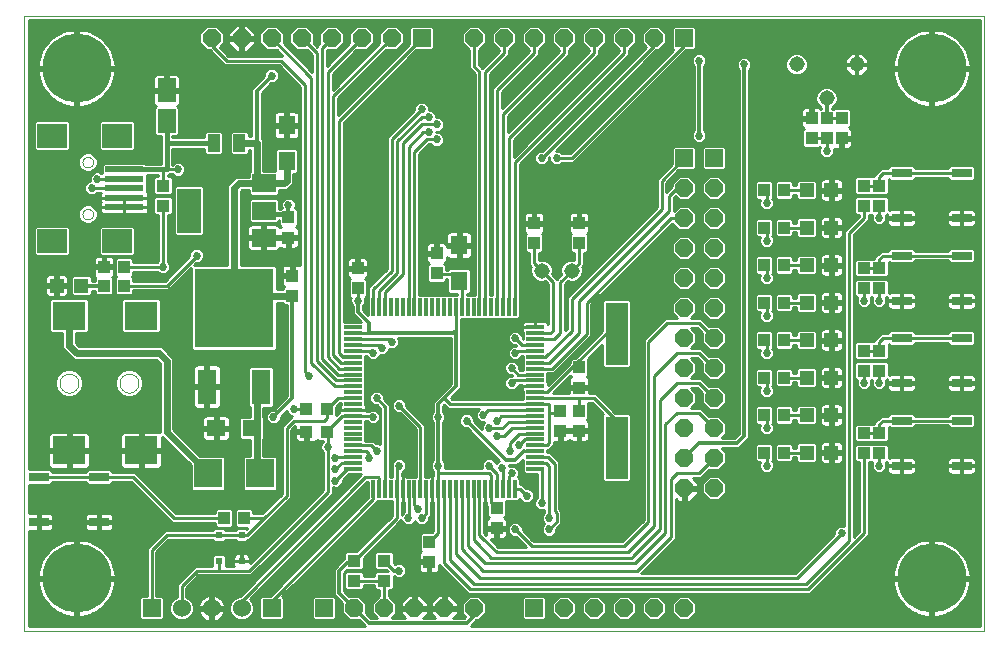
<source format=gtl>
G75*
G70*
%OFA0B0*%
%FSLAX24Y24*%
%IPPOS*%
%LPD*%
%AMOC8*
5,1,8,0,0,1.08239X$1,22.5*
%
%ADD10C,0.0000*%
%ADD11R,0.0394X0.0433*%
%ADD12R,0.0433X0.0394*%
%ADD13R,0.0650X0.0300*%
%ADD14R,0.0236X0.0236*%
%ADD15R,0.0551X0.0630*%
%ADD16R,0.0591X0.0787*%
%ADD17R,0.0984X0.0787*%
%ADD18R,0.1299X0.0197*%
%ADD19R,0.0760X0.2100*%
%ADD20R,0.0600X0.0600*%
%ADD21C,0.0600*%
%ADD22R,0.0472X0.0472*%
%ADD23OC8,0.0600*%
%ADD24R,0.1102X0.0945*%
%ADD25R,0.0945X0.0945*%
%ADD26R,0.0630X0.0551*%
%ADD27R,0.0591X0.0118*%
%ADD28R,0.0118X0.0591*%
%ADD29R,0.0787X0.0591*%
%ADD30R,0.0787X0.1496*%
%ADD31R,0.2638X0.2638*%
%ADD32R,0.0630X0.1181*%
%ADD33C,0.0515*%
%ADD34C,0.2300*%
%ADD35R,0.0394X0.0591*%
%ADD36C,0.0100*%
%ADD37C,0.0160*%
%ADD38C,0.0120*%
%ADD39C,0.0270*%
%ADD40C,0.0240*%
D10*
X000625Y004304D02*
X000625Y024800D01*
X032625Y024804D01*
X032625Y004304D01*
X000625Y004304D01*
X001810Y012554D02*
X001812Y012589D01*
X001818Y012624D01*
X001828Y012658D01*
X001841Y012691D01*
X001858Y012722D01*
X001879Y012750D01*
X001902Y012777D01*
X001929Y012800D01*
X001957Y012821D01*
X001988Y012838D01*
X002021Y012851D01*
X002055Y012861D01*
X002090Y012867D01*
X002125Y012869D01*
X002160Y012867D01*
X002195Y012861D01*
X002229Y012851D01*
X002262Y012838D01*
X002293Y012821D01*
X002321Y012800D01*
X002348Y012777D01*
X002371Y012750D01*
X002392Y012722D01*
X002409Y012691D01*
X002422Y012658D01*
X002432Y012624D01*
X002438Y012589D01*
X002440Y012554D01*
X002438Y012519D01*
X002432Y012484D01*
X002422Y012450D01*
X002409Y012417D01*
X002392Y012386D01*
X002371Y012358D01*
X002348Y012331D01*
X002321Y012308D01*
X002293Y012287D01*
X002262Y012270D01*
X002229Y012257D01*
X002195Y012247D01*
X002160Y012241D01*
X002125Y012239D01*
X002090Y012241D01*
X002055Y012247D01*
X002021Y012257D01*
X001988Y012270D01*
X001957Y012287D01*
X001929Y012308D01*
X001902Y012331D01*
X001879Y012358D01*
X001858Y012386D01*
X001841Y012417D01*
X001828Y012450D01*
X001818Y012484D01*
X001812Y012519D01*
X001810Y012554D01*
X003810Y012554D02*
X003812Y012589D01*
X003818Y012624D01*
X003828Y012658D01*
X003841Y012691D01*
X003858Y012722D01*
X003879Y012750D01*
X003902Y012777D01*
X003929Y012800D01*
X003957Y012821D01*
X003988Y012838D01*
X004021Y012851D01*
X004055Y012861D01*
X004090Y012867D01*
X004125Y012869D01*
X004160Y012867D01*
X004195Y012861D01*
X004229Y012851D01*
X004262Y012838D01*
X004293Y012821D01*
X004321Y012800D01*
X004348Y012777D01*
X004371Y012750D01*
X004392Y012722D01*
X004409Y012691D01*
X004422Y012658D01*
X004432Y012624D01*
X004438Y012589D01*
X004440Y012554D01*
X004438Y012519D01*
X004432Y012484D01*
X004422Y012450D01*
X004409Y012417D01*
X004392Y012386D01*
X004371Y012358D01*
X004348Y012331D01*
X004321Y012308D01*
X004293Y012287D01*
X004262Y012270D01*
X004229Y012257D01*
X004195Y012247D01*
X004160Y012241D01*
X004125Y012239D01*
X004090Y012241D01*
X004055Y012247D01*
X004021Y012257D01*
X003988Y012270D01*
X003957Y012287D01*
X003929Y012308D01*
X003902Y012331D01*
X003879Y012358D01*
X003858Y012386D01*
X003841Y012417D01*
X003828Y012450D01*
X003818Y012484D01*
X003812Y012519D01*
X003810Y012554D01*
X002573Y018187D02*
X002575Y018213D01*
X002581Y018239D01*
X002591Y018264D01*
X002604Y018287D01*
X002620Y018307D01*
X002640Y018325D01*
X002662Y018340D01*
X002685Y018352D01*
X002711Y018360D01*
X002737Y018364D01*
X002763Y018364D01*
X002789Y018360D01*
X002815Y018352D01*
X002839Y018340D01*
X002860Y018325D01*
X002880Y018307D01*
X002896Y018287D01*
X002909Y018264D01*
X002919Y018239D01*
X002925Y018213D01*
X002927Y018187D01*
X002925Y018161D01*
X002919Y018135D01*
X002909Y018110D01*
X002896Y018087D01*
X002880Y018067D01*
X002860Y018049D01*
X002838Y018034D01*
X002815Y018022D01*
X002789Y018014D01*
X002763Y018010D01*
X002737Y018010D01*
X002711Y018014D01*
X002685Y018022D01*
X002661Y018034D01*
X002640Y018049D01*
X002620Y018067D01*
X002604Y018087D01*
X002591Y018110D01*
X002581Y018135D01*
X002575Y018161D01*
X002573Y018187D01*
X002573Y019920D02*
X002575Y019946D01*
X002581Y019972D01*
X002591Y019997D01*
X002604Y020020D01*
X002620Y020040D01*
X002640Y020058D01*
X002662Y020073D01*
X002685Y020085D01*
X002711Y020093D01*
X002737Y020097D01*
X002763Y020097D01*
X002789Y020093D01*
X002815Y020085D01*
X002839Y020073D01*
X002860Y020058D01*
X002880Y020040D01*
X002896Y020020D01*
X002909Y019997D01*
X002919Y019972D01*
X002925Y019946D01*
X002927Y019920D01*
X002925Y019894D01*
X002919Y019868D01*
X002909Y019843D01*
X002896Y019820D01*
X002880Y019800D01*
X002860Y019782D01*
X002838Y019767D01*
X002815Y019755D01*
X002789Y019747D01*
X002763Y019743D01*
X002737Y019743D01*
X002711Y019747D01*
X002685Y019755D01*
X002661Y019767D01*
X002640Y019782D01*
X002620Y019800D01*
X002604Y019820D01*
X002591Y019843D01*
X002581Y019868D01*
X002575Y019894D01*
X002573Y019920D01*
D11*
X003290Y016429D03*
X003290Y015804D03*
X003960Y015804D03*
X003960Y016429D03*
X009437Y017406D03*
X009437Y018076D03*
X011750Y016388D03*
X011750Y015719D03*
X009562Y015469D03*
X009562Y016138D03*
X014375Y016219D03*
X014375Y016888D03*
X017625Y017219D03*
X017625Y017888D03*
X019125Y017888D03*
X019125Y017219D03*
X019125Y013076D03*
X019125Y012406D03*
X019125Y011638D03*
X018500Y011638D03*
X018500Y010969D03*
X019125Y010969D03*
X016375Y008388D03*
X016375Y007719D03*
X014125Y007263D03*
X014125Y006594D03*
X007960Y008054D03*
X007290Y008054D03*
X010040Y011679D03*
X010710Y011679D03*
X025290Y011491D03*
X025960Y011491D03*
X025960Y010241D03*
X025290Y010241D03*
X025290Y012741D03*
X025960Y012741D03*
X025960Y013991D03*
X025290Y013991D03*
X025290Y015241D03*
X025960Y015241D03*
X025960Y016491D03*
X025290Y016491D03*
X025290Y017741D03*
X025960Y017741D03*
X025960Y018991D03*
X025290Y018991D03*
X026875Y020719D03*
X026875Y021388D03*
X027875Y021388D03*
X027875Y020719D03*
D12*
X027375Y020719D03*
X027375Y021388D03*
X028625Y019138D03*
X029125Y019138D03*
X029125Y018469D03*
X028625Y018469D03*
X028625Y016388D03*
X029125Y016388D03*
X029125Y015719D03*
X028625Y015719D03*
X028625Y013638D03*
X029125Y013638D03*
X029125Y012969D03*
X028625Y012969D03*
X028625Y010888D03*
X029125Y010888D03*
X029125Y010219D03*
X028625Y010219D03*
X012625Y006638D03*
X012625Y005969D03*
X011625Y005969D03*
X011625Y006638D03*
X010710Y010929D03*
X010040Y010929D03*
X005250Y018469D03*
X005250Y019138D03*
D13*
X003125Y009429D03*
X003125Y007929D03*
X001125Y007929D03*
X001125Y009429D03*
X029875Y009804D03*
X029875Y011304D03*
X029875Y012554D03*
X029875Y014054D03*
X029875Y015304D03*
X029875Y016804D03*
X029875Y018054D03*
X029875Y019554D03*
X031875Y019554D03*
X031875Y018054D03*
X031875Y016804D03*
X031875Y015304D03*
X031875Y014054D03*
X031875Y012554D03*
X031875Y011304D03*
X031875Y009804D03*
D14*
X007875Y007487D03*
X007125Y007487D03*
X007125Y006621D03*
X007875Y006621D03*
D15*
X015125Y015963D03*
X015125Y017144D03*
X009375Y019963D03*
X009375Y021144D03*
D16*
X005375Y021292D03*
X005375Y022315D03*
D17*
X003734Y020806D03*
X001569Y020806D03*
X001569Y017302D03*
X003734Y017302D03*
D18*
X003970Y018424D03*
X003970Y018739D03*
X003970Y019054D03*
X003970Y019369D03*
X003970Y019684D03*
D19*
X020375Y014204D03*
X020375Y010404D03*
D20*
X017625Y005054D03*
X010625Y005054D03*
X008875Y005054D03*
X004875Y005054D03*
X022625Y020054D03*
X023625Y020054D03*
X022625Y024054D03*
X013875Y024054D03*
D21*
X007875Y005054D03*
X006875Y005054D03*
X005875Y005054D03*
D22*
X002538Y015804D03*
X001711Y015804D03*
X026711Y015241D03*
X027538Y015241D03*
X027538Y013991D03*
X026711Y013991D03*
X026711Y012741D03*
X027538Y012741D03*
X027538Y011491D03*
X026711Y011491D03*
X026711Y010241D03*
X027538Y010241D03*
X027538Y016491D03*
X026711Y016491D03*
X026711Y017741D03*
X027538Y017741D03*
X027538Y018991D03*
X026711Y018991D03*
D23*
X023625Y019054D03*
X022625Y019054D03*
X022625Y018054D03*
X023625Y018054D03*
X023625Y017054D03*
X022625Y017054D03*
X022625Y016054D03*
X023625Y016054D03*
X023625Y015054D03*
X022625Y015054D03*
X022625Y014054D03*
X023625Y014054D03*
X023625Y013054D03*
X022625Y013054D03*
X022625Y012054D03*
X023625Y012054D03*
X023625Y011054D03*
X022625Y011054D03*
X022625Y010054D03*
X023625Y010054D03*
X023625Y009054D03*
X022625Y009054D03*
X022625Y005054D03*
X021625Y005054D03*
X020625Y005054D03*
X019625Y005054D03*
X018625Y005054D03*
X015625Y005054D03*
X014625Y005054D03*
X013625Y005054D03*
X012625Y005054D03*
X011625Y005054D03*
X011875Y024054D03*
X012875Y024054D03*
X010875Y024054D03*
X009875Y024054D03*
X008875Y024054D03*
X007875Y024054D03*
X006875Y024054D03*
X015625Y024054D03*
X016625Y024054D03*
X017625Y024054D03*
X018625Y024054D03*
X019625Y024054D03*
X020625Y024054D03*
X021625Y024054D03*
D24*
X004526Y014798D03*
X002125Y014798D03*
X002125Y010310D03*
X004526Y010310D03*
D25*
X006759Y009554D03*
X008491Y009554D03*
D26*
X008215Y011054D03*
X007034Y011054D03*
D27*
X011593Y011069D03*
X011593Y010873D03*
X011593Y010676D03*
X011593Y010479D03*
X011593Y010282D03*
X011593Y010085D03*
X011593Y009888D03*
X011593Y009691D03*
X011593Y011266D03*
X011593Y011463D03*
X011593Y011660D03*
X011593Y011857D03*
X011593Y012054D03*
X011593Y012250D03*
X011593Y012447D03*
X011593Y012644D03*
X011593Y012841D03*
X011593Y013038D03*
X011593Y013235D03*
X011593Y013432D03*
X011593Y013628D03*
X011593Y013825D03*
X011593Y014022D03*
X011593Y014219D03*
X011593Y014416D03*
X017656Y014416D03*
X017656Y014219D03*
X017656Y014022D03*
X017656Y013825D03*
X017656Y013628D03*
X017656Y013432D03*
X017656Y013235D03*
X017656Y013038D03*
X017656Y012841D03*
X017656Y012644D03*
X017656Y012447D03*
X017656Y012250D03*
X017656Y012054D03*
X017656Y011857D03*
X017656Y011660D03*
X017656Y011463D03*
X017656Y011266D03*
X017656Y011069D03*
X017656Y010873D03*
X017656Y010676D03*
X017656Y010479D03*
X017656Y010282D03*
X017656Y010085D03*
X017656Y009888D03*
X017656Y009691D03*
D28*
X016987Y009022D03*
X016790Y009022D03*
X016593Y009022D03*
X016397Y009022D03*
X016200Y009022D03*
X016003Y009022D03*
X015806Y009022D03*
X015609Y009022D03*
X015412Y009022D03*
X015215Y009022D03*
X015019Y009022D03*
X014822Y009022D03*
X014625Y009022D03*
X014428Y009022D03*
X014231Y009022D03*
X014034Y009022D03*
X013837Y009022D03*
X013641Y009022D03*
X013444Y009022D03*
X013247Y009022D03*
X013050Y009022D03*
X012853Y009022D03*
X012656Y009022D03*
X012460Y009022D03*
X012263Y009022D03*
X012263Y015085D03*
X012460Y015085D03*
X012656Y015085D03*
X012853Y015085D03*
X013050Y015085D03*
X013247Y015085D03*
X013444Y015085D03*
X013641Y015085D03*
X013837Y015085D03*
X014034Y015085D03*
X014231Y015085D03*
X014428Y015085D03*
X014625Y015085D03*
X014822Y015085D03*
X015019Y015085D03*
X015215Y015085D03*
X015412Y015085D03*
X015609Y015085D03*
X015806Y015085D03*
X016003Y015085D03*
X016200Y015085D03*
X016397Y015085D03*
X016593Y015085D03*
X016790Y015085D03*
X016987Y015085D03*
D29*
X008615Y017398D03*
X008615Y018304D03*
X008615Y019209D03*
D30*
X006135Y018304D03*
D31*
X007625Y015054D03*
D32*
X008530Y012436D03*
X006719Y012436D03*
D33*
X017875Y016304D03*
X018875Y016304D03*
X027375Y022054D03*
X028375Y023176D03*
X026375Y023176D03*
D34*
X030875Y023054D03*
X030875Y006054D03*
X002375Y006054D03*
X002375Y023054D03*
D35*
X006942Y020554D03*
X007808Y020554D03*
D36*
X007501Y020563D02*
X007249Y020563D01*
X007249Y020465D02*
X007501Y020465D01*
X007501Y020366D02*
X007249Y020366D01*
X007249Y020268D02*
X007501Y020268D01*
X007501Y020213D02*
X007566Y020148D01*
X008050Y020148D01*
X008115Y020213D01*
X008115Y020324D01*
X008145Y020324D01*
X008145Y020208D01*
X008145Y019584D01*
X008111Y019550D01*
X008111Y019439D01*
X007876Y019439D01*
X007685Y019439D01*
X007530Y019284D01*
X007395Y019149D01*
X007395Y016482D01*
X006280Y016482D01*
X006356Y016559D01*
X006424Y016559D01*
X006514Y016596D01*
X006583Y016665D01*
X006620Y016755D01*
X006620Y016852D01*
X006583Y016942D01*
X006514Y017011D01*
X006424Y017049D01*
X006326Y017049D01*
X006236Y017011D01*
X006167Y016942D01*
X006130Y016852D01*
X006130Y016785D01*
X005309Y015964D01*
X004266Y015964D01*
X004266Y016066D01*
X004216Y016116D01*
X004266Y016166D01*
X004266Y016269D01*
X005063Y016269D01*
X005111Y016221D01*
X005201Y016184D01*
X005299Y016184D01*
X005389Y016221D01*
X005458Y016290D01*
X005495Y016380D01*
X005495Y016477D01*
X005458Y016567D01*
X005410Y016615D01*
X005410Y018162D01*
X005512Y018162D01*
X005576Y018227D01*
X005576Y018711D01*
X005512Y018776D01*
X004988Y018776D01*
X004923Y018711D01*
X004923Y018227D01*
X004988Y018162D01*
X005090Y018162D01*
X005090Y016615D01*
X005063Y016589D01*
X004266Y016589D01*
X004266Y016691D01*
X004202Y016755D01*
X003717Y016755D01*
X003653Y016691D01*
X003653Y016166D01*
X003703Y016116D01*
X003653Y016066D01*
X003653Y015541D01*
X003717Y015477D01*
X004202Y015477D01*
X004266Y015541D01*
X004266Y015644D01*
X005309Y015644D01*
X005441Y015644D01*
X006196Y016399D01*
X006196Y013689D01*
X006260Y013625D01*
X008989Y013625D01*
X009054Y013689D01*
X009054Y015239D01*
X009256Y015239D01*
X009256Y015207D01*
X009320Y015142D01*
X009392Y015142D01*
X009392Y012124D01*
X008942Y011674D01*
X008889Y011674D01*
X008799Y011636D01*
X008730Y011567D01*
X008692Y011477D01*
X008692Y011380D01*
X008730Y011290D01*
X008799Y011221D01*
X008889Y011184D01*
X008986Y011184D01*
X009076Y011221D01*
X009145Y011290D01*
X009182Y011380D01*
X009182Y011433D01*
X009380Y011631D01*
X009380Y011630D01*
X009417Y011540D01*
X009486Y011471D01*
X009543Y011448D01*
X009309Y011214D01*
X009215Y011120D01*
X009215Y008870D01*
X008559Y008214D01*
X008266Y008214D01*
X008266Y008316D01*
X008202Y008380D01*
X007717Y008380D01*
X007653Y008316D01*
X007653Y007791D01*
X007717Y007727D01*
X008072Y007727D01*
X008049Y007704D01*
X008039Y007715D01*
X007711Y007715D01*
X007647Y007650D01*
X007647Y007647D01*
X007353Y007647D01*
X007353Y007650D01*
X007289Y007715D01*
X006961Y007715D01*
X006898Y007651D01*
X005309Y007651D01*
X005215Y007557D01*
X004715Y007057D01*
X004715Y006925D01*
X004715Y005464D01*
X004529Y005464D01*
X004465Y005399D01*
X004465Y004708D01*
X004529Y004644D01*
X005220Y004644D01*
X005285Y004708D01*
X005285Y005399D01*
X005220Y005464D01*
X005035Y005464D01*
X005035Y006925D01*
X005441Y007331D01*
X006897Y007331D01*
X006897Y007323D01*
X006961Y007259D01*
X007289Y007259D01*
X007353Y007323D01*
X007353Y007327D01*
X007647Y007327D01*
X007647Y007323D01*
X007711Y007259D01*
X008039Y007259D01*
X008103Y007323D01*
X008103Y007327D01*
X008124Y007327D01*
X008691Y007894D01*
X009535Y008737D01*
X009535Y008870D01*
X009535Y010987D01*
X009674Y011126D01*
X009674Y010977D01*
X009992Y010977D01*
X009992Y010880D01*
X010089Y010880D01*
X010089Y010582D01*
X010276Y010582D01*
X010315Y010592D01*
X010349Y010612D01*
X010377Y010640D01*
X010396Y010673D01*
X010447Y010622D01*
X010590Y010622D01*
X010590Y010615D01*
X010542Y010567D01*
X010505Y010477D01*
X010505Y010380D01*
X010542Y010290D01*
X010590Y010242D01*
X010590Y008995D01*
X008143Y006548D01*
X008143Y006611D01*
X007884Y006611D01*
X007884Y006630D01*
X007866Y006630D01*
X007866Y006889D01*
X007737Y006889D01*
X007699Y006878D01*
X007665Y006859D01*
X007637Y006831D01*
X007617Y006797D01*
X007607Y006758D01*
X007607Y006630D01*
X007866Y006630D01*
X007866Y006611D01*
X007607Y006611D01*
X007607Y006483D01*
X007612Y006464D01*
X007353Y006464D01*
X007353Y006784D01*
X007289Y006849D01*
X006961Y006849D01*
X006897Y006784D01*
X006897Y006464D01*
X006309Y006464D01*
X006215Y006370D01*
X006215Y006370D01*
X005715Y005870D01*
X005715Y005737D01*
X005715Y005431D01*
X005643Y005401D01*
X005527Y005286D01*
X005465Y005135D01*
X005465Y004972D01*
X005527Y004821D01*
X005643Y004706D01*
X005793Y004644D01*
X005956Y004644D01*
X006107Y004706D01*
X006222Y004821D01*
X006285Y004972D01*
X006285Y005135D01*
X006222Y005286D01*
X006107Y005401D01*
X006035Y005431D01*
X006035Y005737D01*
X006441Y006144D01*
X007059Y006144D01*
X007191Y006144D01*
X008059Y006144D01*
X008191Y006144D01*
X010816Y008769D01*
X010910Y008862D01*
X010910Y009076D01*
X010951Y009059D01*
X011049Y009059D01*
X011139Y009096D01*
X011208Y009165D01*
X011245Y009255D01*
X011245Y009322D01*
X011445Y009522D01*
X011867Y009522D01*
X007809Y005464D01*
X007793Y005464D01*
X007643Y005401D01*
X007527Y005286D01*
X007465Y005135D01*
X007465Y004972D01*
X007527Y004821D01*
X007643Y004706D01*
X007793Y004644D01*
X007956Y004644D01*
X008107Y004706D01*
X008222Y004821D01*
X008285Y004972D01*
X008285Y005135D01*
X008222Y005286D01*
X008153Y005355D01*
X012066Y009269D01*
X012094Y009269D01*
X012094Y008749D01*
X008809Y005464D01*
X008809Y005464D01*
X008529Y005464D01*
X008465Y005399D01*
X008465Y004708D01*
X008529Y004644D01*
X009220Y004644D01*
X009285Y004708D01*
X009285Y005399D01*
X009241Y005443D01*
X012329Y008531D01*
X012414Y008617D01*
X012552Y008617D01*
X012749Y008617D01*
X012890Y008617D01*
X012890Y008130D01*
X011705Y006945D01*
X011363Y006945D01*
X011298Y006881D01*
X011298Y006717D01*
X011054Y006474D01*
X010955Y006374D01*
X010955Y005624D01*
X010955Y005483D01*
X011215Y005223D01*
X011215Y004884D01*
X011455Y004644D01*
X011794Y004644D01*
X011985Y004454D01*
X000775Y004454D01*
X000775Y007630D01*
X000780Y007629D01*
X001100Y007629D01*
X001100Y007903D01*
X001150Y007903D01*
X001150Y007629D01*
X001470Y007629D01*
X001508Y007639D01*
X001542Y007659D01*
X001570Y007686D01*
X001590Y007721D01*
X001600Y007759D01*
X001600Y007904D01*
X001150Y007904D01*
X001150Y007954D01*
X001100Y007954D01*
X001100Y008229D01*
X000780Y008229D01*
X000775Y008227D01*
X000775Y009169D01*
X001495Y009169D01*
X001560Y009233D01*
X001560Y009269D01*
X002690Y009269D01*
X002690Y009233D01*
X002754Y009169D01*
X003495Y009169D01*
X003560Y009233D01*
X003560Y009269D01*
X004184Y009269D01*
X005465Y007987D01*
X005559Y007894D01*
X006983Y007894D01*
X006983Y007791D01*
X007048Y007727D01*
X007533Y007727D01*
X007597Y007791D01*
X007597Y008316D01*
X007533Y008380D01*
X007048Y008380D01*
X006983Y008316D01*
X006983Y008214D01*
X005691Y008214D01*
X004410Y009495D01*
X004316Y009589D01*
X003560Y009589D01*
X003560Y009624D01*
X003495Y009689D01*
X002754Y009689D01*
X002690Y009624D01*
X002690Y009589D01*
X001560Y009589D01*
X001560Y009624D01*
X001495Y009689D01*
X000775Y009689D01*
X000775Y024650D01*
X032475Y024654D01*
X032475Y004454D01*
X015515Y004454D01*
X015545Y004483D01*
X015705Y004644D01*
X015795Y004644D01*
X016035Y004884D01*
X016035Y005223D01*
X015795Y005464D01*
X015455Y005464D01*
X015215Y005223D01*
X015215Y004884D01*
X015340Y004759D01*
X015304Y004724D01*
X014931Y004724D01*
X015075Y004867D01*
X015075Y005004D01*
X014675Y005004D01*
X014675Y005104D01*
X014575Y005104D01*
X014575Y005504D01*
X014438Y005504D01*
X014175Y005240D01*
X014175Y005104D01*
X014575Y005104D01*
X014575Y005004D01*
X014175Y005004D01*
X014175Y004867D01*
X014319Y004724D01*
X013931Y004724D01*
X014075Y004867D01*
X014075Y005004D01*
X013675Y005004D01*
X013675Y005104D01*
X013575Y005104D01*
X013575Y005504D01*
X013438Y005504D01*
X013175Y005240D01*
X013175Y005104D01*
X013575Y005104D01*
X013575Y005004D01*
X013175Y005004D01*
X013175Y004867D01*
X013319Y004724D01*
X012875Y004724D01*
X013035Y004884D01*
X013035Y005223D01*
X012795Y005464D01*
X012785Y005464D01*
X012785Y005662D01*
X012887Y005662D01*
X012951Y005727D01*
X012951Y006131D01*
X012986Y006096D01*
X013076Y006059D01*
X013174Y006059D01*
X013264Y006096D01*
X013333Y006165D01*
X013370Y006255D01*
X013370Y006352D01*
X013333Y006442D01*
X013264Y006511D01*
X013174Y006549D01*
X013076Y006549D01*
X012990Y006513D01*
X012951Y006552D01*
X012951Y006881D01*
X012887Y006945D01*
X012363Y006945D01*
X012298Y006881D01*
X012298Y006396D01*
X012363Y006331D01*
X012691Y006331D01*
X012747Y006276D01*
X012363Y006276D01*
X012298Y006211D01*
X012298Y006129D01*
X011951Y006129D01*
X011951Y006211D01*
X011887Y006276D01*
X011363Y006276D01*
X011298Y006211D01*
X011298Y005727D01*
X011363Y005662D01*
X011887Y005662D01*
X011951Y005727D01*
X011951Y005809D01*
X012298Y005809D01*
X012298Y005727D01*
X012363Y005662D01*
X012465Y005662D01*
X012465Y005464D01*
X012455Y005464D01*
X012215Y005223D01*
X012215Y004884D01*
X012375Y004724D01*
X012195Y004724D01*
X012035Y004884D01*
X012035Y005223D01*
X011795Y005464D01*
X011455Y005464D01*
X011295Y005624D01*
X011295Y006233D01*
X011393Y006331D01*
X011887Y006331D01*
X011951Y006396D01*
X011951Y006739D01*
X013200Y007987D01*
X013230Y007915D01*
X013299Y007846D01*
X013389Y007809D01*
X013486Y007809D01*
X013576Y007846D01*
X013645Y007915D01*
X013656Y007942D01*
X013667Y007915D01*
X013736Y007846D01*
X013826Y007809D01*
X013924Y007809D01*
X014014Y007846D01*
X014083Y007915D01*
X014120Y008005D01*
X014120Y008072D01*
X014194Y008147D01*
X014268Y008147D01*
X014194Y008147D02*
X014194Y008279D01*
X014194Y008577D01*
X014231Y008577D01*
X014231Y009022D01*
X014231Y009022D01*
X014231Y008577D01*
X014268Y008577D01*
X014268Y007633D01*
X014225Y007590D01*
X013882Y007590D01*
X013818Y007525D01*
X013818Y007001D01*
X013869Y006950D01*
X013836Y006931D01*
X013808Y006903D01*
X013788Y006868D01*
X013778Y006830D01*
X013778Y006642D01*
X014076Y006642D01*
X014076Y006545D01*
X014173Y006545D01*
X014173Y006227D01*
X014341Y006227D01*
X014380Y006238D01*
X014414Y006257D01*
X014442Y006285D01*
X014461Y006320D01*
X014472Y006358D01*
X014472Y006481D01*
X015434Y005519D01*
X015566Y005519D01*
X026684Y005519D01*
X026816Y005519D01*
X028785Y007487D01*
X028785Y007620D01*
X028785Y009912D01*
X028887Y009912D01*
X028905Y009912D01*
X028880Y009852D01*
X028880Y009755D01*
X028917Y009665D01*
X028986Y009596D01*
X029076Y009559D01*
X029174Y009559D01*
X029264Y009596D01*
X029333Y009665D01*
X029370Y009755D01*
X029370Y009852D01*
X029345Y009912D01*
X029387Y009912D01*
X029400Y009925D01*
X029400Y009829D01*
X029850Y009829D01*
X029850Y010104D01*
X029530Y010104D01*
X029492Y010093D01*
X029458Y010074D01*
X029451Y010067D01*
X029451Y010461D01*
X029387Y010526D01*
X028887Y010526D01*
X028363Y010526D01*
X028298Y010461D01*
X028298Y009977D01*
X028363Y009912D01*
X028465Y009912D01*
X028465Y007620D01*
X028285Y007440D01*
X028285Y017487D01*
X028691Y017894D01*
X028785Y017987D01*
X028785Y018162D01*
X028887Y018162D01*
X028905Y018162D01*
X028880Y018102D01*
X028880Y018005D01*
X028917Y017915D01*
X028986Y017846D01*
X029076Y017809D01*
X029174Y017809D01*
X029264Y017846D01*
X029333Y017915D01*
X029370Y018005D01*
X029370Y018102D01*
X029345Y018162D01*
X029387Y018162D01*
X029400Y018175D01*
X029400Y018079D01*
X029850Y018079D01*
X029850Y018354D01*
X029530Y018354D01*
X029492Y018343D01*
X029458Y018324D01*
X029451Y018317D01*
X029451Y018711D01*
X029387Y018776D01*
X028887Y018776D01*
X028363Y018776D01*
X028298Y018711D01*
X028298Y018227D01*
X028363Y018162D01*
X028465Y018162D01*
X028465Y018120D01*
X027965Y017620D01*
X027965Y017487D01*
X027965Y007781D01*
X027924Y007799D01*
X027826Y007799D01*
X027736Y007761D01*
X027667Y007692D01*
X027630Y007602D01*
X027630Y007535D01*
X026309Y006214D01*
X021199Y006214D01*
X021222Y006237D01*
X021285Y006300D01*
X022254Y007269D01*
X022347Y007362D01*
X022347Y008695D01*
X022438Y008604D01*
X022575Y008604D01*
X022575Y009003D01*
X022675Y009003D01*
X022675Y008604D01*
X022811Y008604D01*
X023075Y008867D01*
X023075Y009004D01*
X022675Y009004D01*
X022675Y009104D01*
X023075Y009104D01*
X023075Y009240D01*
X022921Y009394D01*
X023191Y009394D01*
X023285Y009487D01*
X023448Y009651D01*
X023455Y009644D01*
X023795Y009644D01*
X024035Y009884D01*
X024035Y010223D01*
X023875Y010384D01*
X024304Y010384D01*
X024445Y010384D01*
X024695Y010634D01*
X024795Y010733D01*
X024795Y023002D01*
X024833Y023040D01*
X024870Y023130D01*
X024870Y023227D01*
X024833Y023317D01*
X024764Y023386D01*
X024674Y023424D01*
X024576Y023424D01*
X024486Y023386D01*
X024417Y023317D01*
X024380Y023227D01*
X024380Y023130D01*
X024417Y023040D01*
X024455Y023002D01*
X024455Y010874D01*
X024304Y010724D01*
X023875Y010724D01*
X024035Y010884D01*
X024035Y011223D01*
X023795Y011464D01*
X023455Y011464D01*
X023448Y011457D01*
X023285Y011620D01*
X023191Y011714D01*
X022865Y011714D01*
X023035Y011884D01*
X023035Y012223D01*
X022865Y012394D01*
X023059Y012394D01*
X023222Y012230D01*
X023215Y012223D01*
X023215Y011884D01*
X023455Y011644D01*
X023795Y011644D01*
X024035Y011884D01*
X024035Y012223D01*
X023795Y012464D01*
X023455Y012464D01*
X023448Y012457D01*
X023285Y012620D01*
X023191Y012714D01*
X022865Y012714D01*
X023035Y012884D01*
X023035Y013223D01*
X022865Y013394D01*
X023059Y013394D01*
X023222Y013230D01*
X023215Y013223D01*
X023215Y012884D01*
X023455Y012644D01*
X023795Y012644D01*
X024035Y012884D01*
X024035Y013223D01*
X023795Y013464D01*
X023455Y013464D01*
X023448Y013457D01*
X023285Y013620D01*
X023191Y013714D01*
X022865Y013714D01*
X023035Y013884D01*
X023035Y014223D01*
X022865Y014394D01*
X023059Y014394D01*
X023222Y014230D01*
X023215Y014223D01*
X023215Y013884D01*
X023455Y013644D01*
X023795Y013644D01*
X024035Y013884D01*
X024035Y014223D01*
X023795Y014464D01*
X023455Y014464D01*
X023448Y014457D01*
X023285Y014620D01*
X023191Y014714D01*
X022865Y014714D01*
X023035Y014884D01*
X023035Y015223D01*
X022795Y015464D01*
X022455Y015464D01*
X022215Y015223D01*
X022215Y014884D01*
X022385Y014714D01*
X021996Y014714D01*
X021902Y014620D01*
X021371Y014089D01*
X021277Y013995D01*
X021277Y007995D01*
X020559Y007276D01*
X017629Y007276D01*
X017566Y007339D01*
X017245Y007660D01*
X017245Y007727D01*
X017208Y007817D01*
X017139Y007886D01*
X017049Y007924D01*
X016951Y007924D01*
X016861Y007886D01*
X016792Y007817D01*
X016755Y007727D01*
X016755Y007630D01*
X016792Y007540D01*
X016861Y007471D01*
X016951Y007434D01*
X017019Y007434D01*
X017364Y007089D01*
X016441Y007089D01*
X016177Y007352D01*
X016326Y007352D01*
X016326Y007670D01*
X016423Y007670D01*
X016423Y007352D01*
X016591Y007352D01*
X016630Y007363D01*
X016664Y007382D01*
X016692Y007410D01*
X016711Y007445D01*
X016722Y007483D01*
X016722Y007670D01*
X016424Y007670D01*
X016424Y007767D01*
X016722Y007767D01*
X016722Y007955D01*
X016711Y007993D01*
X016692Y008028D01*
X016664Y008056D01*
X016630Y008075D01*
X016682Y008126D01*
X016682Y008617D01*
X016686Y008617D01*
X016882Y008617D01*
X017092Y008617D01*
X017156Y008681D01*
X017156Y008692D01*
X017167Y008665D01*
X017236Y008596D01*
X017326Y008559D01*
X017424Y008559D01*
X017514Y008596D01*
X017583Y008665D01*
X017620Y008755D01*
X017620Y008852D01*
X017583Y008942D01*
X017514Y009011D01*
X017424Y009049D01*
X017356Y009049D01*
X017223Y009182D01*
X017156Y009182D01*
X017156Y009363D01*
X017092Y009427D01*
X017088Y009427D01*
X017120Y009505D01*
X017120Y009602D01*
X017083Y009692D01*
X017014Y009761D01*
X016924Y009799D01*
X016826Y009799D01*
X016807Y009791D01*
X016794Y009821D01*
X017070Y009821D01*
X017093Y009844D01*
X017251Y010002D01*
X017251Y009980D01*
X017251Y009784D01*
X017251Y009587D01*
X017316Y009522D01*
X017599Y009522D01*
X017603Y009519D01*
X017715Y009519D01*
X017715Y008740D01*
X017667Y008692D01*
X017630Y008602D01*
X017630Y008505D01*
X017667Y008415D01*
X017736Y008346D01*
X017826Y008309D01*
X017924Y008309D01*
X017965Y008326D01*
X017965Y008240D01*
X017917Y008192D01*
X017880Y008102D01*
X017880Y008005D01*
X017917Y007915D01*
X017966Y007866D01*
X017917Y007817D01*
X017880Y007727D01*
X017880Y007630D01*
X017917Y007540D01*
X017986Y007471D01*
X018076Y007434D01*
X018174Y007434D01*
X018264Y007471D01*
X018333Y007540D01*
X018370Y007630D01*
X018370Y007697D01*
X018535Y007862D01*
X018535Y007995D01*
X018535Y008307D01*
X018472Y008370D01*
X018472Y009932D01*
X018379Y010026D01*
X018160Y010245D01*
X018062Y010245D01*
X018062Y010319D01*
X018116Y010319D01*
X018191Y010394D01*
X018285Y010487D01*
X018285Y010602D01*
X018451Y010602D01*
X018451Y010920D01*
X018548Y010920D01*
X018548Y010602D01*
X018716Y010602D01*
X018755Y010613D01*
X018789Y010632D01*
X018812Y010656D01*
X018836Y010632D01*
X018870Y010613D01*
X018908Y010602D01*
X019076Y010602D01*
X019076Y010920D01*
X019173Y010920D01*
X019173Y010602D01*
X019341Y010602D01*
X019380Y010613D01*
X019414Y010632D01*
X019442Y010660D01*
X019461Y010695D01*
X019472Y010733D01*
X019472Y010920D01*
X019174Y010920D01*
X019174Y011017D01*
X019472Y011017D01*
X019472Y011205D01*
X019461Y011243D01*
X019442Y011278D01*
X019414Y011306D01*
X019380Y011325D01*
X019432Y011376D01*
X019432Y011894D01*
X019559Y011894D01*
X019919Y011533D01*
X019885Y011499D01*
X019885Y009308D01*
X019949Y009244D01*
X020800Y009244D01*
X020865Y009308D01*
X020865Y011499D01*
X020800Y011564D01*
X020341Y011564D01*
X019691Y012214D01*
X019559Y012214D01*
X019472Y012214D01*
X019472Y012358D01*
X019174Y012358D01*
X019174Y012455D01*
X019472Y012455D01*
X019472Y012643D01*
X019461Y012681D01*
X019442Y012715D01*
X019414Y012743D01*
X019380Y012762D01*
X019432Y012814D01*
X019432Y013338D01*
X019409Y013361D01*
X019885Y013837D01*
X019885Y013108D01*
X019949Y013044D01*
X020800Y013044D01*
X020865Y013108D01*
X020865Y015299D01*
X020800Y015364D01*
X019949Y015364D01*
X019885Y015299D01*
X019885Y014290D01*
X018997Y013402D01*
X018882Y013402D01*
X018818Y013338D01*
X018818Y013223D01*
X018102Y012507D01*
X018102Y012526D01*
X018091Y012564D01*
X018072Y012598D01*
X018062Y012609D01*
X018062Y012736D01*
X018062Y012878D01*
X018168Y012878D01*
X018300Y012878D01*
X019441Y014019D01*
X019535Y014112D01*
X019535Y015175D01*
X022229Y017869D01*
X022455Y017644D01*
X022795Y017644D01*
X023035Y017884D01*
X023035Y018223D01*
X022795Y018464D01*
X022455Y018464D01*
X022285Y018293D01*
X022285Y018737D01*
X022323Y018776D01*
X022455Y018644D01*
X022795Y018644D01*
X023035Y018884D01*
X023035Y019223D01*
X022795Y019464D01*
X022455Y019464D01*
X022215Y019223D01*
X022215Y019120D01*
X022035Y018940D01*
X022035Y019237D01*
X022441Y019644D01*
X022970Y019644D01*
X023035Y019708D01*
X023035Y020399D01*
X022970Y020464D01*
X022279Y020464D01*
X022215Y020399D01*
X022215Y019870D01*
X021715Y019370D01*
X021715Y019237D01*
X021715Y018432D01*
X018715Y015432D01*
X018715Y015300D01*
X018715Y014370D01*
X018660Y014315D01*
X018660Y015862D01*
X018754Y015956D01*
X018802Y015936D01*
X018948Y015936D01*
X019083Y015992D01*
X019186Y016095D01*
X019242Y016231D01*
X019242Y016377D01*
X019222Y016425D01*
X019285Y016487D01*
X019285Y016620D01*
X019285Y016892D01*
X019367Y016892D01*
X019432Y016957D01*
X019432Y017481D01*
X019380Y017532D01*
X019414Y017552D01*
X019442Y017580D01*
X019461Y017614D01*
X019472Y017652D01*
X019472Y017840D01*
X019174Y017840D01*
X019174Y017937D01*
X019472Y017937D01*
X019472Y018125D01*
X019461Y018163D01*
X019442Y018197D01*
X019414Y018225D01*
X019380Y018245D01*
X019341Y018255D01*
X019173Y018255D01*
X019173Y017937D01*
X019076Y017937D01*
X019076Y017840D01*
X018778Y017840D01*
X018778Y017652D01*
X018788Y017614D01*
X018808Y017580D01*
X018836Y017552D01*
X018869Y017532D01*
X018818Y017481D01*
X018818Y016957D01*
X018882Y016892D01*
X018965Y016892D01*
X018965Y016664D01*
X018948Y016671D01*
X018802Y016671D01*
X018667Y016615D01*
X018563Y016512D01*
X018507Y016377D01*
X018507Y016231D01*
X018527Y016182D01*
X018375Y016030D01*
X018222Y016182D01*
X018242Y016231D01*
X018242Y016377D01*
X018186Y016512D01*
X018083Y016615D01*
X017948Y016671D01*
X017802Y016671D01*
X017785Y016664D01*
X017785Y016892D01*
X017867Y016892D01*
X017932Y016957D01*
X017932Y017481D01*
X017880Y017532D01*
X017914Y017552D01*
X017942Y017580D01*
X017961Y017614D01*
X017972Y017652D01*
X017972Y017840D01*
X017674Y017840D01*
X017674Y017937D01*
X017972Y017937D01*
X017972Y018125D01*
X017961Y018163D01*
X017942Y018197D01*
X017914Y018225D01*
X017880Y018245D01*
X017841Y018255D01*
X017673Y018255D01*
X017673Y017937D01*
X017576Y017937D01*
X017576Y017840D01*
X017278Y017840D01*
X017278Y017652D01*
X017288Y017614D01*
X017308Y017580D01*
X017336Y017552D01*
X017369Y017532D01*
X017318Y017481D01*
X017318Y016957D01*
X017382Y016892D01*
X017465Y016892D01*
X017465Y016620D01*
X017465Y016487D01*
X017527Y016425D01*
X017507Y016377D01*
X017507Y016231D01*
X017563Y016095D01*
X017667Y015992D01*
X017802Y015936D01*
X017948Y015936D01*
X017996Y015956D01*
X018090Y015862D01*
X018090Y014535D01*
X018072Y014567D01*
X018044Y014595D01*
X018010Y014615D01*
X017971Y014625D01*
X017657Y014625D01*
X017657Y014416D01*
X017656Y014416D01*
X017656Y014416D01*
X017211Y014416D01*
X017211Y014495D01*
X017221Y014533D01*
X017241Y014567D01*
X017269Y014595D01*
X017303Y014615D01*
X017341Y014625D01*
X017656Y014625D01*
X017656Y014416D01*
X017211Y014416D01*
X017211Y014337D01*
X017221Y014299D01*
X017241Y014265D01*
X017251Y014255D01*
X017251Y014114D01*
X017251Y014029D01*
X017245Y014035D01*
X017245Y014102D01*
X017208Y014192D01*
X017139Y014261D01*
X017049Y014299D01*
X016951Y014299D01*
X016861Y014261D01*
X016792Y014192D01*
X016755Y014102D01*
X016755Y014005D01*
X016792Y013915D01*
X016861Y013846D01*
X016951Y013809D01*
X017019Y013809D01*
X017029Y013799D01*
X016951Y013799D01*
X016861Y013761D01*
X016792Y013692D01*
X016755Y013602D01*
X016755Y013505D01*
X016792Y013415D01*
X016861Y013346D01*
X016951Y013309D01*
X017049Y013309D01*
X017139Y013346D01*
X017208Y013415D01*
X017230Y013468D01*
X017251Y013468D01*
X017251Y013327D01*
X017251Y013130D01*
X017251Y013001D01*
X017154Y013001D01*
X017120Y013035D01*
X017120Y013102D01*
X017083Y013192D01*
X017014Y013261D01*
X016924Y013299D01*
X016826Y013299D01*
X016736Y013261D01*
X016667Y013192D01*
X016630Y013102D01*
X016630Y013005D01*
X016667Y012915D01*
X016736Y012846D01*
X016826Y012809D01*
X016894Y012809D01*
X016899Y012804D01*
X016894Y012799D01*
X016826Y012799D01*
X016736Y012761D01*
X016667Y012692D01*
X016630Y012602D01*
X016630Y012505D01*
X016667Y012415D01*
X016736Y012346D01*
X016826Y012309D01*
X016924Y012309D01*
X017014Y012346D01*
X017083Y012415D01*
X017111Y012484D01*
X017211Y012484D01*
X017211Y012447D01*
X017211Y012369D01*
X017221Y012330D01*
X017241Y012296D01*
X017251Y012286D01*
X017251Y012146D01*
X017251Y012017D01*
X014888Y012017D01*
X014858Y012047D01*
X015189Y012377D01*
X015189Y012518D01*
X015189Y014233D01*
X015189Y014374D01*
X015179Y014384D01*
X015179Y014680D01*
X015320Y014680D01*
X015517Y014680D01*
X015714Y014680D01*
X015898Y014680D01*
X016107Y014680D01*
X016304Y014680D01*
X016501Y014680D01*
X016698Y014680D01*
X016895Y014680D01*
X017092Y014680D01*
X017156Y014744D01*
X017156Y015426D01*
X017147Y015435D01*
X017147Y019850D01*
X020691Y023394D01*
X020785Y023487D01*
X020785Y023644D01*
X020795Y023644D01*
X021035Y023884D01*
X021035Y024223D01*
X020795Y024464D01*
X020455Y024464D01*
X020215Y024223D01*
X020215Y023884D01*
X020455Y023644D01*
X020465Y023644D01*
X020465Y023620D01*
X016950Y020105D01*
X016950Y020653D01*
X019691Y023394D01*
X019785Y023487D01*
X019785Y023644D01*
X019795Y023644D01*
X020035Y023884D01*
X020035Y024223D01*
X019795Y024464D01*
X019455Y024464D01*
X019215Y024223D01*
X019215Y023884D01*
X019455Y023644D01*
X019465Y023644D01*
X019465Y023620D01*
X016753Y020908D01*
X016753Y021456D01*
X018691Y023394D01*
X018785Y023487D01*
X018785Y023644D01*
X018795Y023644D01*
X019035Y023884D01*
X019035Y024223D01*
X018795Y024464D01*
X018455Y024464D01*
X018215Y024223D01*
X018215Y023884D01*
X018455Y023644D01*
X018465Y023644D01*
X018465Y023620D01*
X016556Y021711D01*
X016556Y022259D01*
X017691Y023394D01*
X017785Y023487D01*
X017785Y023644D01*
X017795Y023644D01*
X018035Y023884D01*
X018035Y024223D01*
X017795Y024464D01*
X017455Y024464D01*
X017215Y024223D01*
X017215Y023884D01*
X017455Y023644D01*
X017465Y023644D01*
X017465Y023620D01*
X016237Y022392D01*
X016237Y022259D01*
X016237Y015490D01*
X016163Y015490D01*
X016163Y022865D01*
X016691Y023394D01*
X016785Y023487D01*
X016785Y023644D01*
X016795Y023644D01*
X017035Y023884D01*
X017035Y024223D01*
X016795Y024464D01*
X016455Y024464D01*
X016215Y024223D01*
X016215Y023884D01*
X016455Y023644D01*
X016465Y023644D01*
X016465Y023620D01*
X015906Y023061D01*
X015785Y023182D01*
X015785Y023644D01*
X015795Y023644D01*
X016035Y023884D01*
X016035Y024223D01*
X015795Y024464D01*
X015455Y024464D01*
X015215Y024223D01*
X015215Y023884D01*
X015455Y023644D01*
X015465Y023644D01*
X015465Y023050D01*
X015559Y022956D01*
X015646Y022869D01*
X015646Y015490D01*
X015517Y015490D01*
X015375Y015490D01*
X015375Y015538D01*
X015446Y015538D01*
X015510Y015603D01*
X015510Y016324D01*
X015446Y016388D01*
X014804Y016388D01*
X014754Y016339D01*
X014682Y016339D01*
X014682Y016481D01*
X014630Y016532D01*
X014664Y016552D01*
X014692Y016580D01*
X014711Y016614D01*
X014722Y016652D01*
X014722Y016750D01*
X014729Y016737D01*
X014757Y016709D01*
X014791Y016689D01*
X014830Y016679D01*
X015075Y016679D01*
X015075Y017094D01*
X015175Y017094D01*
X015175Y017194D01*
X015550Y017194D01*
X015550Y017479D01*
X015540Y017517D01*
X015520Y017551D01*
X015493Y017579D01*
X015458Y017599D01*
X015420Y017609D01*
X015175Y017609D01*
X015175Y017194D01*
X015075Y017194D01*
X015075Y017094D01*
X014722Y017094D01*
X014722Y017125D01*
X014711Y017163D01*
X014692Y017197D01*
X014664Y017225D01*
X014630Y017245D01*
X014591Y017255D01*
X014423Y017255D01*
X014423Y016937D01*
X014326Y016937D01*
X014326Y016840D01*
X014028Y016840D01*
X014028Y016652D01*
X014038Y016614D01*
X014058Y016580D01*
X014086Y016552D01*
X014119Y016532D01*
X014068Y016481D01*
X014068Y015957D01*
X014132Y015892D01*
X014617Y015892D01*
X014682Y015957D01*
X014682Y016019D01*
X014739Y016019D01*
X014739Y015603D01*
X014804Y015538D01*
X015055Y015538D01*
X015055Y015490D01*
X014926Y015490D01*
X014729Y015490D01*
X014533Y015490D01*
X014336Y015490D01*
X014139Y015490D01*
X013942Y015490D01*
X013801Y015490D01*
X013801Y020191D01*
X014129Y020519D01*
X014188Y020519D01*
X014236Y020471D01*
X014326Y020434D01*
X014424Y020434D01*
X014514Y020471D01*
X014583Y020540D01*
X014620Y020630D01*
X014620Y020727D01*
X014583Y020817D01*
X014514Y020886D01*
X014424Y020924D01*
X014370Y020924D01*
X014370Y020934D01*
X014424Y020934D01*
X014514Y020971D01*
X014583Y021040D01*
X014620Y021130D01*
X014620Y021227D01*
X014583Y021317D01*
X014514Y021386D01*
X014424Y021424D01*
X014370Y021424D01*
X014370Y021477D01*
X014333Y021567D01*
X014264Y021636D01*
X014174Y021674D01*
X014120Y021674D01*
X014120Y021727D01*
X014083Y021817D01*
X014014Y021886D01*
X013924Y021924D01*
X013826Y021924D01*
X013736Y021886D01*
X013667Y021817D01*
X013630Y021727D01*
X013630Y021660D01*
X012715Y020745D01*
X012715Y020612D01*
X012715Y016370D01*
X012103Y015758D01*
X012103Y015625D01*
X012103Y015435D01*
X012094Y015426D01*
X012094Y014825D01*
X011920Y014999D01*
X011920Y015127D01*
X011958Y015165D01*
X011995Y015255D01*
X011995Y015352D01*
X011978Y015392D01*
X011992Y015392D01*
X012057Y015457D01*
X012057Y015981D01*
X012005Y016032D01*
X012039Y016052D01*
X012067Y016080D01*
X012086Y016114D01*
X012097Y016152D01*
X012097Y016340D01*
X011799Y016340D01*
X011799Y016437D01*
X012097Y016437D01*
X012097Y016625D01*
X012086Y016663D01*
X012067Y016697D01*
X012039Y016725D01*
X012005Y016745D01*
X011966Y016755D01*
X011798Y016755D01*
X011798Y016437D01*
X011701Y016437D01*
X011701Y016340D01*
X011403Y016340D01*
X011403Y016152D01*
X011413Y016114D01*
X011433Y016080D01*
X011461Y016052D01*
X011494Y016032D01*
X011443Y015981D01*
X011443Y015457D01*
X011507Y015392D01*
X011521Y015392D01*
X011505Y015352D01*
X011505Y015255D01*
X011542Y015165D01*
X011580Y015127D01*
X011580Y014999D01*
X011580Y014858D01*
X011853Y014585D01*
X011285Y014585D01*
X011285Y021237D01*
X013691Y023644D01*
X014220Y023644D01*
X014285Y023708D01*
X014285Y024399D01*
X014220Y024464D01*
X013529Y024464D01*
X013465Y024399D01*
X013465Y023870D01*
X011097Y021502D01*
X011097Y022050D01*
X012698Y023651D01*
X012705Y023644D01*
X013045Y023644D01*
X013285Y023884D01*
X013285Y024223D01*
X013045Y024464D01*
X012705Y024464D01*
X012465Y024223D01*
X012465Y023884D01*
X012472Y023877D01*
X010910Y022315D01*
X010910Y022862D01*
X011698Y023651D01*
X011705Y023644D01*
X012045Y023644D01*
X012285Y023884D01*
X012285Y024223D01*
X012045Y024464D01*
X011705Y024464D01*
X011465Y024223D01*
X011465Y023884D01*
X011472Y023877D01*
X010722Y023127D01*
X010722Y023644D01*
X011045Y023644D01*
X011285Y023884D01*
X011285Y024223D01*
X011045Y024464D01*
X010705Y024464D01*
X010465Y024223D01*
X010465Y023884D01*
X010472Y023877D01*
X010402Y023807D01*
X010402Y023752D01*
X010278Y023877D01*
X010285Y023884D01*
X010285Y024223D01*
X010045Y024464D01*
X009705Y024464D01*
X009465Y024223D01*
X009465Y023884D01*
X009705Y023644D01*
X010045Y023644D01*
X010052Y023651D01*
X010215Y023487D01*
X010215Y022940D01*
X009278Y023877D01*
X009285Y023884D01*
X009285Y024223D01*
X009045Y024464D01*
X008705Y024464D01*
X008465Y024223D01*
X008465Y023884D01*
X008705Y023644D01*
X009045Y023644D01*
X009052Y023651D01*
X009239Y023464D01*
X009121Y023464D01*
X007441Y023464D01*
X007153Y023752D01*
X007285Y023884D01*
X007285Y024223D01*
X007045Y024464D01*
X006705Y024464D01*
X006465Y024223D01*
X006465Y023884D01*
X006705Y023644D01*
X006809Y023644D01*
X007215Y023237D01*
X007309Y023144D01*
X009121Y023144D01*
X009840Y022425D01*
X009840Y016481D01*
X009817Y016495D01*
X009779Y016505D01*
X009611Y016505D01*
X009611Y016187D01*
X009514Y016187D01*
X009514Y016505D01*
X009346Y016505D01*
X009308Y016495D01*
X009273Y016475D01*
X009245Y016447D01*
X009226Y016413D01*
X009216Y016375D01*
X009216Y016187D01*
X009514Y016187D01*
X009514Y016090D01*
X009216Y016090D01*
X009216Y015902D01*
X009226Y015864D01*
X009245Y015830D01*
X009273Y015802D01*
X009307Y015782D01*
X009256Y015731D01*
X009256Y015699D01*
X009054Y015699D01*
X009054Y016418D01*
X008989Y016482D01*
X007855Y016482D01*
X007855Y018958D01*
X007876Y018979D01*
X008111Y018979D01*
X008111Y018868D01*
X008176Y018804D01*
X009054Y018804D01*
X009119Y018868D01*
X009119Y018979D01*
X009185Y018979D01*
X009376Y018979D01*
X009470Y019074D01*
X009605Y019208D01*
X009605Y019538D01*
X009696Y019538D01*
X009760Y019603D01*
X009760Y020324D01*
X009696Y020388D01*
X009054Y020388D01*
X008989Y020324D01*
X008989Y019614D01*
X008605Y019614D01*
X008605Y020208D01*
X008605Y020649D01*
X008545Y020709D01*
X008545Y022233D01*
X008870Y022559D01*
X008924Y022559D01*
X009014Y022596D01*
X009083Y022665D01*
X009120Y022755D01*
X009120Y022852D01*
X009083Y022942D01*
X009014Y023011D01*
X008924Y023049D01*
X008826Y023049D01*
X008736Y023011D01*
X008667Y022942D01*
X008630Y022852D01*
X008630Y022799D01*
X008304Y022474D01*
X008205Y022374D01*
X008205Y020784D01*
X008115Y020784D01*
X008115Y020894D01*
X008050Y020959D01*
X007566Y020959D01*
X007501Y020894D01*
X007501Y020213D01*
X007545Y020169D02*
X007205Y020169D01*
X007184Y020148D02*
X007249Y020213D01*
X007249Y020894D01*
X007184Y020959D01*
X006699Y020959D01*
X006635Y020894D01*
X006635Y020744D01*
X005565Y020744D01*
X005565Y020788D01*
X005716Y020788D01*
X005780Y020853D01*
X005780Y021731D01*
X005729Y021782D01*
X005762Y021802D01*
X005790Y021830D01*
X005810Y021864D01*
X005820Y021902D01*
X005820Y022265D01*
X005425Y022265D01*
X005425Y022365D01*
X005820Y022365D01*
X005820Y022729D01*
X005810Y022767D01*
X005790Y022801D01*
X005762Y022829D01*
X005728Y022849D01*
X005690Y022859D01*
X005425Y022859D01*
X005425Y022366D01*
X005325Y022366D01*
X005325Y022859D01*
X005060Y022859D01*
X005022Y022849D01*
X004987Y022829D01*
X004960Y022801D01*
X004940Y022767D01*
X004930Y022729D01*
X004930Y022365D01*
X005325Y022365D01*
X005325Y022265D01*
X004930Y022265D01*
X004930Y021902D01*
X004940Y021864D01*
X004960Y021830D01*
X004987Y021802D01*
X005021Y021782D01*
X004970Y021731D01*
X004970Y020853D01*
X005034Y020788D01*
X005185Y020788D01*
X005185Y020632D01*
X005185Y020475D01*
X005185Y019874D01*
X005171Y019874D01*
X004684Y019874D01*
X004666Y019892D01*
X003275Y019892D01*
X003211Y019828D01*
X003211Y019564D01*
X003201Y019574D01*
X003111Y019611D01*
X003014Y019611D01*
X002924Y019574D01*
X002855Y019505D01*
X002817Y019415D01*
X002817Y019317D01*
X002825Y019298D01*
X002736Y019261D01*
X002667Y019192D01*
X002630Y019102D01*
X002630Y019005D01*
X002667Y018915D01*
X002736Y018846D01*
X002826Y018809D01*
X002924Y018809D01*
X003014Y018846D01*
X003061Y018894D01*
X003181Y018894D01*
X003171Y018857D01*
X003171Y018739D01*
X003970Y018739D01*
X003970Y018738D01*
X003971Y018738D01*
X003971Y018739D01*
X004770Y018739D01*
X004770Y018857D01*
X004760Y018895D01*
X004740Y018929D01*
X004730Y018939D01*
X004730Y019198D01*
X004716Y019211D01*
X004730Y019225D01*
X004730Y019494D01*
X005090Y019494D01*
X005090Y019445D01*
X004988Y019445D01*
X004923Y019381D01*
X004730Y019381D01*
X004730Y019479D02*
X005090Y019479D01*
X004923Y019381D02*
X004923Y018896D01*
X004988Y018831D01*
X005512Y018831D01*
X005576Y018896D01*
X005576Y019381D01*
X007627Y019381D01*
X007528Y019282D02*
X005576Y019282D01*
X005576Y019184D02*
X007430Y019184D01*
X007395Y019085D02*
X006638Y019085D01*
X006638Y019097D02*
X006574Y019162D01*
X005695Y019162D01*
X005631Y019097D01*
X005631Y017510D01*
X005695Y017446D01*
X006574Y017446D01*
X006638Y017510D01*
X006638Y019097D01*
X006638Y018987D02*
X007395Y018987D01*
X007395Y018888D02*
X006638Y018888D01*
X006638Y018789D02*
X007395Y018789D01*
X007395Y018691D02*
X006638Y018691D01*
X006638Y018592D02*
X007395Y018592D01*
X007395Y018494D02*
X006638Y018494D01*
X006638Y018395D02*
X007395Y018395D01*
X007395Y018297D02*
X006638Y018297D01*
X006638Y018198D02*
X007395Y018198D01*
X007395Y018100D02*
X006638Y018100D01*
X006638Y018001D02*
X007395Y018001D01*
X007395Y017903D02*
X006638Y017903D01*
X006638Y017804D02*
X007395Y017804D01*
X007395Y017706D02*
X006638Y017706D01*
X006638Y017607D02*
X007395Y017607D01*
X007395Y017508D02*
X006637Y017508D01*
X006503Y017016D02*
X007395Y017016D01*
X007395Y017114D02*
X005410Y017114D01*
X005410Y017016D02*
X006247Y017016D01*
X006157Y016917D02*
X005410Y016917D01*
X005410Y016819D02*
X006130Y016819D01*
X006065Y016720D02*
X005410Y016720D01*
X005410Y016622D02*
X005967Y016622D01*
X005868Y016523D02*
X005476Y016523D01*
X005495Y016424D02*
X005769Y016424D01*
X005671Y016326D02*
X005472Y016326D01*
X005395Y016227D02*
X005572Y016227D01*
X005474Y016129D02*
X004229Y016129D01*
X004266Y016227D02*
X005105Y016227D01*
X005250Y016429D02*
X005250Y018469D01*
X005576Y018494D02*
X005631Y018494D01*
X005631Y018592D02*
X005576Y018592D01*
X005576Y018691D02*
X005631Y018691D01*
X005631Y018789D02*
X004770Y018789D01*
X004770Y018738D02*
X003971Y018738D01*
X003971Y018672D01*
X003971Y018424D01*
X004770Y018424D01*
X004770Y018542D01*
X004760Y018580D01*
X004759Y018581D01*
X004760Y018582D01*
X004770Y018620D01*
X004770Y018738D01*
X004770Y018691D02*
X004923Y018691D01*
X004923Y018592D02*
X004762Y018592D01*
X004770Y018494D02*
X004923Y018494D01*
X004923Y018395D02*
X004770Y018395D01*
X004770Y018423D02*
X003971Y018423D01*
X003971Y018424D01*
X003970Y018424D01*
X003970Y018672D01*
X003970Y018738D01*
X003171Y018738D01*
X003171Y018620D01*
X003181Y018582D01*
X003182Y018581D01*
X003181Y018580D01*
X003171Y018542D01*
X003171Y018424D01*
X003970Y018424D01*
X003970Y018423D01*
X003971Y018423D01*
X003971Y018175D01*
X004640Y018175D01*
X004678Y018186D01*
X004712Y018205D01*
X004740Y018233D01*
X004760Y018267D01*
X004770Y018306D01*
X004770Y018423D01*
X004768Y018297D02*
X004923Y018297D01*
X004952Y018198D02*
X004700Y018198D01*
X005090Y018100D02*
X003068Y018100D01*
X003077Y018122D02*
X003027Y018002D01*
X002935Y017910D01*
X002815Y017860D01*
X002685Y017860D01*
X002565Y017910D01*
X002473Y018002D01*
X002423Y018122D01*
X002423Y018253D01*
X002473Y018373D01*
X002565Y018465D01*
X002685Y018515D01*
X002815Y018515D01*
X002935Y018465D01*
X003027Y018373D01*
X003077Y018253D01*
X003077Y018122D01*
X003077Y018198D02*
X003241Y018198D01*
X003229Y018205D02*
X003263Y018186D01*
X003301Y018175D01*
X003970Y018175D01*
X003970Y018423D01*
X003171Y018423D01*
X003171Y018306D01*
X003181Y018267D01*
X003201Y018233D01*
X003229Y018205D01*
X003173Y018297D02*
X003059Y018297D01*
X003005Y018395D02*
X003171Y018395D01*
X003171Y018494D02*
X002865Y018494D01*
X002635Y018494D02*
X000775Y018494D01*
X000775Y018592D02*
X003178Y018592D01*
X003171Y018691D02*
X000775Y018691D01*
X000775Y018789D02*
X003171Y018789D01*
X003179Y018888D02*
X003056Y018888D01*
X002875Y019054D02*
X003970Y019054D01*
X003970Y019369D02*
X003060Y019369D01*
X003062Y019366D01*
X002817Y019381D02*
X000775Y019381D01*
X000775Y019479D02*
X002844Y019479D01*
X002815Y019593D02*
X002935Y019642D01*
X003027Y019734D01*
X003077Y019855D01*
X003077Y019985D01*
X003027Y020105D01*
X002935Y020197D01*
X002815Y020247D01*
X002685Y020247D01*
X002565Y020197D01*
X002473Y020105D01*
X002423Y019985D01*
X002423Y019855D01*
X002473Y019734D01*
X002565Y019642D01*
X002685Y019593D01*
X002815Y019593D01*
X002933Y019578D02*
X000775Y019578D01*
X000775Y019676D02*
X002531Y019676D01*
X002456Y019775D02*
X000775Y019775D01*
X000775Y019873D02*
X002423Y019873D01*
X002423Y019972D02*
X000775Y019972D01*
X000775Y020071D02*
X002458Y020071D01*
X002537Y020169D02*
X000775Y020169D01*
X000775Y020268D02*
X005185Y020268D01*
X005185Y020366D02*
X004336Y020366D01*
X004336Y021245D01*
X004272Y021309D01*
X003196Y021309D01*
X003132Y021245D01*
X003132Y020366D01*
X002171Y020366D01*
X002171Y021245D01*
X002106Y021309D01*
X001031Y021309D01*
X000967Y021245D01*
X000967Y020366D01*
X000775Y020366D01*
X000775Y020465D02*
X000967Y020465D01*
X000967Y020563D02*
X000775Y020563D01*
X000775Y020662D02*
X000967Y020662D01*
X000967Y020760D02*
X000775Y020760D01*
X000775Y020859D02*
X000967Y020859D01*
X000967Y020957D02*
X000775Y020957D01*
X000775Y021056D02*
X000967Y021056D01*
X000967Y021155D02*
X000775Y021155D01*
X000775Y021253D02*
X000975Y021253D01*
X000775Y021352D02*
X004970Y021352D01*
X004970Y021450D02*
X000775Y021450D01*
X000775Y021549D02*
X004970Y021549D01*
X004970Y021647D02*
X000775Y021647D01*
X000775Y021746D02*
X004984Y021746D01*
X004951Y021844D02*
X002852Y021844D01*
X002813Y021828D02*
X002931Y021877D01*
X003044Y021937D01*
X003150Y022008D01*
X003249Y022089D01*
X003339Y022180D01*
X003420Y022278D01*
X003491Y022384D01*
X003551Y022497D01*
X003600Y022615D01*
X003637Y022737D01*
X003662Y022863D01*
X003675Y022990D01*
X003675Y023004D01*
X002425Y023004D01*
X002425Y023104D01*
X002325Y023104D01*
X002325Y024354D01*
X002311Y024354D01*
X002184Y024341D01*
X002059Y024316D01*
X001936Y024279D01*
X001818Y024230D01*
X001706Y024170D01*
X001600Y024099D01*
X001501Y024018D01*
X001410Y023928D01*
X001329Y023829D01*
X001259Y023723D01*
X001198Y023610D01*
X001149Y023492D01*
X001112Y023370D01*
X001087Y023245D01*
X001075Y023117D01*
X001075Y023104D01*
X002325Y023104D01*
X002325Y023004D01*
X001075Y023004D01*
X001075Y022990D01*
X001087Y022863D01*
X001112Y022737D01*
X001149Y022615D01*
X001198Y022497D01*
X001259Y022384D01*
X001329Y022278D01*
X001410Y022180D01*
X001501Y022089D01*
X001600Y022008D01*
X001706Y021937D01*
X001818Y021877D01*
X001936Y021828D01*
X002059Y021791D01*
X002184Y021766D01*
X002311Y021754D01*
X002325Y021754D01*
X002325Y023003D01*
X002425Y023003D01*
X002425Y021754D01*
X002439Y021754D01*
X002566Y021766D01*
X002691Y021791D01*
X002813Y021828D01*
X003052Y021943D02*
X004930Y021943D01*
X004930Y022041D02*
X003191Y022041D01*
X003300Y022140D02*
X004930Y022140D01*
X004930Y022239D02*
X003388Y022239D01*
X003460Y022337D02*
X005325Y022337D01*
X005325Y022436D02*
X005425Y022436D01*
X005425Y022534D02*
X005325Y022534D01*
X005325Y022633D02*
X005425Y022633D01*
X005425Y022731D02*
X005325Y022731D01*
X005325Y022830D02*
X005425Y022830D01*
X005761Y022830D02*
X008630Y022830D01*
X008661Y022928D02*
X003669Y022928D01*
X003656Y022830D02*
X004989Y022830D01*
X004930Y022731D02*
X003636Y022731D01*
X003606Y022633D02*
X004930Y022633D01*
X004930Y022534D02*
X003567Y022534D01*
X003519Y022436D02*
X004930Y022436D01*
X005425Y022337D02*
X008205Y022337D01*
X008205Y022239D02*
X005820Y022239D01*
X005820Y022140D02*
X008205Y022140D01*
X008205Y022041D02*
X005820Y022041D01*
X005820Y021943D02*
X008205Y021943D01*
X008205Y021844D02*
X005799Y021844D01*
X005765Y021746D02*
X008205Y021746D01*
X008205Y021647D02*
X005780Y021647D01*
X005780Y021549D02*
X008205Y021549D01*
X008205Y021450D02*
X005780Y021450D01*
X005780Y021352D02*
X008205Y021352D01*
X008205Y021253D02*
X005780Y021253D01*
X005780Y021155D02*
X008205Y021155D01*
X008205Y021056D02*
X005780Y021056D01*
X005780Y020957D02*
X006698Y020957D01*
X006635Y020859D02*
X005780Y020859D01*
X005565Y020760D02*
X006635Y020760D01*
X007186Y020957D02*
X007564Y020957D01*
X007501Y020859D02*
X007249Y020859D01*
X007249Y020760D02*
X007501Y020760D01*
X007501Y020662D02*
X007249Y020662D01*
X007184Y020148D02*
X006699Y020148D01*
X006635Y020213D01*
X006635Y020364D01*
X005565Y020364D01*
X005565Y019840D01*
X005611Y019886D01*
X005701Y019924D01*
X005799Y019924D01*
X005889Y019886D01*
X005958Y019817D01*
X005995Y019727D01*
X005995Y019630D01*
X005958Y019540D01*
X005889Y019471D01*
X005799Y019434D01*
X005701Y019434D01*
X005611Y019471D01*
X005563Y019519D01*
X005479Y019519D01*
X005454Y019494D01*
X005410Y019494D01*
X005410Y019445D01*
X005512Y019445D01*
X005576Y019381D01*
X005603Y019479D02*
X005410Y019479D01*
X005250Y019679D02*
X005750Y019679D01*
X005975Y019775D02*
X008145Y019775D01*
X008145Y019873D02*
X005901Y019873D01*
X005995Y019676D02*
X008145Y019676D01*
X008139Y019578D02*
X005973Y019578D01*
X005897Y019479D02*
X008111Y019479D01*
X008145Y019972D02*
X005565Y019972D01*
X005565Y020071D02*
X008145Y020071D01*
X008145Y020169D02*
X008071Y020169D01*
X008115Y020268D02*
X008145Y020268D01*
X008605Y020268D02*
X008989Y020268D01*
X008989Y020169D02*
X008605Y020169D01*
X008605Y020071D02*
X008989Y020071D01*
X008989Y019972D02*
X008605Y019972D01*
X008605Y019873D02*
X008989Y019873D01*
X008989Y019775D02*
X008605Y019775D01*
X008605Y019676D02*
X008989Y019676D01*
X009605Y019479D02*
X009840Y019479D01*
X009840Y019381D02*
X009605Y019381D01*
X009605Y019282D02*
X009840Y019282D01*
X009840Y019184D02*
X009580Y019184D01*
X009482Y019085D02*
X009840Y019085D01*
X009840Y018987D02*
X009383Y018987D01*
X009389Y018736D02*
X009299Y018699D01*
X009230Y018630D01*
X009192Y018540D01*
X009192Y018442D01*
X009209Y018402D01*
X009195Y018402D01*
X009161Y018369D01*
X009119Y018369D01*
X009119Y018644D01*
X009054Y018709D01*
X008176Y018709D01*
X008111Y018644D01*
X008111Y017963D01*
X008176Y017898D01*
X009054Y017898D01*
X009119Y017963D01*
X009119Y017989D01*
X009131Y017989D01*
X009131Y017814D01*
X009182Y017762D01*
X009150Y017744D01*
X009148Y017751D01*
X009129Y017785D01*
X009101Y017813D01*
X009067Y017833D01*
X009028Y017843D01*
X008665Y017843D01*
X008665Y017448D01*
X009159Y017448D01*
X009159Y017455D01*
X009389Y017455D01*
X009389Y017358D01*
X009486Y017358D01*
X009486Y017455D01*
X009784Y017455D01*
X009784Y017643D01*
X009774Y017681D01*
X009754Y017715D01*
X009726Y017743D01*
X009693Y017762D01*
X009744Y017814D01*
X009744Y018338D01*
X009680Y018402D01*
X009666Y018402D01*
X009682Y018442D01*
X009682Y018540D01*
X009645Y018630D01*
X009576Y018699D01*
X009486Y018736D01*
X009389Y018736D01*
X009291Y018691D02*
X009072Y018691D01*
X009119Y018592D02*
X009214Y018592D01*
X009192Y018494D02*
X009119Y018494D01*
X009119Y018395D02*
X009188Y018395D01*
X009437Y018491D02*
X009437Y018116D01*
X009478Y018116D01*
X009437Y018076D01*
X009744Y018100D02*
X009840Y018100D01*
X009840Y018198D02*
X009744Y018198D01*
X009744Y018297D02*
X009840Y018297D01*
X009840Y018395D02*
X009687Y018395D01*
X009682Y018494D02*
X009840Y018494D01*
X009840Y018592D02*
X009661Y018592D01*
X009584Y018691D02*
X009840Y018691D01*
X009840Y018789D02*
X007855Y018789D01*
X007855Y018691D02*
X008158Y018691D01*
X008111Y018592D02*
X007855Y018592D01*
X007855Y018494D02*
X008111Y018494D01*
X008111Y018395D02*
X007855Y018395D01*
X007855Y018297D02*
X008111Y018297D01*
X008111Y018198D02*
X007855Y018198D01*
X007855Y018100D02*
X008111Y018100D01*
X008111Y018001D02*
X007855Y018001D01*
X007855Y017903D02*
X008171Y017903D01*
X008202Y017843D02*
X008163Y017833D01*
X008129Y017813D01*
X008101Y017785D01*
X008082Y017751D01*
X008071Y017713D01*
X008071Y017448D01*
X008565Y017448D01*
X008565Y017348D01*
X008665Y017348D01*
X008665Y016953D01*
X009028Y016953D01*
X009067Y016963D01*
X009101Y016983D01*
X009129Y017011D01*
X009148Y017045D01*
X009154Y017067D01*
X009183Y017050D01*
X009221Y017040D01*
X009389Y017040D01*
X009389Y017358D01*
X009091Y017358D01*
X009091Y017348D01*
X008665Y017348D01*
X008665Y017448D01*
X008565Y017448D01*
X008565Y017843D01*
X008202Y017843D01*
X008120Y017804D02*
X007855Y017804D01*
X007855Y017706D02*
X008071Y017706D01*
X008071Y017607D02*
X007855Y017607D01*
X007855Y017508D02*
X008071Y017508D01*
X008071Y017348D02*
X008071Y017083D01*
X008082Y017045D01*
X008101Y017011D01*
X008129Y016983D01*
X008163Y016963D01*
X008202Y016953D01*
X008565Y016953D01*
X008565Y017348D01*
X008071Y017348D01*
X008071Y017311D02*
X007855Y017311D01*
X007855Y017213D02*
X008071Y017213D01*
X008071Y017114D02*
X007855Y017114D01*
X007855Y017016D02*
X008098Y017016D01*
X007855Y016917D02*
X009840Y016917D01*
X009840Y016819D02*
X007855Y016819D01*
X007855Y016720D02*
X009840Y016720D01*
X009840Y016622D02*
X007855Y016622D01*
X007855Y016523D02*
X009840Y016523D01*
X009611Y016424D02*
X009514Y016424D01*
X009514Y016326D02*
X009611Y016326D01*
X009611Y016227D02*
X009514Y016227D01*
X009514Y016129D02*
X009054Y016129D01*
X009054Y016227D02*
X009216Y016227D01*
X009216Y016326D02*
X009054Y016326D01*
X009047Y016424D02*
X009233Y016424D01*
X009216Y016030D02*
X009054Y016030D01*
X009054Y015932D02*
X009216Y015932D01*
X009243Y015833D02*
X009054Y015833D01*
X009054Y015735D02*
X009259Y015735D01*
X009319Y015143D02*
X009054Y015143D01*
X009054Y015045D02*
X009392Y015045D01*
X009392Y014946D02*
X009054Y014946D01*
X009054Y014848D02*
X009392Y014848D01*
X009392Y014749D02*
X009054Y014749D01*
X009054Y014651D02*
X009392Y014651D01*
X009392Y014552D02*
X009054Y014552D01*
X009054Y014454D02*
X009392Y014454D01*
X009392Y014355D02*
X009054Y014355D01*
X009054Y014256D02*
X009392Y014256D01*
X009392Y014158D02*
X009054Y014158D01*
X009054Y014059D02*
X009392Y014059D01*
X009392Y013961D02*
X009054Y013961D01*
X009054Y013862D02*
X009392Y013862D01*
X009392Y013764D02*
X009054Y013764D01*
X009030Y013665D02*
X009392Y013665D01*
X009392Y013567D02*
X005437Y013567D01*
X005470Y013534D02*
X005220Y013784D01*
X005030Y013784D01*
X002470Y013784D01*
X002355Y013899D01*
X002355Y014215D01*
X002722Y014215D01*
X002786Y014280D01*
X002786Y015316D01*
X002722Y015380D01*
X001528Y015380D01*
X001464Y015316D01*
X001464Y014280D01*
X001528Y014215D01*
X001895Y014215D01*
X001895Y013899D01*
X001895Y013708D01*
X002145Y013458D01*
X002280Y013324D01*
X005030Y013324D01*
X005145Y013208D01*
X005145Y011033D01*
X005145Y010916D01*
X005136Y010922D01*
X005097Y010932D01*
X004576Y010932D01*
X004576Y010360D01*
X004476Y010360D01*
X004476Y010932D01*
X003956Y010932D01*
X003917Y010922D01*
X003883Y010902D01*
X003855Y010874D01*
X003836Y010840D01*
X003825Y010802D01*
X003825Y010359D01*
X004476Y010359D01*
X004476Y010260D01*
X003825Y010260D01*
X003825Y009817D01*
X003836Y009779D01*
X003855Y009745D01*
X003883Y009717D01*
X003917Y009697D01*
X003956Y009687D01*
X004476Y009687D01*
X004476Y010259D01*
X004576Y010259D01*
X004576Y009687D01*
X005097Y009687D01*
X005136Y009697D01*
X005170Y009717D01*
X005198Y009745D01*
X005217Y009779D01*
X005228Y009817D01*
X005228Y010260D01*
X004577Y010260D01*
X004577Y010359D01*
X005228Y010359D01*
X005228Y010760D01*
X006176Y009811D01*
X006176Y009036D01*
X006241Y008971D01*
X007277Y008971D01*
X007341Y009036D01*
X007341Y010072D01*
X007277Y010136D01*
X006502Y010136D01*
X005605Y011033D01*
X005605Y013399D01*
X005470Y013534D01*
X005536Y013468D02*
X009392Y013468D01*
X009392Y013370D02*
X005605Y013370D01*
X005605Y013271D02*
X009392Y013271D01*
X009392Y013173D02*
X007067Y013173D01*
X007054Y013176D02*
X006769Y013176D01*
X006769Y012486D01*
X006669Y012486D01*
X006669Y013176D01*
X006385Y013176D01*
X006346Y013166D01*
X006312Y013146D01*
X006284Y013118D01*
X006265Y013084D01*
X006254Y013046D01*
X006254Y012485D01*
X006669Y012485D01*
X006669Y012386D01*
X006254Y012386D01*
X006254Y011825D01*
X006265Y011787D01*
X006284Y011753D01*
X006312Y011725D01*
X006346Y011705D01*
X006385Y011695D01*
X006669Y011695D01*
X006669Y012385D01*
X006769Y012385D01*
X006769Y011695D01*
X007054Y011695D01*
X007092Y011705D01*
X007126Y011725D01*
X007154Y011753D01*
X007174Y011787D01*
X007184Y011825D01*
X007184Y012386D01*
X006769Y012386D01*
X006769Y012485D01*
X007184Y012485D01*
X007184Y013046D01*
X007174Y013084D01*
X007154Y013118D01*
X007126Y013146D01*
X007092Y013166D01*
X007054Y013176D01*
X007177Y013074D02*
X008108Y013074D01*
X008105Y013072D02*
X008105Y011799D01*
X008145Y011760D01*
X008145Y011439D01*
X007855Y011439D01*
X007790Y011375D01*
X007790Y010732D01*
X007855Y010668D01*
X008145Y010668D01*
X008145Y010136D01*
X007973Y010136D01*
X007909Y010072D01*
X007909Y009036D01*
X007973Y008971D01*
X009009Y008971D01*
X009073Y009036D01*
X009073Y010072D01*
X009009Y010136D01*
X008605Y010136D01*
X008605Y010697D01*
X008640Y010732D01*
X008640Y011375D01*
X008605Y011410D01*
X008605Y011735D01*
X008891Y011735D01*
X008955Y011799D01*
X008955Y013072D01*
X008891Y013136D01*
X008170Y013136D01*
X008105Y013072D01*
X008105Y012975D02*
X007184Y012975D01*
X007184Y012877D02*
X008105Y012877D01*
X008105Y012778D02*
X007184Y012778D01*
X007184Y012680D02*
X008105Y012680D01*
X008105Y012581D02*
X007184Y012581D01*
X007184Y012384D02*
X008105Y012384D01*
X008105Y012286D02*
X007184Y012286D01*
X007184Y012187D02*
X008105Y012187D01*
X008105Y012089D02*
X007184Y012089D01*
X007184Y011990D02*
X008105Y011990D01*
X008105Y011891D02*
X007184Y011891D01*
X007176Y011793D02*
X008112Y011793D01*
X008145Y011694D02*
X005605Y011694D01*
X005605Y011596D02*
X008145Y011596D01*
X008145Y011497D02*
X005605Y011497D01*
X005605Y011399D02*
X006586Y011399D01*
X006580Y011387D02*
X006569Y011349D01*
X006569Y011104D01*
X006984Y011104D01*
X006984Y011479D01*
X006700Y011479D01*
X006661Y011469D01*
X006627Y011449D01*
X006599Y011421D01*
X006580Y011387D01*
X006569Y011300D02*
X005605Y011300D01*
X005605Y011202D02*
X006569Y011202D01*
X006569Y011004D02*
X006569Y010758D01*
X006580Y010720D01*
X006599Y010686D01*
X006627Y010658D01*
X006661Y010638D01*
X006700Y010628D01*
X006984Y010628D01*
X006984Y011003D01*
X007084Y011003D01*
X007084Y010628D01*
X007369Y010628D01*
X007407Y010638D01*
X007441Y010658D01*
X007469Y010686D01*
X007489Y010720D01*
X007499Y010758D01*
X007499Y011004D01*
X007084Y011004D01*
X007084Y011104D01*
X006984Y011104D01*
X006984Y011004D01*
X006569Y011004D01*
X006569Y010906D02*
X005732Y010906D01*
X005830Y010807D02*
X006569Y010807D01*
X006586Y010709D02*
X005929Y010709D01*
X006027Y010610D02*
X008145Y010610D01*
X008145Y010512D02*
X006126Y010512D01*
X006224Y010413D02*
X008145Y010413D01*
X008145Y010315D02*
X006323Y010315D01*
X006421Y010216D02*
X008145Y010216D01*
X007955Y010118D02*
X007295Y010118D01*
X007341Y010019D02*
X007909Y010019D01*
X007909Y009921D02*
X007341Y009921D01*
X007341Y009822D02*
X007909Y009822D01*
X007909Y009724D02*
X007341Y009724D01*
X007341Y009625D02*
X007909Y009625D01*
X007909Y009526D02*
X007341Y009526D01*
X007341Y009428D02*
X007909Y009428D01*
X007909Y009329D02*
X007341Y009329D01*
X007341Y009231D02*
X007909Y009231D01*
X007909Y009132D02*
X007341Y009132D01*
X007339Y009034D02*
X007910Y009034D01*
X007681Y008344D02*
X007569Y008344D01*
X007597Y008245D02*
X007653Y008245D01*
X007653Y008147D02*
X007597Y008147D01*
X007597Y008048D02*
X007653Y008048D01*
X007653Y007950D02*
X007597Y007950D01*
X007597Y007851D02*
X007653Y007851D01*
X007692Y007753D02*
X007558Y007753D01*
X007651Y007654D02*
X007349Y007654D01*
X007125Y007487D02*
X007875Y007487D01*
X008058Y007487D01*
X008625Y008054D01*
X009375Y008804D01*
X009375Y011054D01*
X009625Y011304D01*
X010625Y011304D01*
X010710Y011388D01*
X010710Y011679D01*
X011085Y012054D01*
X011593Y012054D01*
X011593Y012447D02*
X010981Y012447D01*
X010187Y013241D01*
X010187Y022741D01*
X008875Y024054D01*
X009285Y024012D02*
X009465Y024012D01*
X009465Y023914D02*
X009285Y023914D01*
X009339Y023815D02*
X009533Y023815D01*
X009438Y023717D02*
X009632Y023717D01*
X009537Y023618D02*
X010084Y023618D01*
X010183Y023520D02*
X009635Y023520D01*
X009734Y023421D02*
X010215Y023421D01*
X010215Y023322D02*
X009832Y023322D01*
X009931Y023224D02*
X010215Y023224D01*
X010215Y023125D02*
X010029Y023125D01*
X010128Y023027D02*
X010215Y023027D01*
X010750Y022929D02*
X011875Y024054D01*
X012285Y024012D02*
X012465Y024012D01*
X012465Y023914D02*
X012285Y023914D01*
X012216Y023815D02*
X012410Y023815D01*
X012312Y023717D02*
X012118Y023717D01*
X012213Y023618D02*
X011666Y023618D01*
X011567Y023520D02*
X012115Y023520D01*
X012016Y023421D02*
X011469Y023421D01*
X011370Y023322D02*
X011918Y023322D01*
X011819Y023224D02*
X011271Y023224D01*
X011173Y023125D02*
X011720Y023125D01*
X011622Y023027D02*
X011074Y023027D01*
X010976Y022928D02*
X011523Y022928D01*
X011425Y022830D02*
X010910Y022830D01*
X010910Y022731D02*
X011326Y022731D01*
X011228Y022633D02*
X010910Y022633D01*
X010910Y022534D02*
X011129Y022534D01*
X011031Y022436D02*
X010910Y022436D01*
X010910Y022337D02*
X010932Y022337D01*
X010937Y022116D02*
X012875Y024054D01*
X013285Y024012D02*
X013465Y024012D01*
X013465Y023914D02*
X013285Y023914D01*
X013216Y023815D02*
X013410Y023815D01*
X013312Y023717D02*
X013118Y023717D01*
X013213Y023618D02*
X012666Y023618D01*
X012567Y023520D02*
X013115Y023520D01*
X013016Y023421D02*
X012469Y023421D01*
X012370Y023322D02*
X012918Y023322D01*
X012819Y023224D02*
X012271Y023224D01*
X012173Y023125D02*
X012720Y023125D01*
X012622Y023027D02*
X012074Y023027D01*
X011976Y022928D02*
X012523Y022928D01*
X012425Y022830D02*
X011877Y022830D01*
X011779Y022731D02*
X012326Y022731D01*
X012228Y022633D02*
X011680Y022633D01*
X011582Y022534D02*
X012129Y022534D01*
X012031Y022436D02*
X011483Y022436D01*
X011385Y022337D02*
X011932Y022337D01*
X011834Y022239D02*
X011286Y022239D01*
X011187Y022140D02*
X011735Y022140D01*
X011636Y022041D02*
X011097Y022041D01*
X011097Y021943D02*
X011538Y021943D01*
X011439Y021844D02*
X011097Y021844D01*
X011097Y021746D02*
X011341Y021746D01*
X011242Y021647D02*
X011097Y021647D01*
X011097Y021549D02*
X011144Y021549D01*
X011125Y021304D02*
X013875Y024054D01*
X014285Y024012D02*
X015215Y024012D01*
X015215Y023914D02*
X014285Y023914D01*
X014285Y023815D02*
X015283Y023815D01*
X015382Y023717D02*
X014285Y023717D01*
X014285Y024111D02*
X015215Y024111D01*
X015215Y024209D02*
X014285Y024209D01*
X014285Y024308D02*
X015299Y024308D01*
X015398Y024406D02*
X014278Y024406D01*
X013472Y024406D02*
X013102Y024406D01*
X013200Y024308D02*
X013465Y024308D01*
X013465Y024209D02*
X013285Y024209D01*
X013285Y024111D02*
X013465Y024111D01*
X013666Y023618D02*
X015465Y023618D01*
X015465Y023520D02*
X013567Y023520D01*
X013469Y023421D02*
X015465Y023421D01*
X015465Y023322D02*
X013370Y023322D01*
X013271Y023224D02*
X015465Y023224D01*
X015465Y023125D02*
X013173Y023125D01*
X013074Y023027D02*
X015488Y023027D01*
X015586Y022928D02*
X012976Y022928D01*
X012877Y022830D02*
X015646Y022830D01*
X015646Y022731D02*
X012779Y022731D01*
X012680Y022633D02*
X015646Y022633D01*
X015646Y022534D02*
X012582Y022534D01*
X012483Y022436D02*
X015646Y022436D01*
X015646Y022337D02*
X012385Y022337D01*
X012286Y022239D02*
X015646Y022239D01*
X015646Y022140D02*
X012187Y022140D01*
X012089Y022041D02*
X015646Y022041D01*
X015646Y021943D02*
X011990Y021943D01*
X011892Y021844D02*
X013694Y021844D01*
X013638Y021746D02*
X011793Y021746D01*
X011695Y021647D02*
X013617Y021647D01*
X013519Y021549D02*
X011596Y021549D01*
X011498Y021450D02*
X013420Y021450D01*
X013322Y021352D02*
X011399Y021352D01*
X011301Y021253D02*
X013223Y021253D01*
X013125Y021155D02*
X011285Y021155D01*
X011285Y021056D02*
X013026Y021056D01*
X012927Y020957D02*
X011285Y020957D01*
X011285Y020859D02*
X012829Y020859D01*
X012730Y020760D02*
X011285Y020760D01*
X011285Y020662D02*
X012715Y020662D01*
X012715Y020563D02*
X011285Y020563D01*
X011285Y020465D02*
X012715Y020465D01*
X012715Y020366D02*
X011285Y020366D01*
X011285Y020268D02*
X012715Y020268D01*
X012715Y020169D02*
X011285Y020169D01*
X011285Y020071D02*
X012715Y020071D01*
X012715Y019972D02*
X011285Y019972D01*
X011285Y019873D02*
X012715Y019873D01*
X012715Y019775D02*
X011285Y019775D01*
X011285Y019676D02*
X012715Y019676D01*
X012715Y019578D02*
X011285Y019578D01*
X011285Y019479D02*
X012715Y019479D01*
X012715Y019381D02*
X011285Y019381D01*
X011285Y019282D02*
X012715Y019282D01*
X012715Y019184D02*
X011285Y019184D01*
X011285Y019085D02*
X012715Y019085D01*
X012715Y018987D02*
X011285Y018987D01*
X011285Y018888D02*
X012715Y018888D01*
X012715Y018789D02*
X011285Y018789D01*
X011285Y018691D02*
X012715Y018691D01*
X012715Y018592D02*
X011285Y018592D01*
X011285Y018494D02*
X012715Y018494D01*
X012715Y018395D02*
X011285Y018395D01*
X011285Y018297D02*
X012715Y018297D01*
X012715Y018198D02*
X011285Y018198D01*
X011285Y018100D02*
X012715Y018100D01*
X012715Y018001D02*
X011285Y018001D01*
X011285Y017903D02*
X012715Y017903D01*
X012715Y017804D02*
X011285Y017804D01*
X011285Y017706D02*
X012715Y017706D01*
X012715Y017607D02*
X011285Y017607D01*
X011285Y017508D02*
X012715Y017508D01*
X012715Y017410D02*
X011285Y017410D01*
X011285Y017311D02*
X012715Y017311D01*
X012715Y017213D02*
X011285Y017213D01*
X011285Y017114D02*
X012715Y017114D01*
X012715Y017016D02*
X011285Y017016D01*
X011285Y016917D02*
X012715Y016917D01*
X012715Y016819D02*
X011285Y016819D01*
X011285Y016720D02*
X011456Y016720D01*
X011461Y016725D02*
X011433Y016697D01*
X011413Y016663D01*
X011403Y016625D01*
X011403Y016437D01*
X011701Y016437D01*
X011701Y016755D01*
X011533Y016755D01*
X011495Y016745D01*
X011461Y016725D01*
X011403Y016622D02*
X011285Y016622D01*
X011285Y016523D02*
X011403Y016523D01*
X011285Y016424D02*
X011701Y016424D01*
X011799Y016424D02*
X012715Y016424D01*
X012715Y016523D02*
X012097Y016523D01*
X012097Y016622D02*
X012715Y016622D01*
X012715Y016720D02*
X012044Y016720D01*
X011798Y016720D02*
X011701Y016720D01*
X011701Y016622D02*
X011798Y016622D01*
X011798Y016523D02*
X011701Y016523D01*
X011403Y016326D02*
X011285Y016326D01*
X011285Y016227D02*
X011403Y016227D01*
X011409Y016129D02*
X011285Y016129D01*
X011285Y016030D02*
X011492Y016030D01*
X011443Y015932D02*
X011285Y015932D01*
X011285Y015833D02*
X011443Y015833D01*
X011443Y015735D02*
X011285Y015735D01*
X011285Y015636D02*
X011443Y015636D01*
X011443Y015538D02*
X011285Y015538D01*
X011285Y015439D02*
X011461Y015439D01*
X011505Y015340D02*
X011285Y015340D01*
X011285Y015242D02*
X011510Y015242D01*
X011564Y015143D02*
X011285Y015143D01*
X011285Y015045D02*
X011580Y015045D01*
X011580Y014946D02*
X011285Y014946D01*
X011285Y014848D02*
X011590Y014848D01*
X011689Y014749D02*
X011285Y014749D01*
X011285Y014651D02*
X011787Y014651D01*
X012071Y014848D02*
X012094Y014848D01*
X012094Y014946D02*
X011973Y014946D01*
X011920Y015045D02*
X012094Y015045D01*
X012094Y015143D02*
X011936Y015143D01*
X011989Y015242D02*
X012094Y015242D01*
X012094Y015340D02*
X011995Y015340D01*
X012039Y015439D02*
X012103Y015439D01*
X012103Y015538D02*
X012057Y015538D01*
X012057Y015636D02*
X012103Y015636D01*
X012103Y015735D02*
X012057Y015735D01*
X012057Y015833D02*
X012178Y015833D01*
X012277Y015932D02*
X012057Y015932D01*
X012007Y016030D02*
X012375Y016030D01*
X012474Y016129D02*
X012090Y016129D01*
X012097Y016227D02*
X012572Y016227D01*
X012671Y016326D02*
X012097Y016326D01*
X012263Y015691D02*
X012875Y016304D01*
X012875Y020679D01*
X013875Y021679D01*
X014056Y021844D02*
X015646Y021844D01*
X015646Y021746D02*
X014112Y021746D01*
X014237Y021647D02*
X015646Y021647D01*
X015646Y021549D02*
X014340Y021549D01*
X014370Y021450D02*
X015646Y021450D01*
X015646Y021352D02*
X014548Y021352D01*
X014609Y021253D02*
X015646Y021253D01*
X015646Y021155D02*
X014620Y021155D01*
X014589Y021056D02*
X015646Y021056D01*
X015646Y020957D02*
X014481Y020957D01*
X014541Y020859D02*
X015646Y020859D01*
X015646Y020760D02*
X014606Y020760D01*
X014620Y020662D02*
X015646Y020662D01*
X015646Y020563D02*
X014592Y020563D01*
X014499Y020465D02*
X015646Y020465D01*
X015646Y020366D02*
X013976Y020366D01*
X013878Y020268D02*
X015646Y020268D01*
X015646Y020169D02*
X013801Y020169D01*
X013801Y020071D02*
X015646Y020071D01*
X015646Y019972D02*
X013801Y019972D01*
X013801Y019873D02*
X015646Y019873D01*
X015646Y019775D02*
X013801Y019775D01*
X013801Y019676D02*
X015646Y019676D01*
X015646Y019578D02*
X013801Y019578D01*
X013801Y019479D02*
X015646Y019479D01*
X015646Y019381D02*
X013801Y019381D01*
X013801Y019282D02*
X015646Y019282D01*
X015646Y019184D02*
X013801Y019184D01*
X013801Y019085D02*
X015646Y019085D01*
X015646Y018987D02*
X013801Y018987D01*
X013801Y018888D02*
X015646Y018888D01*
X015646Y018789D02*
X013801Y018789D01*
X013801Y018691D02*
X015646Y018691D01*
X015646Y018592D02*
X013801Y018592D01*
X013801Y018494D02*
X015646Y018494D01*
X015646Y018395D02*
X013801Y018395D01*
X013801Y018297D02*
X015646Y018297D01*
X015646Y018198D02*
X013801Y018198D01*
X013801Y018100D02*
X015646Y018100D01*
X015646Y018001D02*
X013801Y018001D01*
X013801Y017903D02*
X015646Y017903D01*
X015646Y017804D02*
X013801Y017804D01*
X013801Y017706D02*
X015646Y017706D01*
X015646Y017607D02*
X015428Y017607D01*
X015543Y017508D02*
X015646Y017508D01*
X015646Y017410D02*
X015550Y017410D01*
X015550Y017311D02*
X015646Y017311D01*
X015646Y017213D02*
X015550Y017213D01*
X015550Y017094D02*
X015175Y017094D01*
X015175Y016679D01*
X015420Y016679D01*
X015458Y016689D01*
X015493Y016709D01*
X015520Y016737D01*
X015540Y016771D01*
X015550Y016809D01*
X015550Y017094D01*
X015550Y017016D02*
X015646Y017016D01*
X015646Y017114D02*
X015175Y017114D01*
X015175Y017016D02*
X015075Y017016D01*
X015075Y017114D02*
X014722Y017114D01*
X014699Y017194D02*
X015075Y017194D01*
X015075Y017609D01*
X014830Y017609D01*
X014791Y017599D01*
X014757Y017579D01*
X014729Y017551D01*
X014710Y017517D01*
X014699Y017479D01*
X014699Y017194D01*
X014699Y017213D02*
X014676Y017213D01*
X014699Y017311D02*
X013801Y017311D01*
X013801Y017213D02*
X014074Y017213D01*
X014086Y017225D02*
X014058Y017197D01*
X014038Y017163D01*
X014028Y017125D01*
X014028Y016937D01*
X014326Y016937D01*
X014326Y017255D01*
X014158Y017255D01*
X014120Y017245D01*
X014086Y017225D01*
X014028Y017114D02*
X013801Y017114D01*
X013801Y017016D02*
X014028Y017016D01*
X014028Y016819D02*
X013801Y016819D01*
X013801Y016917D02*
X014326Y016917D01*
X014326Y017016D02*
X014423Y017016D01*
X014423Y017114D02*
X014326Y017114D01*
X014326Y017213D02*
X014423Y017213D01*
X014699Y017410D02*
X013801Y017410D01*
X013801Y017508D02*
X014707Y017508D01*
X014822Y017607D02*
X013801Y017607D01*
X015075Y017607D02*
X015175Y017607D01*
X015175Y017508D02*
X015075Y017508D01*
X015075Y017410D02*
X015175Y017410D01*
X015175Y017311D02*
X015075Y017311D01*
X015075Y017213D02*
X015175Y017213D01*
X015175Y016917D02*
X015075Y016917D01*
X015075Y016819D02*
X015175Y016819D01*
X015175Y016720D02*
X015075Y016720D01*
X014746Y016720D02*
X014722Y016720D01*
X014714Y016622D02*
X015646Y016622D01*
X015646Y016720D02*
X015503Y016720D01*
X015550Y016819D02*
X015646Y016819D01*
X015646Y016917D02*
X015550Y016917D01*
X015646Y016523D02*
X014640Y016523D01*
X014682Y016424D02*
X015646Y016424D01*
X015646Y016326D02*
X015508Y016326D01*
X015510Y016227D02*
X015646Y016227D01*
X015646Y016129D02*
X015510Y016129D01*
X015510Y016030D02*
X015646Y016030D01*
X015646Y015932D02*
X015510Y015932D01*
X015510Y015833D02*
X015646Y015833D01*
X015646Y015735D02*
X015510Y015735D01*
X015510Y015636D02*
X015646Y015636D01*
X015646Y015538D02*
X015375Y015538D01*
X015055Y015538D02*
X013801Y015538D01*
X013801Y015636D02*
X014739Y015636D01*
X014739Y015735D02*
X013801Y015735D01*
X013801Y015833D02*
X014739Y015833D01*
X014739Y015932D02*
X014657Y015932D01*
X014415Y016179D02*
X014375Y016219D01*
X014415Y016179D02*
X015125Y016179D01*
X015125Y015963D01*
X015215Y015873D01*
X015215Y015085D01*
X015019Y015085D02*
X015019Y014304D01*
X015189Y014256D02*
X016856Y014256D01*
X016778Y014158D02*
X015189Y014158D01*
X015189Y014059D02*
X016755Y014059D01*
X016773Y013961D02*
X015189Y013961D01*
X015189Y013862D02*
X016845Y013862D01*
X016867Y013764D02*
X015189Y013764D01*
X015189Y013665D02*
X016781Y013665D01*
X016755Y013567D02*
X015189Y013567D01*
X015189Y013468D02*
X016770Y013468D01*
X016837Y013370D02*
X015189Y013370D01*
X015189Y013271D02*
X016760Y013271D01*
X016659Y013173D02*
X015189Y013173D01*
X015189Y013074D02*
X016630Y013074D01*
X016642Y012975D02*
X015189Y012975D01*
X015189Y012877D02*
X016705Y012877D01*
X016777Y012778D02*
X015189Y012778D01*
X015189Y012680D02*
X016662Y012680D01*
X016630Y012581D02*
X015189Y012581D01*
X015189Y012483D02*
X016639Y012483D01*
X016698Y012384D02*
X015189Y012384D01*
X015097Y012286D02*
X017251Y012286D01*
X017251Y012187D02*
X014999Y012187D01*
X014900Y012089D02*
X017251Y012089D01*
X017211Y012384D02*
X017052Y012384D01*
X017111Y012483D02*
X017211Y012483D01*
X017211Y012447D02*
X017656Y012447D01*
X017211Y012447D01*
X016965Y012644D02*
X016875Y012554D01*
X016965Y012644D02*
X017656Y012644D01*
X017656Y012447D02*
X017656Y012447D01*
X017656Y012250D02*
X018072Y012250D01*
X019000Y013179D01*
X019040Y013138D01*
X019125Y013076D01*
X019000Y013179D02*
X020250Y014429D01*
X020375Y014554D01*
X020865Y014552D02*
X021835Y014552D01*
X021933Y014651D02*
X020865Y014651D01*
X020865Y014749D02*
X022349Y014749D01*
X022251Y014848D02*
X020865Y014848D01*
X020865Y014946D02*
X022215Y014946D01*
X022215Y015045D02*
X020865Y015045D01*
X020865Y015143D02*
X022215Y015143D01*
X022233Y015242D02*
X020865Y015242D01*
X020824Y015340D02*
X022332Y015340D01*
X022430Y015439D02*
X019799Y015439D01*
X019700Y015340D02*
X019926Y015340D01*
X019885Y015242D02*
X019602Y015242D01*
X019535Y015143D02*
X019885Y015143D01*
X019885Y015045D02*
X019535Y015045D01*
X019535Y014946D02*
X019885Y014946D01*
X019885Y014848D02*
X019535Y014848D01*
X019535Y014749D02*
X019885Y014749D01*
X019885Y014651D02*
X019535Y014651D01*
X019535Y014552D02*
X019885Y014552D01*
X019885Y014454D02*
X019535Y014454D01*
X019535Y014355D02*
X019885Y014355D01*
X019852Y014256D02*
X019535Y014256D01*
X019535Y014158D02*
X019753Y014158D01*
X019654Y014059D02*
X019482Y014059D01*
X019556Y013961D02*
X019383Y013961D01*
X019457Y013862D02*
X019285Y013862D01*
X019359Y013764D02*
X019186Y013764D01*
X019260Y013665D02*
X019088Y013665D01*
X019162Y013567D02*
X018989Y013567D01*
X019063Y013468D02*
X018891Y013468D01*
X018850Y013370D02*
X018792Y013370D01*
X018818Y013271D02*
X018694Y013271D01*
X018768Y013173D02*
X018595Y013173D01*
X018669Y013074D02*
X018496Y013074D01*
X018570Y012975D02*
X018398Y012975D01*
X018472Y012877D02*
X018062Y012877D01*
X018062Y012778D02*
X018373Y012778D01*
X018275Y012680D02*
X018062Y012680D01*
X018082Y012581D02*
X018176Y012581D01*
X018432Y012384D02*
X019076Y012384D01*
X019076Y012358D02*
X018778Y012358D01*
X018778Y012214D01*
X018261Y012214D01*
X018840Y012792D01*
X018869Y012762D01*
X018836Y012743D01*
X018808Y012715D01*
X018788Y012681D01*
X018778Y012643D01*
X018778Y012455D01*
X019076Y012455D01*
X019076Y012358D01*
X019174Y012384D02*
X021277Y012384D01*
X021277Y012286D02*
X019472Y012286D01*
X019472Y012483D02*
X021277Y012483D01*
X021277Y012581D02*
X019472Y012581D01*
X019462Y012680D02*
X021277Y012680D01*
X021277Y012778D02*
X019396Y012778D01*
X019432Y012877D02*
X021277Y012877D01*
X021277Y012975D02*
X019432Y012975D01*
X019432Y013074D02*
X019919Y013074D01*
X019885Y013173D02*
X019432Y013173D01*
X019432Y013271D02*
X019885Y013271D01*
X019885Y013370D02*
X019417Y013370D01*
X019516Y013468D02*
X019885Y013468D01*
X019885Y013567D02*
X019614Y013567D01*
X019713Y013665D02*
X019885Y013665D01*
X019885Y013764D02*
X019811Y013764D01*
X019375Y014179D02*
X019375Y015241D01*
X022187Y018054D01*
X022625Y018054D01*
X023035Y018100D02*
X023215Y018100D01*
X023215Y018198D02*
X023035Y018198D01*
X022961Y018297D02*
X023288Y018297D01*
X023215Y018223D02*
X023455Y018464D01*
X023795Y018464D01*
X024035Y018223D01*
X024035Y017884D01*
X023795Y017644D01*
X023455Y017644D01*
X023215Y017884D01*
X023215Y018223D01*
X023215Y018001D02*
X023035Y018001D01*
X023035Y017903D02*
X023215Y017903D01*
X023295Y017804D02*
X022955Y017804D01*
X022857Y017706D02*
X023393Y017706D01*
X023455Y017464D02*
X023215Y017223D01*
X023215Y016884D01*
X023455Y016644D01*
X023795Y016644D01*
X024035Y016884D01*
X024035Y017223D01*
X023795Y017464D01*
X023455Y017464D01*
X023401Y017410D02*
X022848Y017410D01*
X022795Y017464D02*
X022455Y017464D01*
X022215Y017223D01*
X022215Y016884D01*
X022455Y016644D01*
X022795Y016644D01*
X023035Y016884D01*
X023035Y017223D01*
X022795Y017464D01*
X022947Y017311D02*
X023303Y017311D01*
X023215Y017213D02*
X023035Y017213D01*
X023035Y017114D02*
X023215Y017114D01*
X023215Y017016D02*
X023035Y017016D01*
X023035Y016917D02*
X023215Y016917D01*
X023280Y016819D02*
X022970Y016819D01*
X022871Y016720D02*
X023379Y016720D01*
X023455Y016464D02*
X023215Y016223D01*
X023215Y015884D01*
X023455Y015644D01*
X023795Y015644D01*
X024035Y015884D01*
X024035Y016223D01*
X023795Y016464D01*
X023455Y016464D01*
X023416Y016424D02*
X022834Y016424D01*
X022795Y016464D02*
X022455Y016464D01*
X022215Y016223D01*
X022215Y015884D01*
X022455Y015644D01*
X022795Y015644D01*
X023035Y015884D01*
X023035Y016223D01*
X022795Y016464D01*
X022932Y016326D02*
X023317Y016326D01*
X023219Y016227D02*
X023031Y016227D01*
X023035Y016129D02*
X023215Y016129D01*
X023215Y016030D02*
X023035Y016030D01*
X023035Y015932D02*
X023215Y015932D01*
X023265Y015833D02*
X022984Y015833D01*
X022886Y015735D02*
X023364Y015735D01*
X023886Y015735D02*
X024455Y015735D01*
X024455Y015833D02*
X023984Y015833D01*
X024035Y015932D02*
X024455Y015932D01*
X024455Y016030D02*
X024035Y016030D01*
X024035Y016129D02*
X024455Y016129D01*
X024455Y016227D02*
X024031Y016227D01*
X023932Y016326D02*
X024455Y016326D01*
X024455Y016424D02*
X023834Y016424D01*
X023871Y016720D02*
X024455Y016720D01*
X024455Y016622D02*
X020982Y016622D01*
X021080Y016720D02*
X022379Y016720D01*
X022280Y016819D02*
X021179Y016819D01*
X021277Y016917D02*
X022215Y016917D01*
X022215Y017016D02*
X021376Y017016D01*
X021474Y017114D02*
X022215Y017114D01*
X022215Y017213D02*
X021573Y017213D01*
X021671Y017311D02*
X022303Y017311D01*
X022401Y017410D02*
X021770Y017410D01*
X021868Y017508D02*
X024455Y017508D01*
X024455Y017410D02*
X023848Y017410D01*
X023947Y017311D02*
X024455Y017311D01*
X024455Y017213D02*
X024035Y017213D01*
X024035Y017114D02*
X024455Y017114D01*
X024455Y017016D02*
X024035Y017016D01*
X024035Y016917D02*
X024455Y016917D01*
X024455Y016819D02*
X023970Y016819D01*
X024455Y016523D02*
X020883Y016523D01*
X020784Y016424D02*
X022416Y016424D01*
X022317Y016326D02*
X020686Y016326D01*
X020587Y016227D02*
X022219Y016227D01*
X022215Y016129D02*
X020489Y016129D01*
X020390Y016030D02*
X022215Y016030D01*
X022215Y015932D02*
X020292Y015932D01*
X020193Y015833D02*
X022265Y015833D01*
X022364Y015735D02*
X020095Y015735D01*
X019996Y015636D02*
X024455Y015636D01*
X024455Y015538D02*
X019898Y015538D01*
X019313Y016030D02*
X019121Y016030D01*
X019200Y016129D02*
X019411Y016129D01*
X019510Y016227D02*
X019241Y016227D01*
X019242Y016326D02*
X019608Y016326D01*
X019707Y016424D02*
X019223Y016424D01*
X019285Y016523D02*
X019805Y016523D01*
X019904Y016622D02*
X019285Y016622D01*
X019285Y016720D02*
X020003Y016720D01*
X020101Y016819D02*
X019285Y016819D01*
X019392Y016917D02*
X020200Y016917D01*
X020298Y017016D02*
X019432Y017016D01*
X019432Y017114D02*
X020397Y017114D01*
X020495Y017213D02*
X019432Y017213D01*
X019432Y017311D02*
X020594Y017311D01*
X020692Y017410D02*
X019432Y017410D01*
X019404Y017508D02*
X020791Y017508D01*
X020889Y017607D02*
X019457Y017607D01*
X019472Y017706D02*
X020988Y017706D01*
X021087Y017804D02*
X019472Y017804D01*
X019472Y018001D02*
X021284Y018001D01*
X021382Y018100D02*
X019472Y018100D01*
X019440Y018198D02*
X021481Y018198D01*
X021579Y018297D02*
X017147Y018297D01*
X017147Y018395D02*
X021678Y018395D01*
X021715Y018494D02*
X017147Y018494D01*
X017147Y018592D02*
X021715Y018592D01*
X021715Y018691D02*
X017147Y018691D01*
X017147Y018789D02*
X021715Y018789D01*
X021715Y018888D02*
X017147Y018888D01*
X017147Y018987D02*
X021715Y018987D01*
X021715Y019085D02*
X017147Y019085D01*
X017147Y019184D02*
X021715Y019184D01*
X021715Y019282D02*
X017147Y019282D01*
X017147Y019381D02*
X021726Y019381D01*
X021824Y019479D02*
X017147Y019479D01*
X017147Y019578D02*
X021923Y019578D01*
X022021Y019676D02*
X017147Y019676D01*
X017147Y019775D02*
X022120Y019775D01*
X022215Y019873D02*
X018541Y019873D01*
X018561Y019894D02*
X018809Y019894D01*
X018941Y019894D01*
X022691Y023644D01*
X022970Y023644D01*
X023035Y023708D01*
X023035Y024399D01*
X022970Y024464D01*
X022279Y024464D01*
X022215Y024399D01*
X022215Y023708D01*
X022259Y023664D01*
X018809Y020214D01*
X018561Y020214D01*
X018514Y020261D01*
X018424Y020299D01*
X018346Y020299D01*
X021691Y023644D01*
X021795Y023644D01*
X022035Y023884D01*
X022035Y024223D01*
X021795Y024464D01*
X021455Y024464D01*
X021215Y024223D01*
X021215Y023884D01*
X021347Y023752D01*
X017894Y020299D01*
X017826Y020299D01*
X017736Y020261D01*
X017667Y020192D01*
X017630Y020102D01*
X017630Y020005D01*
X017667Y019915D01*
X017736Y019846D01*
X017826Y019809D01*
X017924Y019809D01*
X018014Y019846D01*
X018083Y019915D01*
X018120Y020005D01*
X018120Y020072D01*
X018130Y020082D01*
X018130Y020005D01*
X018167Y019915D01*
X018236Y019846D01*
X018326Y019809D01*
X018424Y019809D01*
X018514Y019846D01*
X018561Y019894D01*
X018375Y020054D02*
X018875Y020054D01*
X022625Y023804D01*
X022625Y024054D01*
X023035Y024012D02*
X029995Y024012D01*
X030001Y024018D02*
X029910Y023928D01*
X029829Y023829D01*
X029759Y023723D01*
X029698Y023610D01*
X029649Y023492D01*
X029612Y023370D01*
X029587Y023245D01*
X029575Y023117D01*
X029575Y023104D01*
X030825Y023104D01*
X030825Y024354D01*
X030811Y024354D01*
X030684Y024341D01*
X030559Y024316D01*
X030436Y024279D01*
X030318Y024230D01*
X030206Y024170D01*
X030100Y024099D01*
X030001Y024018D01*
X029899Y023914D02*
X023035Y023914D01*
X023035Y023815D02*
X029820Y023815D01*
X029755Y023717D02*
X023035Y023717D01*
X023076Y023549D02*
X022986Y023511D01*
X022917Y023442D01*
X022880Y023352D01*
X022880Y023255D01*
X022917Y023165D01*
X022955Y023127D01*
X022955Y020980D01*
X022917Y020942D01*
X022880Y020852D01*
X022880Y020755D01*
X022917Y020665D01*
X022986Y020596D01*
X023076Y020559D01*
X023174Y020559D01*
X023264Y020596D01*
X023333Y020665D01*
X023370Y020755D01*
X023370Y020852D01*
X023333Y020942D01*
X023295Y020980D01*
X023295Y023127D01*
X023333Y023165D01*
X023370Y023255D01*
X023370Y023352D01*
X023333Y023442D01*
X023264Y023511D01*
X023174Y023549D01*
X023076Y023549D01*
X023006Y023520D02*
X022567Y023520D01*
X022666Y023618D02*
X029703Y023618D01*
X029661Y023520D02*
X028595Y023520D01*
X028588Y023524D02*
X028531Y023553D01*
X028470Y023573D01*
X028407Y023583D01*
X028404Y023583D01*
X028404Y023205D01*
X028346Y023205D01*
X028346Y023583D01*
X028343Y023583D01*
X028279Y023573D01*
X028218Y023553D01*
X028161Y023524D01*
X028109Y023486D01*
X028064Y023441D01*
X028026Y023389D01*
X027997Y023332D01*
X027977Y023271D01*
X027967Y023208D01*
X027967Y023204D01*
X028346Y023204D01*
X028346Y023147D01*
X027967Y023147D01*
X027967Y023144D01*
X027977Y023080D01*
X027997Y023019D01*
X028026Y022962D01*
X028064Y022910D01*
X028109Y022865D01*
X028161Y022827D01*
X028218Y022798D01*
X028279Y022778D01*
X028343Y022768D01*
X028346Y022768D01*
X028346Y023147D01*
X028404Y023147D01*
X028404Y023204D01*
X028782Y023204D01*
X028782Y023208D01*
X028772Y023271D01*
X028752Y023332D01*
X028723Y023389D01*
X028686Y023441D01*
X028640Y023486D01*
X028588Y023524D01*
X028700Y023421D02*
X029628Y023421D01*
X029603Y023322D02*
X028756Y023322D01*
X028780Y023224D02*
X029585Y023224D01*
X029576Y023125D02*
X028779Y023125D01*
X028782Y023144D02*
X028782Y023147D01*
X028404Y023147D01*
X028404Y022768D01*
X028407Y022768D01*
X028470Y022778D01*
X028531Y022798D01*
X028588Y022827D01*
X028640Y022865D01*
X028686Y022910D01*
X028723Y022962D01*
X028752Y023019D01*
X028772Y023080D01*
X028782Y023144D01*
X028755Y023027D02*
X030825Y023027D01*
X030825Y023004D02*
X029575Y023004D01*
X029575Y022990D01*
X029587Y022863D01*
X029612Y022737D01*
X029649Y022615D01*
X029698Y022497D01*
X029759Y022384D01*
X029829Y022278D01*
X029910Y022180D01*
X030001Y022089D01*
X030100Y022008D01*
X030206Y021937D01*
X030318Y021877D01*
X030436Y021828D01*
X030559Y021791D01*
X030684Y021766D01*
X030811Y021754D01*
X030825Y021754D01*
X030825Y023003D01*
X030925Y023003D01*
X030925Y021754D01*
X030939Y021754D01*
X031066Y021766D01*
X031191Y021791D01*
X031313Y021828D01*
X031431Y021877D01*
X031544Y021937D01*
X031650Y022008D01*
X031749Y022089D01*
X031839Y022180D01*
X031920Y022278D01*
X031991Y022384D01*
X032051Y022497D01*
X032100Y022615D01*
X032137Y022737D01*
X032162Y022863D01*
X032175Y022990D01*
X032175Y023004D01*
X030925Y023004D01*
X030925Y023104D01*
X030825Y023104D01*
X030825Y023004D01*
X030825Y022928D02*
X030925Y022928D01*
X030925Y022830D02*
X030825Y022830D01*
X030825Y022731D02*
X030925Y022731D01*
X030925Y022633D02*
X030825Y022633D01*
X030825Y022534D02*
X030925Y022534D01*
X030925Y022436D02*
X030825Y022436D01*
X030825Y022337D02*
X030925Y022337D01*
X030925Y022239D02*
X030825Y022239D01*
X030825Y022140D02*
X030925Y022140D01*
X030925Y022041D02*
X030825Y022041D01*
X030825Y021943D02*
X030925Y021943D01*
X030925Y021844D02*
X030825Y021844D01*
X031352Y021844D02*
X032475Y021844D01*
X032475Y021746D02*
X027587Y021746D01*
X027583Y021742D02*
X027686Y021845D01*
X027742Y021981D01*
X027742Y022127D01*
X027686Y022262D01*
X027583Y022365D01*
X027448Y022421D01*
X027302Y022421D01*
X027167Y022365D01*
X027063Y022262D01*
X027007Y022127D01*
X027007Y021981D01*
X027063Y021845D01*
X027167Y021742D01*
X027205Y021726D01*
X027205Y021695D01*
X027193Y021695D01*
X027192Y021697D01*
X027164Y021725D01*
X027130Y021745D01*
X027091Y021755D01*
X026923Y021755D01*
X026923Y021437D01*
X026826Y021437D01*
X026826Y021340D01*
X026528Y021340D01*
X026528Y021152D01*
X026538Y021114D01*
X026558Y021080D01*
X026586Y021052D01*
X026619Y021032D01*
X026568Y020981D01*
X026568Y020457D01*
X026632Y020392D01*
X027117Y020392D01*
X027137Y020412D01*
X027155Y020412D01*
X027130Y020352D01*
X027130Y020255D01*
X027167Y020165D01*
X027236Y020096D01*
X027326Y020059D01*
X027424Y020059D01*
X027514Y020096D01*
X027583Y020165D01*
X027620Y020255D01*
X027620Y020352D01*
X027614Y020366D01*
X027620Y020363D01*
X027658Y020352D01*
X027826Y020352D01*
X027826Y020670D01*
X027923Y020670D01*
X027923Y020352D01*
X028091Y020352D01*
X028130Y020363D01*
X028164Y020382D01*
X028192Y020410D01*
X028211Y020445D01*
X028222Y020483D01*
X028222Y020670D01*
X027924Y020670D01*
X027924Y020767D01*
X028222Y020767D01*
X028222Y020955D01*
X028211Y020993D01*
X028192Y021028D01*
X028164Y021056D01*
X028130Y021075D01*
X028182Y021126D01*
X028182Y021650D01*
X028117Y021715D01*
X027632Y021715D01*
X027613Y021695D01*
X027545Y021695D01*
X027545Y021726D01*
X027583Y021742D01*
X027685Y021844D02*
X030397Y021844D01*
X030197Y021943D02*
X027727Y021943D01*
X027742Y022041D02*
X030059Y022041D01*
X029950Y022140D02*
X027737Y022140D01*
X027696Y022239D02*
X029862Y022239D01*
X029790Y022337D02*
X027611Y022337D01*
X027139Y022337D02*
X024795Y022337D01*
X024795Y022239D02*
X027054Y022239D01*
X027013Y022140D02*
X024795Y022140D01*
X024795Y022041D02*
X027007Y022041D01*
X027023Y021943D02*
X024795Y021943D01*
X024795Y021844D02*
X027064Y021844D01*
X027125Y021746D02*
X027163Y021746D01*
X026923Y021746D02*
X026826Y021746D01*
X026826Y021755D02*
X026658Y021755D01*
X026620Y021745D01*
X026586Y021725D01*
X026558Y021697D01*
X026538Y021663D01*
X026528Y021625D01*
X026528Y021437D01*
X026826Y021437D01*
X026826Y021755D01*
X026826Y021647D02*
X026923Y021647D01*
X026923Y021549D02*
X026826Y021549D01*
X026826Y021450D02*
X026923Y021450D01*
X026826Y021352D02*
X024795Y021352D01*
X024795Y021450D02*
X026528Y021450D01*
X026528Y021549D02*
X024795Y021549D01*
X024795Y021647D02*
X026534Y021647D01*
X026625Y021746D02*
X024795Y021746D01*
X024455Y021746D02*
X023295Y021746D01*
X023295Y021844D02*
X024455Y021844D01*
X024455Y021943D02*
X023295Y021943D01*
X023295Y022041D02*
X024455Y022041D01*
X024455Y022140D02*
X023295Y022140D01*
X023295Y022239D02*
X024455Y022239D01*
X024455Y022337D02*
X023295Y022337D01*
X023295Y022436D02*
X024455Y022436D01*
X024455Y022534D02*
X023295Y022534D01*
X023295Y022633D02*
X024455Y022633D01*
X024455Y022731D02*
X023295Y022731D01*
X023295Y022830D02*
X024455Y022830D01*
X024455Y022928D02*
X023295Y022928D01*
X023295Y023027D02*
X024430Y023027D01*
X024382Y023125D02*
X023295Y023125D01*
X023357Y023224D02*
X024380Y023224D01*
X024422Y023322D02*
X023370Y023322D01*
X023341Y023421D02*
X024570Y023421D01*
X024680Y023421D02*
X026101Y023421D01*
X026063Y023384D02*
X026007Y023249D01*
X026007Y023103D01*
X026063Y022967D01*
X026167Y022864D01*
X026302Y022808D01*
X026448Y022808D01*
X026583Y022864D01*
X026686Y022967D01*
X026742Y023103D01*
X026742Y023249D01*
X026686Y023384D01*
X026583Y023487D01*
X026448Y023543D01*
X026302Y023543D01*
X026167Y023487D01*
X026063Y023384D01*
X026038Y023322D02*
X024827Y023322D01*
X024870Y023224D02*
X026007Y023224D01*
X026007Y023125D02*
X024868Y023125D01*
X024820Y023027D02*
X026039Y023027D01*
X026103Y022928D02*
X024795Y022928D01*
X024795Y022830D02*
X026250Y022830D01*
X026500Y022830D02*
X028158Y022830D01*
X028051Y022928D02*
X026647Y022928D01*
X026711Y023027D02*
X027995Y023027D01*
X027970Y023125D02*
X026742Y023125D01*
X026742Y023224D02*
X027970Y023224D01*
X027994Y023322D02*
X026712Y023322D01*
X026649Y023421D02*
X028049Y023421D01*
X028155Y023520D02*
X026505Y023520D01*
X026245Y023520D02*
X023244Y023520D01*
X022908Y023421D02*
X022469Y023421D01*
X022370Y023322D02*
X022880Y023322D01*
X022893Y023224D02*
X022271Y023224D01*
X022173Y023125D02*
X022955Y023125D01*
X022955Y023027D02*
X022074Y023027D01*
X021976Y022928D02*
X022955Y022928D01*
X022955Y022830D02*
X021877Y022830D01*
X021779Y022731D02*
X022955Y022731D01*
X022955Y022633D02*
X021680Y022633D01*
X021582Y022534D02*
X022955Y022534D01*
X022955Y022436D02*
X021483Y022436D01*
X021385Y022337D02*
X022955Y022337D01*
X022955Y022239D02*
X021286Y022239D01*
X021187Y022140D02*
X022955Y022140D01*
X022955Y022041D02*
X021089Y022041D01*
X020990Y021943D02*
X022955Y021943D01*
X022955Y021844D02*
X020892Y021844D01*
X020793Y021746D02*
X022955Y021746D01*
X022955Y021647D02*
X020695Y021647D01*
X020596Y021549D02*
X022955Y021549D01*
X022955Y021450D02*
X020498Y021450D01*
X020399Y021352D02*
X022955Y021352D01*
X022955Y021253D02*
X020301Y021253D01*
X020202Y021155D02*
X022955Y021155D01*
X022955Y021056D02*
X020104Y021056D01*
X020005Y020957D02*
X022932Y020957D01*
X022883Y020859D02*
X019906Y020859D01*
X019808Y020760D02*
X022880Y020760D01*
X022920Y020662D02*
X019709Y020662D01*
X019611Y020563D02*
X023065Y020563D01*
X023185Y020563D02*
X024455Y020563D01*
X024455Y020465D02*
X019512Y020465D01*
X019414Y020366D02*
X022215Y020366D01*
X022215Y020268D02*
X019315Y020268D01*
X019217Y020169D02*
X022215Y020169D01*
X022215Y020071D02*
X019118Y020071D01*
X019020Y019972D02*
X022215Y019972D01*
X022625Y020054D02*
X021875Y019304D01*
X021875Y018366D01*
X018875Y015366D01*
X018875Y014304D01*
X018003Y013432D01*
X017656Y013432D01*
X017656Y013628D02*
X017075Y013628D01*
X017000Y013554D01*
X017230Y013468D02*
X017251Y013468D01*
X017251Y013370D02*
X017162Y013370D01*
X017251Y013271D02*
X016990Y013271D01*
X017091Y013173D02*
X017251Y013173D01*
X017251Y013074D02*
X017120Y013074D01*
X017087Y012841D02*
X016875Y013054D01*
X017087Y012841D02*
X017656Y012841D01*
X017656Y013038D02*
X018234Y013038D01*
X019375Y014179D01*
X019125Y014241D02*
X019125Y015304D01*
X022125Y018304D01*
X022125Y018804D01*
X022375Y019054D01*
X022625Y019054D01*
X023035Y019085D02*
X023215Y019085D01*
X023215Y018987D02*
X023035Y018987D01*
X023035Y018888D02*
X023215Y018888D01*
X023215Y018884D02*
X023455Y018644D01*
X023795Y018644D01*
X024035Y018884D01*
X024035Y019223D01*
X023795Y019464D01*
X023455Y019464D01*
X023215Y019223D01*
X023215Y018884D01*
X023309Y018789D02*
X022941Y018789D01*
X022842Y018691D02*
X023408Y018691D01*
X023387Y018395D02*
X022863Y018395D01*
X022387Y018395D02*
X022285Y018395D01*
X022285Y018297D02*
X022288Y018297D01*
X022285Y018494D02*
X024455Y018494D01*
X024455Y018592D02*
X022285Y018592D01*
X022285Y018691D02*
X022408Y018691D01*
X022082Y018987D02*
X022035Y018987D01*
X022035Y019085D02*
X022180Y019085D01*
X022215Y019184D02*
X022035Y019184D01*
X022080Y019282D02*
X022274Y019282D01*
X022178Y019381D02*
X022372Y019381D01*
X022277Y019479D02*
X024455Y019479D01*
X024455Y019381D02*
X023878Y019381D01*
X023976Y019282D02*
X024455Y019282D01*
X024455Y019184D02*
X024035Y019184D01*
X024035Y019085D02*
X024455Y019085D01*
X024455Y018987D02*
X024035Y018987D01*
X024035Y018888D02*
X024455Y018888D01*
X024455Y018789D02*
X023941Y018789D01*
X023842Y018691D02*
X024455Y018691D01*
X024455Y018395D02*
X023863Y018395D01*
X023961Y018297D02*
X024455Y018297D01*
X024455Y018198D02*
X024035Y018198D01*
X024035Y018100D02*
X024455Y018100D01*
X024455Y018001D02*
X024035Y018001D01*
X024035Y017903D02*
X024455Y017903D01*
X024455Y017804D02*
X023955Y017804D01*
X023857Y017706D02*
X024455Y017706D01*
X024455Y017607D02*
X021967Y017607D01*
X022066Y017706D02*
X022393Y017706D01*
X022295Y017804D02*
X022164Y017804D01*
X021185Y017903D02*
X019174Y017903D01*
X019076Y017903D02*
X017674Y017903D01*
X017576Y017903D02*
X017147Y017903D01*
X017147Y018001D02*
X017278Y018001D01*
X017278Y017937D02*
X017278Y018125D01*
X017288Y018163D01*
X017308Y018197D01*
X017336Y018225D01*
X017370Y018245D01*
X017408Y018255D01*
X017576Y018255D01*
X017576Y017937D01*
X017278Y017937D01*
X017278Y017804D02*
X017147Y017804D01*
X017147Y017706D02*
X017278Y017706D01*
X017292Y017607D02*
X017147Y017607D01*
X017147Y017508D02*
X017345Y017508D01*
X017318Y017410D02*
X017147Y017410D01*
X017147Y017311D02*
X017318Y017311D01*
X017318Y017213D02*
X017147Y017213D01*
X017147Y017114D02*
X017318Y017114D01*
X017318Y017016D02*
X017147Y017016D01*
X017147Y016917D02*
X017358Y016917D01*
X017465Y016819D02*
X017147Y016819D01*
X017147Y016720D02*
X017465Y016720D01*
X017465Y016622D02*
X017147Y016622D01*
X017147Y016523D02*
X017465Y016523D01*
X017527Y016424D02*
X017147Y016424D01*
X017147Y016326D02*
X017507Y016326D01*
X017509Y016227D02*
X017147Y016227D01*
X017147Y016129D02*
X017549Y016129D01*
X017629Y016030D02*
X017147Y016030D01*
X017147Y015932D02*
X018020Y015932D01*
X018090Y015833D02*
X017147Y015833D01*
X017147Y015735D02*
X018090Y015735D01*
X018090Y015636D02*
X017147Y015636D01*
X017147Y015538D02*
X018090Y015538D01*
X018090Y015439D02*
X017147Y015439D01*
X017156Y015340D02*
X018090Y015340D01*
X018090Y015242D02*
X017156Y015242D01*
X017156Y015143D02*
X018090Y015143D01*
X018090Y015045D02*
X017156Y015045D01*
X017156Y014946D02*
X018090Y014946D01*
X018090Y014848D02*
X017156Y014848D01*
X017156Y014749D02*
X018090Y014749D01*
X018090Y014651D02*
X015179Y014651D01*
X015179Y014552D02*
X017233Y014552D01*
X017211Y014454D02*
X015179Y014454D01*
X015189Y014355D02*
X017211Y014355D01*
X017249Y014256D02*
X017143Y014256D01*
X017222Y014158D02*
X017251Y014158D01*
X017245Y014059D02*
X017251Y014059D01*
X017228Y013825D02*
X017000Y014054D01*
X017228Y013825D02*
X017656Y013825D01*
X017656Y014022D02*
X018281Y014022D01*
X018500Y014241D01*
X018500Y015929D01*
X018875Y016304D01*
X019125Y016554D01*
X019125Y017219D01*
X018818Y017213D02*
X017932Y017213D01*
X017932Y017311D02*
X018818Y017311D01*
X018818Y017410D02*
X017932Y017410D01*
X017904Y017508D02*
X018845Y017508D01*
X018792Y017607D02*
X017957Y017607D01*
X017972Y017706D02*
X018778Y017706D01*
X018778Y017804D02*
X017972Y017804D01*
X017972Y018001D02*
X018778Y018001D01*
X018778Y017937D02*
X018778Y018125D01*
X018788Y018163D01*
X018808Y018197D01*
X018836Y018225D01*
X018870Y018245D01*
X018908Y018255D01*
X019076Y018255D01*
X019076Y017937D01*
X018778Y017937D01*
X018778Y018100D02*
X017972Y018100D01*
X017940Y018198D02*
X018809Y018198D01*
X019076Y018198D02*
X019173Y018198D01*
X019173Y018100D02*
X019076Y018100D01*
X019076Y018001D02*
X019173Y018001D01*
X018818Y017114D02*
X017932Y017114D01*
X017932Y017016D02*
X018818Y017016D01*
X018858Y016917D02*
X017892Y016917D01*
X017785Y016819D02*
X018965Y016819D01*
X018965Y016720D02*
X017785Y016720D01*
X017625Y016554D02*
X017875Y016304D01*
X018250Y015929D01*
X018250Y014304D01*
X018165Y014219D01*
X017656Y014219D01*
X017656Y014454D02*
X017657Y014454D01*
X017656Y014552D02*
X017657Y014552D01*
X018080Y014552D02*
X018090Y014552D01*
X018660Y014552D02*
X018715Y014552D01*
X018715Y014454D02*
X018660Y014454D01*
X018660Y014355D02*
X018700Y014355D01*
X018715Y014651D02*
X018660Y014651D01*
X018660Y014749D02*
X018715Y014749D01*
X018715Y014848D02*
X018660Y014848D01*
X018660Y014946D02*
X018715Y014946D01*
X018715Y015045D02*
X018660Y015045D01*
X018660Y015143D02*
X018715Y015143D01*
X018715Y015242D02*
X018660Y015242D01*
X018660Y015340D02*
X018715Y015340D01*
X018721Y015439D02*
X018660Y015439D01*
X018660Y015538D02*
X018820Y015538D01*
X018919Y015636D02*
X018660Y015636D01*
X018660Y015735D02*
X019017Y015735D01*
X019116Y015833D02*
X018660Y015833D01*
X018729Y015932D02*
X019214Y015932D01*
X018509Y016227D02*
X018241Y016227D01*
X018242Y016326D02*
X018507Y016326D01*
X018527Y016424D02*
X018223Y016424D01*
X018175Y016523D02*
X018575Y016523D01*
X018682Y016622D02*
X018068Y016622D01*
X017625Y016554D02*
X017625Y017219D01*
X017576Y018001D02*
X017673Y018001D01*
X017673Y018100D02*
X017576Y018100D01*
X017576Y018198D02*
X017673Y018198D01*
X017309Y018198D02*
X017147Y018198D01*
X017147Y018100D02*
X017278Y018100D01*
X016237Y018100D02*
X016163Y018100D01*
X016163Y018198D02*
X016237Y018198D01*
X016237Y018297D02*
X016163Y018297D01*
X016163Y018395D02*
X016237Y018395D01*
X016237Y018494D02*
X016163Y018494D01*
X016163Y018592D02*
X016237Y018592D01*
X016237Y018691D02*
X016163Y018691D01*
X016163Y018789D02*
X016237Y018789D01*
X016237Y018888D02*
X016163Y018888D01*
X016163Y018987D02*
X016237Y018987D01*
X016237Y019085D02*
X016163Y019085D01*
X016163Y019184D02*
X016237Y019184D01*
X016237Y019282D02*
X016163Y019282D01*
X016163Y019381D02*
X016237Y019381D01*
X016237Y019479D02*
X016163Y019479D01*
X016163Y019578D02*
X016237Y019578D01*
X016237Y019676D02*
X016163Y019676D01*
X016163Y019775D02*
X016237Y019775D01*
X016237Y019873D02*
X016163Y019873D01*
X016163Y019972D02*
X016237Y019972D01*
X016237Y020071D02*
X016163Y020071D01*
X016163Y020169D02*
X016237Y020169D01*
X016237Y020268D02*
X016163Y020268D01*
X016163Y020366D02*
X016237Y020366D01*
X016237Y020465D02*
X016163Y020465D01*
X016163Y020563D02*
X016237Y020563D01*
X016237Y020662D02*
X016163Y020662D01*
X016163Y020760D02*
X016237Y020760D01*
X016237Y020859D02*
X016163Y020859D01*
X016163Y020957D02*
X016237Y020957D01*
X016237Y021056D02*
X016163Y021056D01*
X016163Y021155D02*
X016237Y021155D01*
X016237Y021253D02*
X016163Y021253D01*
X016163Y021352D02*
X016237Y021352D01*
X016237Y021450D02*
X016163Y021450D01*
X016163Y021549D02*
X016237Y021549D01*
X016237Y021647D02*
X016163Y021647D01*
X016163Y021746D02*
X016237Y021746D01*
X016237Y021844D02*
X016163Y021844D01*
X016163Y021943D02*
X016237Y021943D01*
X016237Y022041D02*
X016163Y022041D01*
X016163Y022140D02*
X016237Y022140D01*
X016237Y022239D02*
X016163Y022239D01*
X016163Y022337D02*
X016237Y022337D01*
X016281Y022436D02*
X016163Y022436D01*
X016163Y022534D02*
X016379Y022534D01*
X016478Y022633D02*
X016163Y022633D01*
X016163Y022731D02*
X016576Y022731D01*
X016675Y022830D02*
X016163Y022830D01*
X016226Y022928D02*
X016773Y022928D01*
X016872Y023027D02*
X016324Y023027D01*
X016423Y023125D02*
X016970Y023125D01*
X017069Y023224D02*
X016521Y023224D01*
X016620Y023322D02*
X017167Y023322D01*
X017266Y023421D02*
X016719Y023421D01*
X016785Y023520D02*
X017365Y023520D01*
X017463Y023618D02*
X016785Y023618D01*
X016868Y023717D02*
X017382Y023717D01*
X017283Y023815D02*
X016966Y023815D01*
X017035Y023914D02*
X017215Y023914D01*
X017215Y024012D02*
X017035Y024012D01*
X017035Y024111D02*
X017215Y024111D01*
X017215Y024209D02*
X017035Y024209D01*
X016950Y024308D02*
X017299Y024308D01*
X017398Y024406D02*
X016852Y024406D01*
X016625Y024054D02*
X016625Y023554D01*
X016003Y022932D01*
X016003Y015085D01*
X015806Y015085D02*
X015806Y022935D01*
X015625Y023116D01*
X015625Y024054D01*
X016035Y024012D02*
X016215Y024012D01*
X016215Y023914D02*
X016035Y023914D01*
X015966Y023815D02*
X016283Y023815D01*
X016382Y023717D02*
X015868Y023717D01*
X015785Y023618D02*
X016463Y023618D01*
X016365Y023520D02*
X015785Y023520D01*
X015785Y023421D02*
X016266Y023421D01*
X016168Y023322D02*
X015785Y023322D01*
X015785Y023224D02*
X016069Y023224D01*
X015970Y023125D02*
X015842Y023125D01*
X016397Y022325D02*
X017625Y023554D01*
X017625Y024054D01*
X017950Y024308D02*
X018299Y024308D01*
X018215Y024209D02*
X018035Y024209D01*
X018035Y024111D02*
X018215Y024111D01*
X018215Y024012D02*
X018035Y024012D01*
X018035Y023914D02*
X018215Y023914D01*
X018283Y023815D02*
X017966Y023815D01*
X017868Y023717D02*
X018382Y023717D01*
X018463Y023618D02*
X017785Y023618D01*
X017785Y023520D02*
X018365Y023520D01*
X018266Y023421D02*
X017719Y023421D01*
X017620Y023322D02*
X018168Y023322D01*
X018069Y023224D02*
X017521Y023224D01*
X017423Y023125D02*
X017970Y023125D01*
X017872Y023027D02*
X017324Y023027D01*
X017226Y022928D02*
X017773Y022928D01*
X017675Y022830D02*
X017127Y022830D01*
X017029Y022731D02*
X017576Y022731D01*
X017478Y022633D02*
X016930Y022633D01*
X016832Y022534D02*
X017379Y022534D01*
X017281Y022436D02*
X016733Y022436D01*
X016635Y022337D02*
X017182Y022337D01*
X017084Y022239D02*
X016556Y022239D01*
X016556Y022140D02*
X016985Y022140D01*
X016886Y022041D02*
X016556Y022041D01*
X016556Y021943D02*
X016788Y021943D01*
X016689Y021844D02*
X016556Y021844D01*
X016556Y021746D02*
X016591Y021746D01*
X016593Y021522D02*
X018625Y023554D01*
X018625Y024054D01*
X018950Y024308D02*
X019299Y024308D01*
X019215Y024209D02*
X019035Y024209D01*
X019035Y024111D02*
X019215Y024111D01*
X019215Y024012D02*
X019035Y024012D01*
X019035Y023914D02*
X019215Y023914D01*
X019283Y023815D02*
X018966Y023815D01*
X018868Y023717D02*
X019382Y023717D01*
X019463Y023618D02*
X018785Y023618D01*
X018785Y023520D02*
X019365Y023520D01*
X019266Y023421D02*
X018719Y023421D01*
X018620Y023322D02*
X019168Y023322D01*
X019069Y023224D02*
X018521Y023224D01*
X018423Y023125D02*
X018970Y023125D01*
X018872Y023027D02*
X018324Y023027D01*
X018226Y022928D02*
X018773Y022928D01*
X018675Y022830D02*
X018127Y022830D01*
X018029Y022731D02*
X018576Y022731D01*
X018478Y022633D02*
X017930Y022633D01*
X017832Y022534D02*
X018379Y022534D01*
X018281Y022436D02*
X017733Y022436D01*
X017635Y022337D02*
X018182Y022337D01*
X018084Y022239D02*
X017536Y022239D01*
X017437Y022140D02*
X017985Y022140D01*
X017886Y022041D02*
X017339Y022041D01*
X017240Y021943D02*
X017788Y021943D01*
X017689Y021844D02*
X017142Y021844D01*
X017043Y021746D02*
X017591Y021746D01*
X017492Y021647D02*
X016945Y021647D01*
X016846Y021549D02*
X017394Y021549D01*
X017295Y021450D02*
X016753Y021450D01*
X016753Y021352D02*
X017197Y021352D01*
X017098Y021253D02*
X016753Y021253D01*
X016753Y021155D02*
X017000Y021155D01*
X016901Y021056D02*
X016753Y021056D01*
X016753Y020957D02*
X016802Y020957D01*
X016790Y020719D02*
X019625Y023554D01*
X019625Y024054D01*
X019950Y024308D02*
X020299Y024308D01*
X020215Y024209D02*
X020035Y024209D01*
X020035Y024111D02*
X020215Y024111D01*
X020215Y024012D02*
X020035Y024012D01*
X020035Y023914D02*
X020215Y023914D01*
X020283Y023815D02*
X019966Y023815D01*
X019868Y023717D02*
X020382Y023717D01*
X020463Y023618D02*
X019785Y023618D01*
X019785Y023520D02*
X020365Y023520D01*
X020266Y023421D02*
X019719Y023421D01*
X019620Y023322D02*
X020168Y023322D01*
X020069Y023224D02*
X019521Y023224D01*
X019423Y023125D02*
X019970Y023125D01*
X019872Y023027D02*
X019324Y023027D01*
X019226Y022928D02*
X019773Y022928D01*
X019675Y022830D02*
X019127Y022830D01*
X019029Y022731D02*
X019576Y022731D01*
X019478Y022633D02*
X018930Y022633D01*
X018832Y022534D02*
X019379Y022534D01*
X019281Y022436D02*
X018733Y022436D01*
X018635Y022337D02*
X019182Y022337D01*
X019084Y022239D02*
X018536Y022239D01*
X018437Y022140D02*
X018985Y022140D01*
X018886Y022041D02*
X018339Y022041D01*
X018240Y021943D02*
X018788Y021943D01*
X018689Y021844D02*
X018142Y021844D01*
X018043Y021746D02*
X018591Y021746D01*
X018492Y021647D02*
X017945Y021647D01*
X017846Y021549D02*
X018394Y021549D01*
X018295Y021450D02*
X017748Y021450D01*
X017649Y021352D02*
X018197Y021352D01*
X018098Y021253D02*
X017551Y021253D01*
X017452Y021155D02*
X018000Y021155D01*
X017901Y021056D02*
X017354Y021056D01*
X017255Y020957D02*
X017802Y020957D01*
X017704Y020859D02*
X017156Y020859D01*
X017058Y020760D02*
X017605Y020760D01*
X017507Y020662D02*
X016959Y020662D01*
X016950Y020563D02*
X017408Y020563D01*
X017310Y020465D02*
X016950Y020465D01*
X016950Y020366D02*
X017211Y020366D01*
X017113Y020268D02*
X016950Y020268D01*
X016950Y020169D02*
X017014Y020169D01*
X016987Y019916D02*
X020625Y023554D01*
X020625Y024054D01*
X020950Y024308D02*
X021299Y024308D01*
X021215Y024209D02*
X021035Y024209D01*
X021035Y024111D02*
X021215Y024111D01*
X021215Y024012D02*
X021035Y024012D01*
X021035Y023914D02*
X021215Y023914D01*
X021283Y023815D02*
X020966Y023815D01*
X020868Y023717D02*
X021312Y023717D01*
X021213Y023618D02*
X020785Y023618D01*
X020785Y023520D02*
X021115Y023520D01*
X021016Y023421D02*
X020719Y023421D01*
X020620Y023322D02*
X020917Y023322D01*
X020819Y023224D02*
X020521Y023224D01*
X020423Y023125D02*
X020720Y023125D01*
X020622Y023027D02*
X020324Y023027D01*
X020226Y022928D02*
X020523Y022928D01*
X020425Y022830D02*
X020127Y022830D01*
X020029Y022731D02*
X020326Y022731D01*
X020228Y022633D02*
X019930Y022633D01*
X019832Y022534D02*
X020129Y022534D01*
X020031Y022436D02*
X019733Y022436D01*
X019635Y022337D02*
X019932Y022337D01*
X019834Y022239D02*
X019536Y022239D01*
X019437Y022140D02*
X019735Y022140D01*
X019636Y022041D02*
X019339Y022041D01*
X019240Y021943D02*
X019538Y021943D01*
X019439Y021844D02*
X019142Y021844D01*
X019043Y021746D02*
X019341Y021746D01*
X019242Y021647D02*
X018945Y021647D01*
X018846Y021549D02*
X019144Y021549D01*
X019045Y021450D02*
X018748Y021450D01*
X018649Y021352D02*
X018947Y021352D01*
X018848Y021253D02*
X018551Y021253D01*
X018452Y021155D02*
X018750Y021155D01*
X018651Y021056D02*
X018354Y021056D01*
X018255Y020957D02*
X018552Y020957D01*
X018454Y020859D02*
X018156Y020859D01*
X018058Y020760D02*
X018355Y020760D01*
X018257Y020662D02*
X017959Y020662D01*
X017861Y020563D02*
X018158Y020563D01*
X018060Y020465D02*
X017762Y020465D01*
X017664Y020366D02*
X017961Y020366D01*
X017751Y020268D02*
X017565Y020268D01*
X017658Y020169D02*
X017467Y020169D01*
X017368Y020071D02*
X017630Y020071D01*
X017643Y019972D02*
X017270Y019972D01*
X017171Y019873D02*
X017709Y019873D01*
X017875Y020054D02*
X021625Y023804D01*
X021625Y024054D01*
X021950Y024308D02*
X022215Y024308D01*
X022215Y024209D02*
X022035Y024209D01*
X022035Y024111D02*
X022215Y024111D01*
X022215Y024012D02*
X022035Y024012D01*
X022035Y023914D02*
X022215Y023914D01*
X022215Y023815D02*
X021966Y023815D01*
X021868Y023717D02*
X022215Y023717D01*
X022213Y023618D02*
X021666Y023618D01*
X021567Y023520D02*
X022115Y023520D01*
X022016Y023421D02*
X021469Y023421D01*
X021370Y023322D02*
X021918Y023322D01*
X021819Y023224D02*
X021271Y023224D01*
X021173Y023125D02*
X021720Y023125D01*
X021622Y023027D02*
X021074Y023027D01*
X020976Y022928D02*
X021523Y022928D01*
X021425Y022830D02*
X020877Y022830D01*
X020779Y022731D02*
X021326Y022731D01*
X021228Y022633D02*
X020680Y022633D01*
X020582Y022534D02*
X021129Y022534D01*
X021031Y022436D02*
X020483Y022436D01*
X020385Y022337D02*
X020932Y022337D01*
X020834Y022239D02*
X020286Y022239D01*
X020187Y022140D02*
X020735Y022140D01*
X020636Y022041D02*
X020089Y022041D01*
X019990Y021943D02*
X020538Y021943D01*
X020439Y021844D02*
X019892Y021844D01*
X019793Y021746D02*
X020341Y021746D01*
X020242Y021647D02*
X019695Y021647D01*
X019596Y021549D02*
X020144Y021549D01*
X020045Y021450D02*
X019498Y021450D01*
X019399Y021352D02*
X019947Y021352D01*
X019848Y021253D02*
X019301Y021253D01*
X019202Y021155D02*
X019750Y021155D01*
X019651Y021056D02*
X019103Y021056D01*
X019005Y020957D02*
X019552Y020957D01*
X019454Y020859D02*
X018906Y020859D01*
X018808Y020760D02*
X019355Y020760D01*
X019257Y020662D02*
X018709Y020662D01*
X018611Y020563D02*
X019158Y020563D01*
X019060Y020465D02*
X018512Y020465D01*
X018414Y020366D02*
X018961Y020366D01*
X018863Y020268D02*
X018498Y020268D01*
X018130Y020071D02*
X018120Y020071D01*
X018106Y019972D02*
X018143Y019972D01*
X018209Y019873D02*
X018041Y019873D01*
X016987Y019916D02*
X016987Y015085D01*
X016790Y015085D02*
X016790Y020719D01*
X016593Y021522D02*
X016593Y015085D01*
X016397Y015085D02*
X016397Y022325D01*
X016215Y024111D02*
X016035Y024111D01*
X016035Y024209D02*
X016215Y024209D01*
X016299Y024308D02*
X015950Y024308D01*
X015852Y024406D02*
X016398Y024406D01*
X017852Y024406D02*
X018398Y024406D01*
X018852Y024406D02*
X019398Y024406D01*
X019852Y024406D02*
X020398Y024406D01*
X020852Y024406D02*
X021398Y024406D01*
X021852Y024406D02*
X022222Y024406D01*
X023028Y024406D02*
X032475Y024406D01*
X032475Y024308D02*
X031218Y024308D01*
X031191Y024316D02*
X031066Y024341D01*
X030939Y024354D01*
X030925Y024354D01*
X030925Y023104D01*
X032175Y023104D01*
X032175Y023117D01*
X032162Y023245D01*
X032137Y023370D01*
X032100Y023492D01*
X032051Y023610D01*
X031991Y023723D01*
X031920Y023829D01*
X031839Y023928D01*
X031749Y024018D01*
X031650Y024099D01*
X031544Y024170D01*
X031431Y024230D01*
X031313Y024279D01*
X031191Y024316D01*
X030925Y024308D02*
X030825Y024308D01*
X030825Y024209D02*
X030925Y024209D01*
X030925Y024111D02*
X030825Y024111D01*
X030825Y024012D02*
X030925Y024012D01*
X030925Y023914D02*
X030825Y023914D01*
X030825Y023815D02*
X030925Y023815D01*
X030925Y023717D02*
X030825Y023717D01*
X030825Y023618D02*
X030925Y023618D01*
X030925Y023520D02*
X030825Y023520D01*
X030825Y023421D02*
X030925Y023421D01*
X030925Y023322D02*
X030825Y023322D01*
X030825Y023224D02*
X030925Y023224D01*
X030925Y023125D02*
X030825Y023125D01*
X030925Y023027D02*
X032475Y023027D01*
X032475Y023125D02*
X032174Y023125D01*
X032164Y023224D02*
X032475Y023224D01*
X032475Y023322D02*
X032147Y023322D01*
X032122Y023421D02*
X032475Y023421D01*
X032475Y023520D02*
X032089Y023520D01*
X032047Y023618D02*
X032475Y023618D01*
X032475Y023717D02*
X031994Y023717D01*
X031929Y023815D02*
X032475Y023815D01*
X032475Y023914D02*
X031851Y023914D01*
X031755Y024012D02*
X032475Y024012D01*
X032475Y024111D02*
X031633Y024111D01*
X031470Y024209D02*
X032475Y024209D01*
X032475Y024505D02*
X000775Y024505D01*
X000775Y024604D02*
X032475Y024604D01*
X030531Y024308D02*
X023035Y024308D01*
X023035Y024209D02*
X030279Y024209D01*
X030117Y024111D02*
X023035Y024111D01*
X024795Y022731D02*
X029614Y022731D01*
X029594Y022830D02*
X028592Y022830D01*
X028699Y022928D02*
X029581Y022928D01*
X029644Y022633D02*
X024795Y022633D01*
X024795Y022534D02*
X029683Y022534D01*
X029731Y022436D02*
X024795Y022436D01*
X024455Y021647D02*
X023295Y021647D01*
X023295Y021549D02*
X024455Y021549D01*
X024455Y021450D02*
X023295Y021450D01*
X023295Y021352D02*
X024455Y021352D01*
X024455Y021253D02*
X023295Y021253D01*
X023295Y021155D02*
X024455Y021155D01*
X024455Y021056D02*
X023295Y021056D01*
X023317Y020957D02*
X024455Y020957D01*
X024455Y020859D02*
X023367Y020859D01*
X023370Y020760D02*
X024455Y020760D01*
X024455Y020662D02*
X023330Y020662D01*
X023279Y020464D02*
X023215Y020399D01*
X023215Y019708D01*
X023279Y019644D01*
X023970Y019644D01*
X024035Y019708D01*
X024035Y020399D01*
X023970Y020464D01*
X023279Y020464D01*
X023215Y020366D02*
X023035Y020366D01*
X023035Y020268D02*
X023215Y020268D01*
X023215Y020169D02*
X023035Y020169D01*
X023035Y020071D02*
X023215Y020071D01*
X023215Y019972D02*
X023035Y019972D01*
X023035Y019873D02*
X023215Y019873D01*
X023215Y019775D02*
X023035Y019775D01*
X023003Y019676D02*
X023247Y019676D01*
X023372Y019381D02*
X022878Y019381D01*
X022976Y019282D02*
X023274Y019282D01*
X023215Y019184D02*
X023035Y019184D01*
X022375Y019578D02*
X024455Y019578D01*
X024455Y019676D02*
X024003Y019676D01*
X024035Y019775D02*
X024455Y019775D01*
X024455Y019873D02*
X024035Y019873D01*
X024035Y019972D02*
X024455Y019972D01*
X024455Y020071D02*
X024035Y020071D01*
X024035Y020169D02*
X024455Y020169D01*
X024455Y020268D02*
X024035Y020268D01*
X024035Y020366D02*
X024455Y020366D01*
X024795Y020366D02*
X027136Y020366D01*
X027130Y020268D02*
X024795Y020268D01*
X024795Y020169D02*
X027165Y020169D01*
X027297Y020071D02*
X024795Y020071D01*
X024795Y019972D02*
X032475Y019972D01*
X032475Y020071D02*
X027452Y020071D01*
X027584Y020169D02*
X032475Y020169D01*
X032475Y020268D02*
X027620Y020268D01*
X027826Y020366D02*
X027923Y020366D01*
X027923Y020465D02*
X027826Y020465D01*
X027826Y020563D02*
X027923Y020563D01*
X027923Y020662D02*
X027826Y020662D01*
X027924Y020760D02*
X032475Y020760D01*
X032475Y020662D02*
X028222Y020662D01*
X028222Y020563D02*
X032475Y020563D01*
X032475Y020465D02*
X028217Y020465D01*
X028136Y020366D02*
X032475Y020366D01*
X032475Y019873D02*
X024795Y019873D01*
X024795Y019775D02*
X029466Y019775D01*
X029440Y019749D02*
X029440Y019714D01*
X029184Y019714D01*
X029090Y019620D01*
X028965Y019495D01*
X028965Y019445D01*
X028887Y019445D01*
X028363Y019445D01*
X028298Y019381D01*
X024795Y019381D01*
X024795Y019479D02*
X028965Y019479D01*
X029048Y019578D02*
X024795Y019578D01*
X024795Y019676D02*
X029146Y019676D01*
X029250Y019554D02*
X029125Y019429D01*
X029125Y019138D01*
X028625Y019138D01*
X028298Y019184D02*
X027924Y019184D01*
X027924Y019247D02*
X027924Y019041D01*
X027588Y019041D01*
X027488Y019041D01*
X027488Y018941D01*
X027152Y018941D01*
X027152Y018735D01*
X027162Y018697D01*
X027182Y018663D01*
X027210Y018635D01*
X027244Y018615D01*
X027282Y018605D01*
X027488Y018605D01*
X027488Y018941D01*
X027588Y018941D01*
X027588Y018605D01*
X027794Y018605D01*
X027832Y018615D01*
X027867Y018635D01*
X027894Y018663D01*
X027914Y018697D01*
X027924Y018735D01*
X027924Y018941D01*
X027588Y018941D01*
X027588Y019041D01*
X027588Y019377D01*
X027794Y019377D01*
X027832Y019367D01*
X027867Y019347D01*
X027894Y019319D01*
X027914Y019285D01*
X027924Y019247D01*
X027915Y019282D02*
X028298Y019282D01*
X028298Y019381D02*
X028298Y018896D01*
X028363Y018831D01*
X028887Y018831D01*
X029387Y018831D01*
X029451Y018896D01*
X029451Y019347D01*
X029504Y019294D01*
X030245Y019294D01*
X030310Y019358D01*
X030310Y019394D01*
X031440Y019394D01*
X031440Y019358D01*
X031504Y019294D01*
X032245Y019294D01*
X032310Y019358D01*
X032310Y019749D01*
X032245Y019814D01*
X031504Y019814D01*
X031440Y019749D01*
X031440Y019714D01*
X030310Y019714D01*
X030310Y019749D01*
X030245Y019814D01*
X029504Y019814D01*
X029440Y019749D01*
X029250Y019554D02*
X029875Y019554D01*
X031875Y019554D01*
X032310Y019578D02*
X032475Y019578D01*
X032475Y019676D02*
X032310Y019676D01*
X032284Y019775D02*
X032475Y019775D01*
X032475Y019479D02*
X032310Y019479D01*
X032310Y019381D02*
X032475Y019381D01*
X032475Y019282D02*
X029451Y019282D01*
X029451Y019184D02*
X032475Y019184D01*
X032475Y019085D02*
X029451Y019085D01*
X029451Y018987D02*
X032475Y018987D01*
X032475Y018888D02*
X029444Y018888D01*
X029451Y018691D02*
X032475Y018691D01*
X032475Y018789D02*
X027924Y018789D01*
X027911Y018691D02*
X028298Y018691D01*
X028298Y018592D02*
X025620Y018592D01*
X025620Y018602D02*
X025583Y018692D01*
X025571Y018703D01*
X025597Y018729D01*
X025597Y019253D01*
X025533Y019318D01*
X025048Y019318D01*
X024983Y019253D01*
X024983Y018729D01*
X025048Y018665D01*
X025156Y018665D01*
X025130Y018602D01*
X025130Y018505D01*
X025167Y018415D01*
X025236Y018346D01*
X025326Y018309D01*
X025424Y018309D01*
X025514Y018346D01*
X025583Y018415D01*
X025620Y018505D01*
X025620Y018602D01*
X025583Y018691D02*
X025691Y018691D01*
X025717Y018665D02*
X026202Y018665D01*
X026266Y018729D01*
X026266Y018831D01*
X026365Y018831D01*
X026365Y018709D01*
X026430Y018645D01*
X026993Y018645D01*
X027058Y018709D01*
X027058Y019273D01*
X026993Y019337D01*
X026430Y019337D01*
X026365Y019273D01*
X026365Y019151D01*
X026266Y019151D01*
X026266Y019253D01*
X026202Y019318D01*
X025717Y019318D01*
X025653Y019253D01*
X025653Y018729D01*
X025717Y018665D01*
X025653Y018789D02*
X025597Y018789D01*
X025597Y018888D02*
X025653Y018888D01*
X025653Y018987D02*
X025597Y018987D01*
X025597Y019085D02*
X025653Y019085D01*
X025653Y019184D02*
X025597Y019184D01*
X025568Y019282D02*
X025682Y019282D01*
X025960Y018991D02*
X026711Y018991D01*
X027058Y018987D02*
X027488Y018987D01*
X027488Y019041D02*
X027152Y019041D01*
X027152Y019247D01*
X027162Y019285D01*
X027182Y019319D01*
X027210Y019347D01*
X027244Y019367D01*
X027282Y019377D01*
X027488Y019377D01*
X027488Y019041D01*
X027488Y019085D02*
X027588Y019085D01*
X027588Y018987D02*
X028298Y018987D01*
X028298Y019085D02*
X027924Y019085D01*
X027924Y018888D02*
X028306Y018888D01*
X028298Y018494D02*
X025615Y018494D01*
X025563Y018395D02*
X028298Y018395D01*
X028298Y018297D02*
X024795Y018297D01*
X024795Y018395D02*
X025187Y018395D01*
X025134Y018494D02*
X024795Y018494D01*
X024795Y018592D02*
X025130Y018592D01*
X025021Y018691D02*
X024795Y018691D01*
X024795Y018789D02*
X024983Y018789D01*
X024983Y018888D02*
X024795Y018888D01*
X024795Y018987D02*
X024983Y018987D01*
X024983Y019085D02*
X024795Y019085D01*
X024795Y019184D02*
X024983Y019184D01*
X025012Y019282D02*
X024795Y019282D01*
X025290Y018991D02*
X025294Y018991D01*
X025335Y018951D01*
X025375Y018991D01*
X025375Y018554D01*
X025533Y018068D02*
X025048Y018068D01*
X024983Y018003D01*
X024983Y017479D01*
X025048Y017415D01*
X025156Y017415D01*
X025130Y017352D01*
X025130Y017255D01*
X025167Y017165D01*
X025236Y017096D01*
X025326Y017059D01*
X025424Y017059D01*
X025514Y017096D01*
X025583Y017165D01*
X025620Y017255D01*
X025620Y017352D01*
X025583Y017442D01*
X025571Y017453D01*
X025597Y017479D01*
X025597Y018003D01*
X025533Y018068D01*
X025597Y018001D02*
X025653Y018001D01*
X025653Y018003D02*
X025653Y017479D01*
X025717Y017415D01*
X026202Y017415D01*
X026266Y017479D01*
X026266Y017581D01*
X026365Y017581D01*
X026365Y017459D01*
X026430Y017395D01*
X026993Y017395D01*
X027058Y017459D01*
X027058Y018023D01*
X026993Y018087D01*
X026430Y018087D01*
X026365Y018023D01*
X026365Y017901D01*
X026266Y017901D01*
X026266Y018003D01*
X026202Y018068D01*
X025717Y018068D01*
X025653Y018003D01*
X025653Y017903D02*
X025597Y017903D01*
X025597Y017804D02*
X025653Y017804D01*
X025653Y017706D02*
X025597Y017706D01*
X025597Y017607D02*
X025653Y017607D01*
X025653Y017508D02*
X025597Y017508D01*
X025596Y017410D02*
X026415Y017410D01*
X026365Y017508D02*
X026266Y017508D01*
X025960Y017741D02*
X026711Y017741D01*
X027058Y017706D02*
X027488Y017706D01*
X027488Y017691D02*
X027152Y017691D01*
X027152Y017485D01*
X027162Y017447D01*
X027182Y017413D01*
X027210Y017385D01*
X027244Y017365D01*
X027282Y017355D01*
X027488Y017355D01*
X027488Y017691D01*
X027488Y017791D01*
X027152Y017791D01*
X027152Y017997D01*
X027162Y018035D01*
X027182Y018069D01*
X027210Y018097D01*
X027244Y018117D01*
X027282Y018127D01*
X027488Y018127D01*
X027488Y017791D01*
X027588Y017791D01*
X027588Y018127D01*
X027794Y018127D01*
X027832Y018117D01*
X027867Y018097D01*
X027894Y018069D01*
X027914Y018035D01*
X027924Y017997D01*
X027924Y017791D01*
X027588Y017791D01*
X027588Y017691D01*
X027588Y017355D01*
X027794Y017355D01*
X027832Y017365D01*
X027867Y017385D01*
X027894Y017413D01*
X027914Y017447D01*
X027924Y017485D01*
X027924Y017691D01*
X027588Y017691D01*
X027488Y017691D01*
X027488Y017607D02*
X027588Y017607D01*
X027588Y017706D02*
X028051Y017706D01*
X027965Y017607D02*
X027924Y017607D01*
X027924Y017508D02*
X027965Y017508D01*
X027965Y017410D02*
X027892Y017410D01*
X027965Y017311D02*
X025620Y017311D01*
X025602Y017213D02*
X027965Y017213D01*
X027965Y017114D02*
X025532Y017114D01*
X025375Y017304D02*
X025375Y017741D01*
X025335Y017701D01*
X025250Y017638D01*
X025290Y017741D01*
X024983Y017706D02*
X024795Y017706D01*
X024795Y017804D02*
X024983Y017804D01*
X024983Y017903D02*
X024795Y017903D01*
X024795Y018001D02*
X024983Y018001D01*
X024795Y018100D02*
X027214Y018100D01*
X027153Y018001D02*
X027058Y018001D01*
X027058Y017903D02*
X027152Y017903D01*
X027152Y017804D02*
X027058Y017804D01*
X027058Y017607D02*
X027152Y017607D01*
X027152Y017508D02*
X027058Y017508D01*
X027008Y017410D02*
X027185Y017410D01*
X027488Y017410D02*
X027588Y017410D01*
X027588Y017508D02*
X027488Y017508D01*
X027488Y017804D02*
X027588Y017804D01*
X027588Y017903D02*
X027488Y017903D01*
X027488Y018001D02*
X027588Y018001D01*
X027588Y018100D02*
X027488Y018100D01*
X027863Y018100D02*
X028445Y018100D01*
X028346Y018001D02*
X027923Y018001D01*
X027924Y017903D02*
X028248Y017903D01*
X028149Y017804D02*
X027924Y017804D01*
X028125Y017554D02*
X028625Y018054D01*
X028625Y018469D01*
X028785Y018100D02*
X028880Y018100D01*
X028881Y018001D02*
X028785Y018001D01*
X028700Y017903D02*
X028929Y017903D01*
X029125Y018054D02*
X029125Y018469D01*
X029451Y018494D02*
X032475Y018494D01*
X032475Y018592D02*
X029451Y018592D01*
X029451Y018395D02*
X032475Y018395D01*
X032475Y018297D02*
X032319Y018297D01*
X032320Y018296D02*
X032292Y018324D01*
X032258Y018343D01*
X032220Y018354D01*
X031900Y018354D01*
X031900Y018079D01*
X031850Y018079D01*
X031850Y018354D01*
X031530Y018354D01*
X031492Y018343D01*
X031458Y018324D01*
X031430Y018296D01*
X031410Y018261D01*
X031400Y018223D01*
X031400Y018079D01*
X031850Y018079D01*
X031850Y018029D01*
X031400Y018029D01*
X031400Y017884D01*
X031410Y017846D01*
X031430Y017811D01*
X031458Y017784D01*
X031492Y017764D01*
X031530Y017754D01*
X031850Y017754D01*
X031850Y018028D01*
X031900Y018028D01*
X031900Y017754D01*
X032220Y017754D01*
X032258Y017764D01*
X032292Y017784D01*
X032320Y017811D01*
X032340Y017846D01*
X032350Y017884D01*
X032350Y018029D01*
X031900Y018029D01*
X031900Y018079D01*
X032350Y018079D01*
X032350Y018223D01*
X032340Y018261D01*
X032320Y018296D01*
X032350Y018198D02*
X032475Y018198D01*
X032475Y018100D02*
X032350Y018100D01*
X032350Y018001D02*
X032475Y018001D01*
X032475Y017903D02*
X032350Y017903D01*
X032312Y017804D02*
X032475Y017804D01*
X032475Y017706D02*
X028503Y017706D01*
X028602Y017804D02*
X029437Y017804D01*
X029430Y017811D02*
X029458Y017784D01*
X029492Y017764D01*
X029530Y017754D01*
X029850Y017754D01*
X029850Y018028D01*
X029900Y018028D01*
X029900Y017754D01*
X030220Y017754D01*
X030258Y017764D01*
X030292Y017784D01*
X030320Y017811D01*
X030340Y017846D01*
X030350Y017884D01*
X030350Y018029D01*
X029900Y018029D01*
X029900Y018079D01*
X029850Y018079D01*
X029850Y018029D01*
X029400Y018029D01*
X029400Y017884D01*
X029410Y017846D01*
X029430Y017811D01*
X029400Y017903D02*
X029320Y017903D01*
X029368Y018001D02*
X029400Y018001D01*
X029400Y018100D02*
X029370Y018100D01*
X029850Y018100D02*
X029900Y018100D01*
X029900Y018079D02*
X029900Y018354D01*
X030220Y018354D01*
X030258Y018343D01*
X030292Y018324D01*
X030320Y018296D01*
X030340Y018261D01*
X030350Y018223D01*
X030350Y018079D01*
X029900Y018079D01*
X029900Y018001D02*
X029850Y018001D01*
X029850Y017903D02*
X029900Y017903D01*
X029900Y017804D02*
X029850Y017804D01*
X029850Y018198D02*
X029900Y018198D01*
X029900Y018297D02*
X029850Y018297D01*
X030319Y018297D02*
X031431Y018297D01*
X031400Y018198D02*
X030350Y018198D01*
X030350Y018100D02*
X031400Y018100D01*
X031400Y018001D02*
X030350Y018001D01*
X030350Y017903D02*
X031400Y017903D01*
X031437Y017804D02*
X030312Y017804D01*
X030245Y017064D02*
X029504Y017064D01*
X029440Y016999D01*
X029440Y016964D01*
X029184Y016964D01*
X029090Y016870D01*
X028965Y016745D01*
X028965Y016695D01*
X028887Y016695D01*
X028363Y016695D01*
X028298Y016631D01*
X028298Y016146D01*
X028363Y016081D01*
X028887Y016081D01*
X029387Y016081D01*
X029451Y016146D01*
X029451Y016597D01*
X029504Y016544D01*
X030245Y016544D01*
X030310Y016608D01*
X030310Y016644D01*
X031440Y016644D01*
X031440Y016608D01*
X031504Y016544D01*
X032245Y016544D01*
X032310Y016608D01*
X032310Y016999D01*
X032245Y017064D01*
X031504Y017064D01*
X031440Y016999D01*
X031440Y016964D01*
X030310Y016964D01*
X030310Y016999D01*
X030245Y017064D01*
X030293Y017016D02*
X031456Y017016D01*
X031440Y016622D02*
X030310Y016622D01*
X029875Y016804D02*
X029250Y016804D01*
X029125Y016679D01*
X029125Y016388D01*
X028625Y016388D01*
X028298Y016424D02*
X028285Y016424D01*
X028285Y016326D02*
X028298Y016326D01*
X028285Y016227D02*
X028298Y016227D01*
X028285Y016129D02*
X028315Y016129D01*
X028285Y016030D02*
X032475Y016030D01*
X032475Y015932D02*
X029451Y015932D01*
X029451Y015961D02*
X029387Y016026D01*
X028887Y016026D01*
X028363Y016026D01*
X028298Y015961D01*
X028298Y015477D01*
X028363Y015412D01*
X028405Y015412D01*
X028380Y015352D01*
X028380Y015255D01*
X028417Y015165D01*
X028486Y015096D01*
X028576Y015059D01*
X028674Y015059D01*
X028764Y015096D01*
X028833Y015165D01*
X028870Y015255D01*
X028870Y015352D01*
X028845Y015412D01*
X028887Y015412D01*
X028905Y015412D01*
X028880Y015352D01*
X028880Y015255D01*
X028917Y015165D01*
X028986Y015096D01*
X029076Y015059D01*
X029174Y015059D01*
X029264Y015096D01*
X029333Y015165D01*
X029370Y015255D01*
X029370Y015352D01*
X029345Y015412D01*
X029387Y015412D01*
X029400Y015425D01*
X029400Y015329D01*
X029850Y015329D01*
X029850Y015604D01*
X029530Y015604D01*
X029492Y015593D01*
X029458Y015574D01*
X029451Y015567D01*
X029451Y015961D01*
X029451Y015833D02*
X032475Y015833D01*
X032475Y015735D02*
X029451Y015735D01*
X029451Y015636D02*
X032475Y015636D01*
X032475Y015538D02*
X032325Y015538D01*
X032320Y015546D02*
X032292Y015574D01*
X032258Y015593D01*
X032220Y015604D01*
X031900Y015604D01*
X031900Y015329D01*
X031850Y015329D01*
X031850Y015604D01*
X031530Y015604D01*
X031492Y015593D01*
X031458Y015574D01*
X031430Y015546D01*
X031410Y015511D01*
X031400Y015473D01*
X031400Y015329D01*
X031850Y015329D01*
X031850Y015279D01*
X031400Y015279D01*
X031400Y015134D01*
X031410Y015096D01*
X031430Y015061D01*
X031458Y015034D01*
X031492Y015014D01*
X031530Y015004D01*
X031850Y015004D01*
X031850Y015278D01*
X031900Y015278D01*
X031900Y015004D01*
X032220Y015004D01*
X032258Y015014D01*
X032292Y015034D01*
X032320Y015061D01*
X032340Y015096D01*
X032350Y015134D01*
X032350Y015279D01*
X031900Y015279D01*
X031900Y015329D01*
X032350Y015329D01*
X032350Y015473D01*
X032340Y015511D01*
X032320Y015546D01*
X032350Y015439D02*
X032475Y015439D01*
X032475Y015340D02*
X032350Y015340D01*
X032350Y015242D02*
X032475Y015242D01*
X032475Y015143D02*
X032350Y015143D01*
X032303Y015045D02*
X032475Y015045D01*
X032475Y014946D02*
X028285Y014946D01*
X028285Y014848D02*
X032475Y014848D01*
X032475Y014749D02*
X028285Y014749D01*
X028285Y014651D02*
X032475Y014651D01*
X032475Y014552D02*
X028285Y014552D01*
X028285Y014454D02*
X032475Y014454D01*
X032475Y014355D02*
X028285Y014355D01*
X028285Y014256D02*
X029447Y014256D01*
X029440Y014249D02*
X029440Y014214D01*
X029184Y014214D01*
X029090Y014120D01*
X028965Y013995D01*
X028965Y013945D01*
X028887Y013945D01*
X028363Y013945D01*
X028298Y013881D01*
X028298Y013396D01*
X028363Y013331D01*
X028887Y013331D01*
X029387Y013331D01*
X029451Y013396D01*
X029451Y013847D01*
X029504Y013794D01*
X030245Y013794D01*
X030310Y013858D01*
X030310Y013894D01*
X031440Y013894D01*
X031440Y013858D01*
X031504Y013794D01*
X032245Y013794D01*
X032310Y013858D01*
X032310Y014249D01*
X032245Y014314D01*
X031504Y014314D01*
X031440Y014249D01*
X031440Y014214D01*
X030310Y014214D01*
X030310Y014249D01*
X030245Y014314D01*
X029504Y014314D01*
X029440Y014249D01*
X029250Y014054D02*
X029875Y014054D01*
X031875Y014054D01*
X032310Y014059D02*
X032475Y014059D01*
X032475Y013961D02*
X032310Y013961D01*
X032310Y013862D02*
X032475Y013862D01*
X032475Y013764D02*
X029451Y013764D01*
X029451Y013665D02*
X032475Y013665D01*
X032475Y013567D02*
X029451Y013567D01*
X029451Y013468D02*
X032475Y013468D01*
X032475Y013370D02*
X029425Y013370D01*
X029387Y013276D02*
X028887Y013276D01*
X028363Y013276D01*
X028298Y013211D01*
X028298Y012727D01*
X028363Y012662D01*
X028405Y012662D01*
X028380Y012602D01*
X028380Y012505D01*
X028417Y012415D01*
X028486Y012346D01*
X028576Y012309D01*
X028674Y012309D01*
X028764Y012346D01*
X028833Y012415D01*
X028870Y012505D01*
X028870Y012602D01*
X028845Y012662D01*
X028887Y012662D01*
X028905Y012662D01*
X028880Y012602D01*
X028880Y012505D01*
X028917Y012415D01*
X028986Y012346D01*
X029076Y012309D01*
X029174Y012309D01*
X029264Y012346D01*
X029333Y012415D01*
X029370Y012505D01*
X029370Y012602D01*
X029345Y012662D01*
X029387Y012662D01*
X029400Y012675D01*
X029400Y012579D01*
X029850Y012579D01*
X029850Y012854D01*
X029530Y012854D01*
X029492Y012843D01*
X029458Y012824D01*
X029451Y012817D01*
X029451Y013211D01*
X029387Y013276D01*
X029392Y013271D02*
X032475Y013271D01*
X032475Y013173D02*
X029451Y013173D01*
X029451Y013074D02*
X032475Y013074D01*
X032475Y012975D02*
X029451Y012975D01*
X029451Y012877D02*
X032475Y012877D01*
X032475Y012778D02*
X032330Y012778D01*
X032340Y012761D02*
X032320Y012796D01*
X032292Y012824D01*
X032258Y012843D01*
X032220Y012854D01*
X031900Y012854D01*
X031900Y012579D01*
X031850Y012579D01*
X031850Y012854D01*
X031530Y012854D01*
X031492Y012843D01*
X031458Y012824D01*
X031430Y012796D01*
X031410Y012761D01*
X031400Y012723D01*
X031400Y012579D01*
X031850Y012579D01*
X031850Y012529D01*
X031400Y012529D01*
X031400Y012384D01*
X030350Y012384D01*
X030350Y012529D01*
X029900Y012529D01*
X029900Y012579D01*
X029850Y012579D01*
X029850Y012529D01*
X029400Y012529D01*
X029400Y012384D01*
X029302Y012384D01*
X029400Y012384D02*
X029410Y012346D01*
X029430Y012311D01*
X029458Y012284D01*
X029492Y012264D01*
X029530Y012254D01*
X029850Y012254D01*
X029850Y012528D01*
X029900Y012528D01*
X029900Y012254D01*
X030220Y012254D01*
X030258Y012264D01*
X030292Y012284D01*
X030320Y012311D01*
X030340Y012346D01*
X030350Y012384D01*
X030350Y012483D02*
X031400Y012483D01*
X031400Y012581D02*
X030350Y012581D01*
X030350Y012579D02*
X030350Y012723D01*
X030340Y012761D01*
X030320Y012796D01*
X030292Y012824D01*
X030258Y012843D01*
X030220Y012854D01*
X029900Y012854D01*
X029900Y012579D01*
X030350Y012579D01*
X030350Y012680D02*
X031400Y012680D01*
X031420Y012778D02*
X030330Y012778D01*
X029900Y012778D02*
X029850Y012778D01*
X029850Y012680D02*
X029900Y012680D01*
X029900Y012581D02*
X029850Y012581D01*
X029850Y012483D02*
X029900Y012483D01*
X029900Y012384D02*
X029850Y012384D01*
X029850Y012286D02*
X029900Y012286D01*
X030294Y012286D02*
X031456Y012286D01*
X031458Y012284D02*
X031492Y012264D01*
X031530Y012254D01*
X031850Y012254D01*
X031850Y012528D01*
X031900Y012528D01*
X031900Y012254D01*
X032220Y012254D01*
X032258Y012264D01*
X032292Y012284D01*
X032320Y012311D01*
X032340Y012346D01*
X032350Y012384D01*
X032475Y012384D01*
X032475Y012286D02*
X032294Y012286D01*
X032350Y012384D02*
X032350Y012529D01*
X031900Y012529D01*
X031900Y012579D01*
X032350Y012579D01*
X032350Y012723D01*
X032340Y012761D01*
X032350Y012680D02*
X032475Y012680D01*
X032475Y012581D02*
X032350Y012581D01*
X032350Y012483D02*
X032475Y012483D01*
X032475Y012187D02*
X028285Y012187D01*
X028285Y012089D02*
X032475Y012089D01*
X032475Y011990D02*
X028285Y011990D01*
X028285Y011891D02*
X032475Y011891D01*
X032475Y011793D02*
X028285Y011793D01*
X028285Y011694D02*
X032475Y011694D01*
X032475Y011596D02*
X028285Y011596D01*
X028285Y011497D02*
X029440Y011497D01*
X029440Y011499D02*
X029440Y011464D01*
X029184Y011464D01*
X029090Y011370D01*
X028965Y011245D01*
X028965Y011195D01*
X028887Y011195D01*
X028363Y011195D01*
X028298Y011131D01*
X028298Y010646D01*
X028363Y010581D01*
X028887Y010581D01*
X029387Y010581D01*
X029451Y010646D01*
X029451Y011097D01*
X029504Y011044D01*
X030245Y011044D01*
X030310Y011108D01*
X030310Y011144D01*
X031440Y011144D01*
X031440Y011108D01*
X031504Y011044D01*
X032245Y011044D01*
X032310Y011108D01*
X032310Y011499D01*
X032245Y011564D01*
X031504Y011564D01*
X031440Y011499D01*
X031440Y011464D01*
X030310Y011464D01*
X030310Y011499D01*
X030245Y011564D01*
X029504Y011564D01*
X029440Y011499D01*
X029250Y011304D02*
X029875Y011304D01*
X031875Y011304D01*
X032310Y011300D02*
X032475Y011300D01*
X032475Y011202D02*
X032310Y011202D01*
X032305Y011103D02*
X032475Y011103D01*
X032475Y011005D02*
X029451Y011005D01*
X029451Y010906D02*
X032475Y010906D01*
X032475Y010807D02*
X029451Y010807D01*
X029451Y010709D02*
X032475Y010709D01*
X032475Y010610D02*
X029416Y010610D01*
X029401Y010512D02*
X032475Y010512D01*
X032475Y010413D02*
X029451Y010413D01*
X029451Y010315D02*
X032475Y010315D01*
X032475Y010216D02*
X029451Y010216D01*
X029451Y010118D02*
X032475Y010118D01*
X032475Y010019D02*
X032335Y010019D01*
X032340Y010011D02*
X032320Y010046D01*
X032292Y010074D01*
X032258Y010093D01*
X032220Y010104D01*
X031900Y010104D01*
X031900Y009829D01*
X031850Y009829D01*
X031850Y010104D01*
X031530Y010104D01*
X031492Y010093D01*
X031458Y010074D01*
X031430Y010046D01*
X031410Y010011D01*
X031400Y009973D01*
X031400Y009829D01*
X031850Y009829D01*
X031850Y009779D01*
X031400Y009779D01*
X031400Y009634D01*
X031410Y009596D01*
X031430Y009561D01*
X031458Y009534D01*
X031492Y009514D01*
X031530Y009504D01*
X031850Y009504D01*
X031850Y009778D01*
X031900Y009778D01*
X031900Y009504D01*
X032220Y009504D01*
X032258Y009514D01*
X032292Y009534D01*
X032320Y009561D01*
X032340Y009596D01*
X032350Y009634D01*
X032350Y009779D01*
X031900Y009779D01*
X031900Y009829D01*
X032350Y009829D01*
X032350Y009973D01*
X032340Y010011D01*
X032350Y009921D02*
X032475Y009921D01*
X032475Y009822D02*
X031900Y009822D01*
X031850Y009822D02*
X029900Y009822D01*
X029900Y009829D02*
X030350Y009829D01*
X030350Y009973D01*
X030340Y010011D01*
X030320Y010046D01*
X030292Y010074D01*
X030258Y010093D01*
X030220Y010104D01*
X029900Y010104D01*
X029900Y009829D01*
X029850Y009829D01*
X029850Y009779D01*
X029400Y009779D01*
X029400Y009634D01*
X029410Y009596D01*
X029430Y009561D01*
X029458Y009534D01*
X029492Y009514D01*
X029530Y009504D01*
X029850Y009504D01*
X029850Y009778D01*
X029900Y009778D01*
X029900Y009504D01*
X030220Y009504D01*
X030258Y009514D01*
X030292Y009534D01*
X030320Y009561D01*
X030340Y009596D01*
X030350Y009634D01*
X030350Y009779D01*
X029900Y009779D01*
X029900Y009829D01*
X029850Y009822D02*
X029370Y009822D01*
X029357Y009724D02*
X029400Y009724D01*
X029402Y009625D02*
X029293Y009625D01*
X029470Y009526D02*
X028785Y009526D01*
X028785Y009428D02*
X032475Y009428D01*
X032475Y009526D02*
X032280Y009526D01*
X032347Y009625D02*
X032475Y009625D01*
X032475Y009724D02*
X032350Y009724D01*
X032475Y009329D02*
X028785Y009329D01*
X028785Y009231D02*
X032475Y009231D01*
X032475Y009132D02*
X028785Y009132D01*
X028785Y009034D02*
X032475Y009034D01*
X032475Y008935D02*
X028785Y008935D01*
X028785Y008837D02*
X032475Y008837D01*
X032475Y008738D02*
X028785Y008738D01*
X028785Y008640D02*
X032475Y008640D01*
X032475Y008541D02*
X028785Y008541D01*
X028785Y008442D02*
X032475Y008442D01*
X032475Y008344D02*
X028785Y008344D01*
X028785Y008245D02*
X032475Y008245D01*
X032475Y008147D02*
X028785Y008147D01*
X028785Y008048D02*
X032475Y008048D01*
X032475Y007950D02*
X028785Y007950D01*
X028785Y007851D02*
X032475Y007851D01*
X032475Y007753D02*
X028785Y007753D01*
X028785Y007654D02*
X032475Y007654D01*
X032475Y007556D02*
X028785Y007556D01*
X028755Y007457D02*
X032475Y007457D01*
X032475Y007358D02*
X028656Y007358D01*
X028557Y007260D02*
X030390Y007260D01*
X030436Y007279D02*
X030318Y007230D01*
X030206Y007170D01*
X030100Y007099D01*
X030001Y007018D01*
X029910Y006928D01*
X029829Y006829D01*
X029759Y006723D01*
X029698Y006610D01*
X029649Y006492D01*
X029612Y006370D01*
X029587Y006245D01*
X029575Y006117D01*
X029575Y006104D01*
X030825Y006104D01*
X030825Y007354D01*
X030811Y007354D01*
X030684Y007341D01*
X030559Y007316D01*
X030436Y007279D01*
X030193Y007161D02*
X028459Y007161D01*
X028360Y007063D02*
X030055Y007063D01*
X029947Y006964D02*
X028262Y006964D01*
X028163Y006866D02*
X029860Y006866D01*
X029788Y006767D02*
X028065Y006767D01*
X027966Y006669D02*
X029730Y006669D01*
X029682Y006570D02*
X027868Y006570D01*
X027769Y006472D02*
X029643Y006472D01*
X029613Y006373D02*
X027671Y006373D01*
X027572Y006274D02*
X029593Y006274D01*
X029581Y006176D02*
X027473Y006176D01*
X027375Y006077D02*
X030825Y006077D01*
X030825Y006104D02*
X030825Y006004D01*
X029575Y006004D01*
X029575Y005990D01*
X029587Y005863D01*
X029612Y005737D01*
X029649Y005615D01*
X029698Y005497D01*
X029759Y005384D01*
X029829Y005278D01*
X029910Y005180D01*
X030001Y005089D01*
X030100Y005008D01*
X030206Y004937D01*
X030318Y004877D01*
X030436Y004828D01*
X030559Y004791D01*
X030684Y004766D01*
X030811Y004754D01*
X030825Y004754D01*
X030825Y006003D01*
X030925Y006003D01*
X030925Y004754D01*
X030939Y004754D01*
X031066Y004766D01*
X031191Y004791D01*
X031313Y004828D01*
X031431Y004877D01*
X031544Y004937D01*
X031650Y005008D01*
X031749Y005089D01*
X031839Y005180D01*
X031920Y005278D01*
X031991Y005384D01*
X032051Y005497D01*
X032100Y005615D01*
X032137Y005737D01*
X032162Y005863D01*
X032175Y005990D01*
X032175Y006004D01*
X030925Y006004D01*
X030925Y006104D01*
X030825Y006104D01*
X030825Y006176D02*
X030925Y006176D01*
X030925Y006104D02*
X030925Y007354D01*
X030939Y007354D01*
X031066Y007341D01*
X031191Y007316D01*
X031313Y007279D01*
X031431Y007230D01*
X031544Y007170D01*
X031650Y007099D01*
X031749Y007018D01*
X031839Y006928D01*
X031920Y006829D01*
X031991Y006723D01*
X032051Y006610D01*
X032100Y006492D01*
X032137Y006370D01*
X032162Y006245D01*
X032175Y006117D01*
X032175Y006104D01*
X030925Y006104D01*
X030925Y006077D02*
X032475Y006077D01*
X032475Y005979D02*
X032174Y005979D01*
X032164Y005880D02*
X032475Y005880D01*
X032475Y005782D02*
X032146Y005782D01*
X032121Y005683D02*
X032475Y005683D01*
X032475Y005585D02*
X032088Y005585D01*
X032046Y005486D02*
X032475Y005486D01*
X032475Y005388D02*
X031993Y005388D01*
X031927Y005289D02*
X032475Y005289D01*
X032475Y005191D02*
X031848Y005191D01*
X031752Y005092D02*
X032475Y005092D01*
X032475Y004993D02*
X031628Y004993D01*
X031465Y004895D02*
X032475Y004895D01*
X032475Y004796D02*
X031209Y004796D01*
X030925Y004796D02*
X030825Y004796D01*
X030825Y004895D02*
X030925Y004895D01*
X030925Y004993D02*
X030825Y004993D01*
X030825Y005092D02*
X030925Y005092D01*
X030925Y005191D02*
X030825Y005191D01*
X030825Y005289D02*
X030925Y005289D01*
X030925Y005388D02*
X030825Y005388D01*
X030825Y005486D02*
X030925Y005486D01*
X030925Y005585D02*
X030825Y005585D01*
X030825Y005683D02*
X030925Y005683D01*
X030925Y005782D02*
X030825Y005782D01*
X030825Y005880D02*
X030925Y005880D01*
X030925Y005979D02*
X030825Y005979D01*
X030825Y006274D02*
X030925Y006274D01*
X030925Y006373D02*
X030825Y006373D01*
X030825Y006472D02*
X030925Y006472D01*
X030925Y006570D02*
X030825Y006570D01*
X030825Y006669D02*
X030925Y006669D01*
X030925Y006767D02*
X030825Y006767D01*
X030825Y006866D02*
X030925Y006866D01*
X030925Y006964D02*
X030825Y006964D01*
X030825Y007063D02*
X030925Y007063D01*
X030925Y007161D02*
X030825Y007161D01*
X030825Y007260D02*
X030925Y007260D01*
X031360Y007260D02*
X032475Y007260D01*
X032475Y007161D02*
X031557Y007161D01*
X031694Y007063D02*
X032475Y007063D01*
X032475Y006964D02*
X031803Y006964D01*
X031890Y006866D02*
X032475Y006866D01*
X032475Y006767D02*
X031962Y006767D01*
X032020Y006669D02*
X032475Y006669D01*
X032475Y006570D02*
X032068Y006570D01*
X032107Y006472D02*
X032475Y006472D01*
X032475Y006373D02*
X032136Y006373D01*
X032156Y006274D02*
X032475Y006274D01*
X032475Y006176D02*
X032169Y006176D01*
X030541Y004796D02*
X022947Y004796D01*
X023035Y004884D02*
X022795Y004644D01*
X022455Y004644D01*
X022215Y004884D01*
X022215Y005223D01*
X022455Y005464D01*
X022795Y005464D01*
X023035Y005223D01*
X023035Y004884D01*
X023035Y004895D02*
X030285Y004895D01*
X030122Y004993D02*
X023035Y004993D01*
X023035Y005092D02*
X029998Y005092D01*
X029901Y005191D02*
X023035Y005191D01*
X022969Y005289D02*
X029822Y005289D01*
X029757Y005388D02*
X022871Y005388D01*
X022379Y005388D02*
X021871Y005388D01*
X021795Y005464D02*
X021455Y005464D01*
X021215Y005223D01*
X021215Y004884D01*
X021455Y004644D01*
X021795Y004644D01*
X022035Y004884D01*
X022035Y005223D01*
X021795Y005464D01*
X021969Y005289D02*
X022281Y005289D01*
X022215Y005191D02*
X022035Y005191D01*
X022035Y005092D02*
X022215Y005092D01*
X022215Y004993D02*
X022035Y004993D01*
X022035Y004895D02*
X022215Y004895D01*
X022302Y004796D02*
X021947Y004796D01*
X021849Y004698D02*
X022401Y004698D01*
X022849Y004698D02*
X032475Y004698D01*
X032475Y004599D02*
X015661Y004599D01*
X015562Y004501D02*
X032475Y004501D01*
X029704Y005486D02*
X014829Y005486D01*
X014811Y005504D02*
X014675Y005504D01*
X014675Y005104D01*
X015075Y005104D01*
X015075Y005240D01*
X014811Y005504D01*
X014675Y005486D02*
X014575Y005486D01*
X014575Y005388D02*
X014675Y005388D01*
X014675Y005289D02*
X014575Y005289D01*
X014575Y005191D02*
X014675Y005191D01*
X014675Y005092D02*
X015215Y005092D01*
X015215Y005191D02*
X015075Y005191D01*
X015026Y005289D02*
X015281Y005289D01*
X015379Y005388D02*
X014927Y005388D01*
X015075Y004993D02*
X015215Y004993D01*
X015215Y004895D02*
X015075Y004895D01*
X015004Y004796D02*
X015302Y004796D01*
X015849Y004698D02*
X017225Y004698D01*
X017215Y004708D02*
X017279Y004644D01*
X017970Y004644D01*
X018035Y004708D01*
X018035Y005399D01*
X017970Y005464D01*
X017279Y005464D01*
X017215Y005399D01*
X017215Y004708D01*
X017215Y004796D02*
X015947Y004796D01*
X016035Y004895D02*
X017215Y004895D01*
X017215Y004993D02*
X016035Y004993D01*
X016035Y005092D02*
X017215Y005092D01*
X017215Y005191D02*
X016035Y005191D01*
X015969Y005289D02*
X017215Y005289D01*
X017215Y005388D02*
X015871Y005388D01*
X015500Y005679D02*
X014625Y006554D01*
X014625Y009022D01*
X014822Y009022D02*
X014822Y006669D01*
X015625Y005866D01*
X026687Y005866D01*
X028125Y007304D01*
X028125Y017554D01*
X028306Y017508D02*
X032475Y017508D01*
X032475Y017410D02*
X028285Y017410D01*
X028285Y017311D02*
X032475Y017311D01*
X032475Y017213D02*
X028285Y017213D01*
X028285Y017114D02*
X032475Y017114D01*
X032475Y017016D02*
X032293Y017016D01*
X032310Y016917D02*
X032475Y016917D01*
X032475Y016819D02*
X032310Y016819D01*
X032310Y016720D02*
X032475Y016720D01*
X032475Y016622D02*
X032310Y016622D01*
X032475Y016523D02*
X029451Y016523D01*
X029451Y016424D02*
X032475Y016424D01*
X032475Y016326D02*
X029451Y016326D01*
X029451Y016227D02*
X032475Y016227D01*
X032475Y016129D02*
X029434Y016129D01*
X029125Y015719D02*
X029125Y015304D01*
X029311Y015143D02*
X029400Y015143D01*
X029400Y015134D02*
X029410Y015096D01*
X029430Y015061D01*
X029458Y015034D01*
X029492Y015014D01*
X029530Y015004D01*
X029850Y015004D01*
X029850Y015278D01*
X029900Y015278D01*
X029900Y015004D01*
X030220Y015004D01*
X030258Y015014D01*
X030292Y015034D01*
X030320Y015061D01*
X030340Y015096D01*
X030350Y015134D01*
X030350Y015279D01*
X029900Y015279D01*
X029900Y015329D01*
X029850Y015329D01*
X029850Y015279D01*
X029400Y015279D01*
X029400Y015134D01*
X029446Y015045D02*
X028285Y015045D01*
X028285Y015143D02*
X028439Y015143D01*
X028385Y015242D02*
X028285Y015242D01*
X028285Y015340D02*
X028380Y015340D01*
X028336Y015439D02*
X028285Y015439D01*
X028285Y015538D02*
X028298Y015538D01*
X028285Y015636D02*
X028298Y015636D01*
X028285Y015735D02*
X028298Y015735D01*
X028285Y015833D02*
X028298Y015833D01*
X028285Y015932D02*
X028298Y015932D01*
X027965Y015932D02*
X025590Y015932D01*
X025583Y015915D02*
X025620Y016005D01*
X025620Y016102D01*
X025583Y016192D01*
X025571Y016203D01*
X025597Y016229D01*
X025597Y016753D01*
X025533Y016818D01*
X025048Y016818D01*
X024983Y016753D01*
X024983Y016229D01*
X025048Y016165D01*
X025156Y016165D01*
X025130Y016102D01*
X025130Y016005D01*
X025167Y015915D01*
X025236Y015846D01*
X025326Y015809D01*
X025424Y015809D01*
X025514Y015846D01*
X025583Y015915D01*
X025620Y016030D02*
X027965Y016030D01*
X027965Y016129D02*
X027856Y016129D01*
X027867Y016135D02*
X027832Y016115D01*
X027794Y016105D01*
X027588Y016105D01*
X027588Y016441D01*
X027488Y016441D01*
X027152Y016441D01*
X027152Y016235D01*
X027162Y016197D01*
X027182Y016163D01*
X027210Y016135D01*
X027244Y016115D01*
X027282Y016105D01*
X027488Y016105D01*
X027488Y016441D01*
X027488Y016541D01*
X027152Y016541D01*
X027152Y016747D01*
X027162Y016785D01*
X027182Y016819D01*
X027210Y016847D01*
X027244Y016867D01*
X027282Y016877D01*
X027488Y016877D01*
X027488Y016541D01*
X027588Y016541D01*
X027588Y016877D01*
X027794Y016877D01*
X027832Y016867D01*
X027867Y016847D01*
X027894Y016819D01*
X027914Y016785D01*
X027924Y016747D01*
X027924Y016541D01*
X027588Y016541D01*
X027588Y016441D01*
X027924Y016441D01*
X027924Y016235D01*
X027914Y016197D01*
X027894Y016163D01*
X027867Y016135D01*
X027922Y016227D02*
X027965Y016227D01*
X027965Y016326D02*
X027924Y016326D01*
X027924Y016424D02*
X027965Y016424D01*
X027965Y016523D02*
X027588Y016523D01*
X027588Y016622D02*
X027488Y016622D01*
X027488Y016720D02*
X027588Y016720D01*
X027588Y016819D02*
X027488Y016819D01*
X027488Y016523D02*
X027058Y016523D01*
X027058Y016622D02*
X027152Y016622D01*
X027152Y016720D02*
X027058Y016720D01*
X027058Y016773D02*
X026993Y016837D01*
X026430Y016837D01*
X026365Y016773D01*
X026365Y016651D01*
X026266Y016651D01*
X026266Y016753D01*
X026202Y016818D01*
X025717Y016818D01*
X025653Y016753D01*
X025653Y016229D01*
X025717Y016165D01*
X026202Y016165D01*
X026266Y016229D01*
X026266Y016331D01*
X026365Y016331D01*
X026365Y016209D01*
X026430Y016145D01*
X026993Y016145D01*
X027058Y016209D01*
X027058Y016773D01*
X027012Y016819D02*
X027182Y016819D01*
X026711Y016491D02*
X025960Y016491D01*
X025653Y016523D02*
X025597Y016523D01*
X025597Y016622D02*
X025653Y016622D01*
X025653Y016720D02*
X025597Y016720D01*
X025597Y016424D02*
X025653Y016424D01*
X025653Y016326D02*
X025597Y016326D01*
X025595Y016227D02*
X025654Y016227D01*
X025609Y016129D02*
X027220Y016129D01*
X027154Y016227D02*
X027058Y016227D01*
X027058Y016326D02*
X027152Y016326D01*
X027152Y016424D02*
X027058Y016424D01*
X027488Y016424D02*
X027588Y016424D01*
X027588Y016326D02*
X027488Y016326D01*
X027488Y016227D02*
X027588Y016227D01*
X027588Y016129D02*
X027488Y016129D01*
X027488Y015627D02*
X027282Y015627D01*
X027244Y015617D01*
X027210Y015597D01*
X027182Y015569D01*
X027162Y015535D01*
X027152Y015497D01*
X027152Y015291D01*
X027488Y015291D01*
X027488Y015191D01*
X027152Y015191D01*
X027152Y014985D01*
X027162Y014947D01*
X027182Y014913D01*
X027210Y014885D01*
X027244Y014865D01*
X027282Y014855D01*
X027488Y014855D01*
X027488Y015191D01*
X027588Y015191D01*
X027588Y014855D01*
X027794Y014855D01*
X027832Y014865D01*
X027867Y014885D01*
X027894Y014913D01*
X027914Y014947D01*
X027924Y014985D01*
X027924Y015191D01*
X027588Y015191D01*
X027588Y015291D01*
X027488Y015291D01*
X027488Y015627D01*
X027488Y015538D02*
X027588Y015538D01*
X027588Y015627D02*
X027588Y015291D01*
X027924Y015291D01*
X027924Y015497D01*
X027914Y015535D01*
X027894Y015569D01*
X027867Y015597D01*
X027832Y015617D01*
X027794Y015627D01*
X027588Y015627D01*
X027588Y015439D02*
X027488Y015439D01*
X027488Y015340D02*
X027588Y015340D01*
X027588Y015242D02*
X027965Y015242D01*
X027965Y015340D02*
X027924Y015340D01*
X027924Y015439D02*
X027965Y015439D01*
X027965Y015538D02*
X027913Y015538D01*
X027965Y015636D02*
X024795Y015636D01*
X024795Y015538D02*
X025018Y015538D01*
X025048Y015568D02*
X024983Y015503D01*
X024983Y014979D01*
X025048Y014915D01*
X025156Y014915D01*
X025130Y014852D01*
X025130Y014755D01*
X025167Y014665D01*
X025236Y014596D01*
X025326Y014559D01*
X025424Y014559D01*
X025514Y014596D01*
X025583Y014665D01*
X025620Y014755D01*
X025620Y014852D01*
X025583Y014942D01*
X025571Y014953D01*
X025597Y014979D01*
X025597Y015503D01*
X025533Y015568D01*
X025048Y015568D01*
X024983Y015439D02*
X024795Y015439D01*
X024795Y015340D02*
X024983Y015340D01*
X024983Y015242D02*
X024795Y015242D01*
X024795Y015143D02*
X024983Y015143D01*
X024983Y015045D02*
X024795Y015045D01*
X024795Y014946D02*
X025016Y014946D01*
X025130Y014848D02*
X024795Y014848D01*
X024795Y014749D02*
X025132Y014749D01*
X025181Y014651D02*
X024795Y014651D01*
X024795Y014552D02*
X027965Y014552D01*
X027965Y014454D02*
X024795Y014454D01*
X024795Y014355D02*
X027223Y014355D01*
X027210Y014347D02*
X027244Y014367D01*
X027282Y014377D01*
X027488Y014377D01*
X027488Y014041D01*
X027488Y013941D01*
X027152Y013941D01*
X027152Y013735D01*
X027162Y013697D01*
X027182Y013663D01*
X027210Y013635D01*
X027244Y013615D01*
X027282Y013605D01*
X027488Y013605D01*
X027488Y013941D01*
X027588Y013941D01*
X027588Y013605D01*
X027794Y013605D01*
X027832Y013615D01*
X027867Y013635D01*
X027894Y013663D01*
X027914Y013697D01*
X027924Y013735D01*
X027924Y013941D01*
X027588Y013941D01*
X027588Y014041D01*
X027488Y014041D01*
X027152Y014041D01*
X027152Y014247D01*
X027162Y014285D01*
X027182Y014319D01*
X027210Y014347D01*
X027155Y014256D02*
X027058Y014256D01*
X027058Y014273D02*
X026993Y014337D01*
X026430Y014337D01*
X026365Y014273D01*
X026365Y014151D01*
X026266Y014151D01*
X026266Y014253D01*
X026202Y014318D01*
X025717Y014318D01*
X025653Y014253D01*
X025653Y013729D01*
X025717Y013665D01*
X026202Y013665D01*
X026266Y013729D01*
X026266Y013831D01*
X026365Y013831D01*
X026365Y013709D01*
X026430Y013645D01*
X026993Y013645D01*
X027058Y013709D01*
X027058Y014273D01*
X027058Y014158D02*
X027152Y014158D01*
X027152Y014059D02*
X027058Y014059D01*
X027058Y013961D02*
X027488Y013961D01*
X027488Y014059D02*
X027588Y014059D01*
X027588Y014041D02*
X027588Y014377D01*
X027794Y014377D01*
X027832Y014367D01*
X027867Y014347D01*
X027894Y014319D01*
X027914Y014285D01*
X027924Y014247D01*
X027924Y014041D01*
X027588Y014041D01*
X027588Y013961D02*
X027965Y013961D01*
X027965Y014059D02*
X027924Y014059D01*
X027924Y014158D02*
X027965Y014158D01*
X027965Y014256D02*
X027922Y014256D01*
X027965Y014355D02*
X027853Y014355D01*
X027588Y014355D02*
X027488Y014355D01*
X027488Y014256D02*
X027588Y014256D01*
X027588Y014158D02*
X027488Y014158D01*
X027488Y013862D02*
X027588Y013862D01*
X027588Y013764D02*
X027488Y013764D01*
X027488Y013665D02*
X027588Y013665D01*
X027896Y013665D02*
X027965Y013665D01*
X027965Y013567D02*
X025620Y013567D01*
X025620Y013602D02*
X025583Y013692D01*
X025571Y013703D01*
X025597Y013729D01*
X025597Y014253D01*
X025533Y014318D01*
X025048Y014318D01*
X024983Y014253D01*
X024983Y013729D01*
X025048Y013665D01*
X025156Y013665D01*
X025130Y013602D01*
X025130Y013505D01*
X025167Y013415D01*
X025236Y013346D01*
X025326Y013309D01*
X025424Y013309D01*
X025514Y013346D01*
X025583Y013415D01*
X025620Y013505D01*
X025620Y013602D01*
X025594Y013665D02*
X025716Y013665D01*
X025653Y013764D02*
X025597Y013764D01*
X025597Y013862D02*
X025653Y013862D01*
X025653Y013961D02*
X025597Y013961D01*
X025597Y014059D02*
X025653Y014059D01*
X025653Y014158D02*
X025597Y014158D01*
X025594Y014256D02*
X025656Y014256D01*
X025375Y013991D02*
X025375Y013554D01*
X025605Y013468D02*
X027965Y013468D01*
X027965Y013370D02*
X025537Y013370D01*
X025533Y013068D02*
X025048Y013068D01*
X024983Y013003D01*
X024983Y012479D01*
X025048Y012415D01*
X025156Y012415D01*
X025130Y012352D01*
X025130Y012255D01*
X025167Y012165D01*
X025236Y012096D01*
X025326Y012059D01*
X025424Y012059D01*
X025514Y012096D01*
X025583Y012165D01*
X025620Y012255D01*
X025620Y012352D01*
X025583Y012442D01*
X025571Y012453D01*
X025597Y012479D01*
X025597Y013003D01*
X025533Y013068D01*
X025597Y012975D02*
X025653Y012975D01*
X025653Y013003D02*
X025653Y012479D01*
X025717Y012415D01*
X026202Y012415D01*
X026266Y012479D01*
X026266Y012581D01*
X026365Y012581D01*
X026365Y012459D01*
X026430Y012395D01*
X026993Y012395D01*
X027058Y012459D01*
X027058Y013023D01*
X026993Y013087D01*
X026430Y013087D01*
X026365Y013023D01*
X026365Y012901D01*
X026266Y012901D01*
X026266Y013003D01*
X026202Y013068D01*
X025717Y013068D01*
X025653Y013003D01*
X025653Y012877D02*
X025597Y012877D01*
X025597Y012778D02*
X025653Y012778D01*
X025653Y012680D02*
X025597Y012680D01*
X025597Y012581D02*
X025653Y012581D01*
X025653Y012483D02*
X025597Y012483D01*
X025607Y012384D02*
X027211Y012384D01*
X027210Y012385D02*
X027244Y012365D01*
X027282Y012355D01*
X027488Y012355D01*
X027488Y012691D01*
X027152Y012691D01*
X027152Y012485D01*
X027162Y012447D01*
X027182Y012413D01*
X027210Y012385D01*
X027153Y012483D02*
X027058Y012483D01*
X027058Y012581D02*
X027152Y012581D01*
X027152Y012680D02*
X027058Y012680D01*
X027058Y012778D02*
X027488Y012778D01*
X027488Y012791D02*
X027488Y012691D01*
X027588Y012691D01*
X027588Y012355D01*
X027794Y012355D01*
X027832Y012365D01*
X027867Y012385D01*
X027894Y012413D01*
X027914Y012447D01*
X027924Y012485D01*
X027924Y012691D01*
X027588Y012691D01*
X027588Y012791D01*
X027488Y012791D01*
X027152Y012791D01*
X027152Y012997D01*
X027162Y013035D01*
X027182Y013069D01*
X027210Y013097D01*
X027244Y013117D01*
X027282Y013127D01*
X027488Y013127D01*
X027488Y012791D01*
X027488Y012877D02*
X027588Y012877D01*
X027588Y012791D02*
X027588Y013127D01*
X027794Y013127D01*
X027832Y013117D01*
X027867Y013097D01*
X027894Y013069D01*
X027914Y013035D01*
X027924Y012997D01*
X027924Y012791D01*
X027588Y012791D01*
X027588Y012778D02*
X027965Y012778D01*
X027965Y012680D02*
X027924Y012680D01*
X027924Y012581D02*
X027965Y012581D01*
X027965Y012483D02*
X027924Y012483D01*
X027965Y012384D02*
X027865Y012384D01*
X027965Y012286D02*
X025620Y012286D01*
X025592Y012187D02*
X027965Y012187D01*
X027965Y012089D02*
X025496Y012089D01*
X025254Y012089D02*
X024795Y012089D01*
X024795Y012187D02*
X025158Y012187D01*
X025130Y012286D02*
X024795Y012286D01*
X024795Y012384D02*
X025143Y012384D01*
X024983Y012483D02*
X024795Y012483D01*
X024795Y012581D02*
X024983Y012581D01*
X024983Y012680D02*
X024795Y012680D01*
X024795Y012778D02*
X024983Y012778D01*
X024983Y012877D02*
X024795Y012877D01*
X024795Y012975D02*
X024983Y012975D01*
X024795Y013074D02*
X026416Y013074D01*
X026365Y012975D02*
X026266Y012975D01*
X025960Y012741D02*
X026711Y012741D01*
X027058Y012877D02*
X027152Y012877D01*
X027152Y012975D02*
X027058Y012975D01*
X027007Y013074D02*
X027187Y013074D01*
X027488Y013074D02*
X027588Y013074D01*
X027588Y012975D02*
X027488Y012975D01*
X027488Y012680D02*
X027588Y012680D01*
X027588Y012581D02*
X027488Y012581D01*
X027488Y012483D02*
X027588Y012483D01*
X027588Y012384D02*
X027488Y012384D01*
X027488Y011877D02*
X027282Y011877D01*
X027244Y011867D01*
X027210Y011847D01*
X027182Y011819D01*
X027162Y011785D01*
X027152Y011747D01*
X027152Y011541D01*
X027488Y011541D01*
X027488Y011441D01*
X027152Y011441D01*
X027152Y011235D01*
X027162Y011197D01*
X027182Y011163D01*
X027210Y011135D01*
X027244Y011115D01*
X027282Y011105D01*
X027488Y011105D01*
X027488Y011441D01*
X027588Y011441D01*
X027588Y011105D01*
X027794Y011105D01*
X027832Y011115D01*
X027867Y011135D01*
X027894Y011163D01*
X027914Y011197D01*
X027924Y011235D01*
X027924Y011441D01*
X027588Y011441D01*
X027588Y011541D01*
X027488Y011541D01*
X027488Y011877D01*
X027488Y011793D02*
X027588Y011793D01*
X027588Y011877D02*
X027588Y011541D01*
X027924Y011541D01*
X027924Y011747D01*
X027914Y011785D01*
X027894Y011819D01*
X027867Y011847D01*
X027832Y011867D01*
X027794Y011877D01*
X027588Y011877D01*
X027588Y011694D02*
X027488Y011694D01*
X027488Y011596D02*
X027588Y011596D01*
X027588Y011497D02*
X027965Y011497D01*
X027965Y011399D02*
X027924Y011399D01*
X027924Y011300D02*
X027965Y011300D01*
X027965Y011202D02*
X027915Y011202D01*
X027965Y011103D02*
X025620Y011103D01*
X025620Y011102D02*
X025583Y011192D01*
X025571Y011203D01*
X025597Y011229D01*
X025597Y011753D01*
X025533Y011818D01*
X025048Y011818D01*
X024983Y011753D01*
X024983Y011229D01*
X025048Y011165D01*
X025156Y011165D01*
X025130Y011102D01*
X025130Y011005D01*
X025167Y010915D01*
X025236Y010846D01*
X025326Y010809D01*
X025424Y010809D01*
X025514Y010846D01*
X025583Y010915D01*
X025620Y011005D01*
X025620Y011102D01*
X025620Y011005D02*
X027965Y011005D01*
X027965Y010906D02*
X025574Y010906D01*
X025375Y011054D02*
X025375Y011491D01*
X025335Y011451D01*
X025250Y011451D01*
X025290Y011491D01*
X024983Y011497D02*
X024795Y011497D01*
X024795Y011399D02*
X024983Y011399D01*
X024983Y011300D02*
X024795Y011300D01*
X024795Y011202D02*
X025011Y011202D01*
X025130Y011103D02*
X024795Y011103D01*
X024795Y011005D02*
X025130Y011005D01*
X025176Y010906D02*
X024795Y010906D01*
X024795Y010807D02*
X027965Y010807D01*
X027965Y010709D02*
X024771Y010709D01*
X024672Y010610D02*
X027233Y010610D01*
X027244Y010617D02*
X027210Y010597D01*
X027182Y010569D01*
X027162Y010535D01*
X027152Y010497D01*
X027152Y010291D01*
X027488Y010291D01*
X027488Y010191D01*
X027152Y010191D01*
X027152Y009985D01*
X027162Y009947D01*
X027182Y009913D01*
X027210Y009885D01*
X027244Y009865D01*
X027282Y009855D01*
X027488Y009855D01*
X027488Y010191D01*
X027588Y010191D01*
X027588Y009855D01*
X027794Y009855D01*
X027832Y009865D01*
X027867Y009885D01*
X027894Y009913D01*
X027914Y009947D01*
X027924Y009985D01*
X027924Y010191D01*
X027588Y010191D01*
X027588Y010291D01*
X027488Y010291D01*
X027488Y010627D01*
X027282Y010627D01*
X027244Y010617D01*
X027156Y010512D02*
X027058Y010512D01*
X027058Y010523D02*
X026993Y010587D01*
X026430Y010587D01*
X026365Y010523D01*
X026365Y010401D01*
X026266Y010401D01*
X026266Y010503D01*
X026202Y010568D01*
X025717Y010568D01*
X025653Y010503D01*
X025653Y009979D01*
X025717Y009915D01*
X026202Y009915D01*
X026266Y009979D01*
X026266Y010081D01*
X026365Y010081D01*
X026365Y009959D01*
X026430Y009895D01*
X026993Y009895D01*
X027058Y009959D01*
X027058Y010523D01*
X027058Y010413D02*
X027152Y010413D01*
X027152Y010315D02*
X027058Y010315D01*
X027058Y010216D02*
X027488Y010216D01*
X027488Y010118D02*
X027588Y010118D01*
X027588Y010216D02*
X027965Y010216D01*
X027924Y010291D02*
X027588Y010291D01*
X027588Y010627D01*
X027794Y010627D01*
X027832Y010617D01*
X027867Y010597D01*
X027894Y010569D01*
X027914Y010535D01*
X027924Y010497D01*
X027924Y010291D01*
X027924Y010315D02*
X027965Y010315D01*
X027965Y010413D02*
X027924Y010413D01*
X027921Y010512D02*
X027965Y010512D01*
X027965Y010610D02*
X027844Y010610D01*
X027588Y010610D02*
X027488Y010610D01*
X027488Y010512D02*
X027588Y010512D01*
X027588Y010413D02*
X027488Y010413D01*
X027488Y010315D02*
X027588Y010315D01*
X027588Y010019D02*
X027488Y010019D01*
X027488Y009921D02*
X027588Y009921D01*
X027899Y009921D02*
X027965Y009921D01*
X027965Y010019D02*
X027924Y010019D01*
X027924Y010118D02*
X027965Y010118D01*
X027965Y009822D02*
X025620Y009822D01*
X025620Y009852D02*
X025583Y009942D01*
X025571Y009953D01*
X025597Y009979D01*
X025597Y010503D01*
X025533Y010568D01*
X025048Y010568D01*
X024983Y010503D01*
X024983Y009979D01*
X025048Y009915D01*
X025156Y009915D01*
X025130Y009852D01*
X025130Y009755D01*
X025167Y009665D01*
X025236Y009596D01*
X025326Y009559D01*
X025424Y009559D01*
X025514Y009596D01*
X025583Y009665D01*
X025620Y009755D01*
X025620Y009852D01*
X025592Y009921D02*
X025711Y009921D01*
X025653Y010019D02*
X025597Y010019D01*
X025597Y010118D02*
X025653Y010118D01*
X025653Y010216D02*
X025597Y010216D01*
X025597Y010315D02*
X025653Y010315D01*
X025653Y010413D02*
X025597Y010413D01*
X025588Y010512D02*
X025661Y010512D01*
X025375Y010241D02*
X025375Y009804D01*
X025543Y009625D02*
X027965Y009625D01*
X027965Y009724D02*
X025607Y009724D01*
X026208Y009921D02*
X026404Y009921D01*
X026365Y010019D02*
X026266Y010019D01*
X025960Y010241D02*
X026711Y010241D01*
X027058Y010118D02*
X027152Y010118D01*
X027152Y010019D02*
X027058Y010019D01*
X027019Y009921D02*
X027177Y009921D01*
X026365Y010413D02*
X026266Y010413D01*
X026258Y010512D02*
X026365Y010512D01*
X026430Y011145D02*
X026365Y011209D01*
X026365Y011331D01*
X026266Y011331D01*
X026266Y011229D01*
X026202Y011165D01*
X025717Y011165D01*
X025653Y011229D01*
X025653Y011753D01*
X025717Y011818D01*
X026202Y011818D01*
X026266Y011753D01*
X026266Y011651D01*
X026365Y011651D01*
X026365Y011773D01*
X026430Y011837D01*
X026993Y011837D01*
X027058Y011773D01*
X027058Y011209D01*
X026993Y011145D01*
X026430Y011145D01*
X026373Y011202D02*
X026239Y011202D01*
X026266Y011300D02*
X026365Y011300D01*
X026365Y011694D02*
X026266Y011694D01*
X026227Y011793D02*
X026385Y011793D01*
X026711Y011491D02*
X025960Y011491D01*
X025653Y011497D02*
X025597Y011497D01*
X025597Y011399D02*
X025653Y011399D01*
X025653Y011300D02*
X025597Y011300D01*
X025573Y011202D02*
X025680Y011202D01*
X025653Y011596D02*
X025597Y011596D01*
X025597Y011694D02*
X025653Y011694D01*
X025692Y011793D02*
X025557Y011793D01*
X025023Y011793D02*
X024795Y011793D01*
X024795Y011891D02*
X027965Y011891D01*
X027965Y011793D02*
X027910Y011793D01*
X027924Y011694D02*
X027965Y011694D01*
X027965Y011596D02*
X027924Y011596D01*
X027588Y011399D02*
X027488Y011399D01*
X027488Y011497D02*
X027058Y011497D01*
X027058Y011399D02*
X027152Y011399D01*
X027152Y011300D02*
X027058Y011300D01*
X027050Y011202D02*
X027161Y011202D01*
X027488Y011202D02*
X027588Y011202D01*
X027588Y011300D02*
X027488Y011300D01*
X027152Y011596D02*
X027058Y011596D01*
X027058Y011694D02*
X027152Y011694D01*
X027167Y011793D02*
X027038Y011793D01*
X027965Y011990D02*
X024795Y011990D01*
X024455Y011990D02*
X024035Y011990D01*
X024035Y012089D02*
X024455Y012089D01*
X024455Y012187D02*
X024035Y012187D01*
X023973Y012286D02*
X024455Y012286D01*
X024455Y012384D02*
X023874Y012384D01*
X023831Y012680D02*
X024455Y012680D01*
X024455Y012778D02*
X023929Y012778D01*
X024028Y012877D02*
X024455Y012877D01*
X024455Y012975D02*
X024035Y012975D01*
X024035Y013074D02*
X024455Y013074D01*
X024455Y013173D02*
X024035Y013173D01*
X023987Y013271D02*
X024455Y013271D01*
X024455Y013370D02*
X023889Y013370D01*
X023816Y013665D02*
X024455Y013665D01*
X024455Y013567D02*
X023338Y013567D01*
X023433Y013665D02*
X023239Y013665D01*
X023335Y013764D02*
X022915Y013764D01*
X023013Y013862D02*
X023236Y013862D01*
X023215Y013961D02*
X023035Y013961D01*
X023035Y014059D02*
X023215Y014059D01*
X023215Y014158D02*
X023035Y014158D01*
X023002Y014256D02*
X023196Y014256D01*
X023097Y014355D02*
X022903Y014355D01*
X023125Y014554D02*
X022062Y014554D01*
X021437Y013929D01*
X021437Y007929D01*
X020625Y007116D01*
X017562Y007116D01*
X017500Y007179D01*
X017000Y007679D01*
X017174Y007851D02*
X017951Y007851D01*
X017903Y007950D02*
X016722Y007950D01*
X016722Y007851D02*
X016826Y007851D01*
X016765Y007753D02*
X016424Y007753D01*
X016326Y007753D02*
X015966Y007753D01*
X016028Y007767D02*
X016326Y007767D01*
X016326Y007670D01*
X016028Y007670D01*
X016028Y007502D01*
X015966Y007564D01*
X015966Y008577D01*
X016003Y008577D01*
X016040Y008577D01*
X016040Y008497D01*
X016068Y008469D01*
X016068Y008126D01*
X016119Y008075D01*
X016086Y008056D01*
X016058Y008028D01*
X016038Y007993D01*
X016028Y007955D01*
X016028Y007767D01*
X016028Y007851D02*
X015966Y007851D01*
X015966Y007950D02*
X016028Y007950D01*
X016079Y008048D02*
X015966Y008048D01*
X015966Y008147D02*
X016068Y008147D01*
X016068Y008245D02*
X015966Y008245D01*
X015966Y008344D02*
X016068Y008344D01*
X016068Y008442D02*
X015966Y008442D01*
X015966Y008541D02*
X016040Y008541D01*
X016003Y008577D02*
X016003Y009022D01*
X016003Y009022D01*
X016003Y008577D01*
X016003Y008640D02*
X016003Y008640D01*
X016003Y008738D02*
X016003Y008738D01*
X016003Y008837D02*
X016003Y008837D01*
X016003Y008935D02*
X016003Y008935D01*
X016200Y009022D02*
X016200Y008563D01*
X016375Y008388D01*
X016682Y008344D02*
X017741Y008344D01*
X017656Y008442D02*
X016682Y008442D01*
X016682Y008541D02*
X017630Y008541D01*
X017645Y008640D02*
X017557Y008640D01*
X017613Y008738D02*
X017713Y008738D01*
X017715Y008837D02*
X017620Y008837D01*
X017586Y008935D02*
X017715Y008935D01*
X017715Y009034D02*
X017460Y009034D01*
X017272Y009132D02*
X017715Y009132D01*
X017715Y009231D02*
X017156Y009231D01*
X017156Y009329D02*
X017715Y009329D01*
X017715Y009428D02*
X017088Y009428D01*
X017120Y009526D02*
X017311Y009526D01*
X017251Y009625D02*
X017111Y009625D01*
X017051Y009724D02*
X017251Y009724D01*
X017251Y009822D02*
X017071Y009822D01*
X017170Y009921D02*
X017251Y009921D01*
X017656Y009888D02*
X018040Y009888D01*
X018125Y009804D01*
X018125Y008054D01*
X017898Y008147D02*
X016682Y008147D01*
X016682Y008245D02*
X017965Y008245D01*
X017880Y008048D02*
X016671Y008048D01*
X016722Y007654D02*
X016755Y007654D01*
X016786Y007556D02*
X016722Y007556D01*
X016715Y007457D02*
X016895Y007457D01*
X017094Y007358D02*
X016614Y007358D01*
X016423Y007358D02*
X016326Y007358D01*
X016326Y007457D02*
X016423Y007457D01*
X016423Y007556D02*
X016326Y007556D01*
X016326Y007654D02*
X016423Y007654D01*
X016270Y007260D02*
X017192Y007260D01*
X017291Y007161D02*
X016368Y007161D01*
X016375Y006929D02*
X015937Y007366D01*
X015806Y007498D01*
X015806Y009022D01*
X015609Y009022D02*
X015609Y007319D01*
X015750Y007179D01*
X016187Y006741D01*
X020875Y006741D01*
X020937Y006804D01*
X020937Y006804D01*
X021812Y007679D01*
X021812Y011991D01*
X022375Y012554D01*
X023125Y012554D01*
X023625Y012054D01*
X023944Y011793D02*
X024455Y011793D01*
X024455Y011891D02*
X024035Y011891D01*
X023845Y011694D02*
X024455Y011694D01*
X024455Y011596D02*
X023309Y011596D01*
X023404Y011694D02*
X023210Y011694D01*
X023306Y011793D02*
X022944Y011793D01*
X023035Y011891D02*
X023215Y011891D01*
X023215Y011990D02*
X023035Y011990D01*
X023035Y012089D02*
X023215Y012089D01*
X023215Y012187D02*
X023035Y012187D01*
X022973Y012286D02*
X023167Y012286D01*
X023068Y012384D02*
X022874Y012384D01*
X023225Y012680D02*
X023419Y012680D01*
X023323Y012581D02*
X024455Y012581D01*
X024455Y012483D02*
X023422Y012483D01*
X023320Y012778D02*
X022929Y012778D01*
X023028Y012877D02*
X023222Y012877D01*
X023215Y012975D02*
X023035Y012975D01*
X023035Y013074D02*
X023215Y013074D01*
X023215Y013173D02*
X023035Y013173D01*
X022987Y013271D02*
X023181Y013271D01*
X023083Y013370D02*
X022889Y013370D01*
X023125Y013554D02*
X022375Y013554D01*
X021625Y012804D01*
X021625Y007804D01*
X020750Y006929D01*
X016375Y006929D01*
X016000Y006554D02*
X015412Y007141D01*
X015412Y009022D01*
X015215Y009022D02*
X015215Y007026D01*
X015937Y006304D01*
X021062Y006304D01*
X021125Y006366D01*
X021125Y006366D01*
X022187Y007429D01*
X022187Y009366D01*
X022375Y009554D01*
X023125Y009554D01*
X023625Y010054D01*
X024035Y010019D02*
X024983Y010019D01*
X024983Y010118D02*
X024035Y010118D01*
X024035Y010216D02*
X024983Y010216D01*
X024983Y010315D02*
X023944Y010315D01*
X024475Y010413D02*
X024983Y010413D01*
X024992Y010512D02*
X024574Y010512D01*
X024388Y010807D02*
X023959Y010807D01*
X024035Y010906D02*
X024455Y010906D01*
X024455Y011005D02*
X024035Y011005D01*
X024035Y011103D02*
X024455Y011103D01*
X024455Y011202D02*
X024035Y011202D01*
X023958Y011300D02*
X024455Y011300D01*
X024455Y011399D02*
X023860Y011399D01*
X023625Y011054D02*
X023125Y011554D01*
X022375Y011554D01*
X022000Y011179D01*
X022000Y007554D01*
X021000Y006554D01*
X016000Y006554D01*
X015812Y006054D02*
X015019Y006847D01*
X015019Y009022D01*
X014428Y009022D02*
X014428Y007566D01*
X014125Y007263D01*
X013818Y007260D02*
X012473Y007260D01*
X012571Y007358D02*
X013818Y007358D01*
X013818Y007457D02*
X012670Y007457D01*
X012768Y007556D02*
X013848Y007556D01*
X013731Y007851D02*
X013581Y007851D01*
X013437Y008054D02*
X013444Y008060D01*
X013444Y009022D01*
X013641Y009022D02*
X013641Y008475D01*
X013750Y008366D01*
X014034Y008213D02*
X013875Y008054D01*
X014034Y008213D02*
X014034Y009022D01*
X013837Y009022D02*
X013837Y011091D01*
X013125Y011804D01*
X013354Y011891D02*
X014258Y011891D01*
X014258Y011927D02*
X014258Y011786D01*
X014258Y011605D01*
X014220Y011567D01*
X014183Y011477D01*
X014183Y011380D01*
X014220Y011290D01*
X014258Y011252D01*
X014258Y009980D01*
X014220Y009942D01*
X014183Y009852D01*
X014183Y009755D01*
X014220Y009665D01*
X014268Y009617D01*
X014268Y009487D01*
X014268Y009467D01*
X014231Y009467D01*
X014152Y009467D01*
X014114Y009457D01*
X014080Y009437D01*
X014070Y009427D01*
X013997Y009427D01*
X013997Y011025D01*
X013997Y011157D01*
X013370Y011785D01*
X013370Y011852D01*
X013333Y011942D01*
X013264Y012011D01*
X013174Y012049D01*
X013076Y012049D01*
X012986Y012011D01*
X012917Y011942D01*
X012880Y011852D01*
X012880Y011755D01*
X012917Y011665D01*
X012986Y011596D01*
X013076Y011559D01*
X013144Y011559D01*
X013677Y011025D01*
X013677Y009427D01*
X013536Y009427D01*
X013408Y009427D01*
X013398Y009437D01*
X013364Y009457D01*
X013326Y009467D01*
X013247Y009467D01*
X013247Y009023D01*
X013247Y009023D01*
X013247Y009467D01*
X013210Y009467D01*
X013210Y009574D01*
X013264Y009596D01*
X013333Y009665D01*
X013370Y009755D01*
X013370Y009852D01*
X013333Y009942D01*
X013264Y010011D01*
X013174Y010049D01*
X013076Y010049D01*
X012986Y010011D01*
X012917Y009942D01*
X012880Y009852D01*
X012880Y009755D01*
X012890Y009730D01*
X012890Y009663D01*
X012890Y009427D01*
X012816Y009427D01*
X012816Y011706D01*
X012816Y011838D01*
X012620Y012035D01*
X012620Y012102D01*
X012583Y012192D01*
X012514Y012261D01*
X012424Y012299D01*
X012326Y012299D01*
X012236Y012261D01*
X012167Y012192D01*
X012130Y012102D01*
X012130Y012005D01*
X012167Y011915D01*
X012236Y011846D01*
X012326Y011809D01*
X012394Y011809D01*
X012496Y011706D01*
X012496Y010518D01*
X012424Y010549D01*
X012356Y010549D01*
X012266Y010639D01*
X012133Y010639D01*
X011999Y010639D01*
X011999Y010780D01*
X011999Y010977D01*
X011999Y011174D01*
X011999Y011303D01*
X012037Y011303D01*
X012042Y011290D01*
X012111Y011221D01*
X012201Y011184D01*
X012299Y011184D01*
X012389Y011221D01*
X012458Y011290D01*
X012495Y011380D01*
X012495Y011477D01*
X012458Y011567D01*
X012389Y011636D01*
X012299Y011674D01*
X012201Y011674D01*
X012111Y011636D01*
X012098Y011623D01*
X012039Y011623D01*
X012039Y011660D01*
X012039Y011739D01*
X012028Y011777D01*
X012009Y011811D01*
X011999Y011821D01*
X011999Y011961D01*
X011999Y012158D01*
X011999Y012355D01*
X011999Y012552D01*
X011999Y012749D01*
X011999Y012946D01*
X011999Y013142D01*
X011999Y013339D01*
X011999Y013468D01*
X012020Y013468D01*
X012042Y013415D01*
X012111Y013346D01*
X012201Y013309D01*
X012299Y013309D01*
X012389Y013346D01*
X012458Y013415D01*
X012494Y013504D01*
X012514Y013496D01*
X012611Y013496D01*
X012701Y013533D01*
X012770Y013602D01*
X012807Y013692D01*
X012826Y013684D01*
X012924Y013684D01*
X013014Y013721D01*
X013083Y013790D01*
X013120Y013880D01*
X013120Y013977D01*
X013090Y014049D01*
X014849Y014049D01*
X014849Y012518D01*
X014455Y012124D01*
X014258Y011927D01*
X014321Y011990D02*
X013285Y011990D01*
X013370Y011793D02*
X014258Y011793D01*
X014258Y011694D02*
X013460Y011694D01*
X013559Y011596D02*
X014249Y011596D01*
X014191Y011497D02*
X013657Y011497D01*
X013756Y011399D02*
X014183Y011399D01*
X014216Y011300D02*
X013855Y011300D01*
X013953Y011202D02*
X014258Y011202D01*
X014258Y011103D02*
X013997Y011103D01*
X013997Y011005D02*
X014258Y011005D01*
X014258Y010906D02*
X013997Y010906D01*
X013997Y010807D02*
X014258Y010807D01*
X014258Y010709D02*
X013997Y010709D01*
X013997Y010610D02*
X014258Y010610D01*
X014258Y010512D02*
X013997Y010512D01*
X013997Y010413D02*
X014258Y010413D01*
X014258Y010315D02*
X013997Y010315D01*
X013997Y010216D02*
X014258Y010216D01*
X014258Y010118D02*
X013997Y010118D01*
X013997Y010019D02*
X014258Y010019D01*
X014211Y009921D02*
X013997Y009921D01*
X013997Y009822D02*
X014183Y009822D01*
X014196Y009724D02*
X013997Y009724D01*
X013997Y009625D02*
X014260Y009625D01*
X014268Y009526D02*
X013997Y009526D01*
X013997Y009428D02*
X014070Y009428D01*
X014231Y009428D02*
X014231Y009428D01*
X014231Y009467D02*
X014231Y009023D01*
X014231Y009023D01*
X014231Y009467D01*
X014231Y009329D02*
X014231Y009329D01*
X014231Y009231D02*
X014231Y009231D01*
X014231Y009132D02*
X014231Y009132D01*
X014231Y009034D02*
X014231Y009034D01*
X014231Y008935D02*
X014231Y008935D01*
X014231Y008837D02*
X014231Y008837D01*
X014231Y008738D02*
X014231Y008738D01*
X014231Y008640D02*
X014231Y008640D01*
X014194Y008541D02*
X014268Y008541D01*
X014268Y008442D02*
X014194Y008442D01*
X014194Y008344D02*
X014268Y008344D01*
X014268Y008245D02*
X014194Y008245D01*
X014120Y008048D02*
X014268Y008048D01*
X014268Y007950D02*
X014097Y007950D01*
X014019Y007851D02*
X014268Y007851D01*
X014268Y007753D02*
X012965Y007753D01*
X012867Y007654D02*
X014268Y007654D01*
X013818Y007161D02*
X012374Y007161D01*
X012276Y007063D02*
X013818Y007063D01*
X013855Y006964D02*
X012177Y006964D01*
X012079Y006866D02*
X012298Y006866D01*
X012298Y006767D02*
X011980Y006767D01*
X011951Y006669D02*
X012298Y006669D01*
X012298Y006570D02*
X011951Y006570D01*
X011951Y006472D02*
X012298Y006472D01*
X012321Y006373D02*
X011929Y006373D01*
X011888Y006274D02*
X012361Y006274D01*
X012298Y006176D02*
X011951Y006176D01*
X011625Y005969D02*
X012625Y005969D01*
X012625Y005054D01*
X013035Y005092D02*
X013575Y005092D01*
X013575Y005191D02*
X013675Y005191D01*
X013675Y005104D02*
X013675Y005504D01*
X013811Y005504D01*
X014075Y005240D01*
X014075Y005104D01*
X013675Y005104D01*
X013675Y005092D02*
X014575Y005092D01*
X014322Y005388D02*
X013927Y005388D01*
X013829Y005486D02*
X014421Y005486D01*
X014224Y005289D02*
X014026Y005289D01*
X014075Y005191D02*
X014175Y005191D01*
X014175Y004993D02*
X014075Y004993D01*
X014075Y004895D02*
X014175Y004895D01*
X014246Y004796D02*
X014004Y004796D01*
X013675Y005289D02*
X013575Y005289D01*
X013575Y005388D02*
X013675Y005388D01*
X013675Y005486D02*
X013575Y005486D01*
X013421Y005486D02*
X012785Y005486D01*
X012785Y005585D02*
X015368Y005585D01*
X015269Y005683D02*
X012908Y005683D01*
X012951Y005782D02*
X015170Y005782D01*
X015072Y005880D02*
X012951Y005880D01*
X012951Y005979D02*
X014973Y005979D01*
X014875Y006077D02*
X013219Y006077D01*
X013337Y006176D02*
X014776Y006176D01*
X014678Y006274D02*
X014431Y006274D01*
X014472Y006373D02*
X014579Y006373D01*
X014481Y006472D02*
X014472Y006472D01*
X014173Y006472D02*
X014076Y006472D01*
X014076Y006545D02*
X014076Y006227D01*
X013908Y006227D01*
X013870Y006238D01*
X013836Y006257D01*
X013808Y006285D01*
X013788Y006320D01*
X013778Y006358D01*
X013778Y006545D01*
X014076Y006545D01*
X014076Y006570D02*
X012951Y006570D01*
X012951Y006669D02*
X013778Y006669D01*
X013778Y006767D02*
X012951Y006767D01*
X012951Y006866D02*
X013788Y006866D01*
X013778Y006472D02*
X013303Y006472D01*
X013361Y006373D02*
X013778Y006373D01*
X013819Y006274D02*
X013370Y006274D01*
X013031Y006077D02*
X012951Y006077D01*
X012465Y005585D02*
X011334Y005585D01*
X011342Y005683D02*
X011295Y005683D01*
X011295Y005782D02*
X011298Y005782D01*
X011295Y005880D02*
X011298Y005880D01*
X011295Y005979D02*
X011298Y005979D01*
X011295Y006077D02*
X011298Y006077D01*
X011295Y006176D02*
X011298Y006176D01*
X011336Y006274D02*
X011361Y006274D01*
X011151Y006570D02*
X010368Y006570D01*
X010466Y006669D02*
X011250Y006669D01*
X011298Y006767D02*
X010565Y006767D01*
X010663Y006866D02*
X011298Y006866D01*
X011625Y006638D02*
X013050Y008063D01*
X013050Y009022D01*
X013050Y009729D01*
X013125Y009804D01*
X013293Y009625D02*
X013677Y009625D01*
X013677Y009724D02*
X013357Y009724D01*
X013370Y009822D02*
X013677Y009822D01*
X013677Y009921D02*
X013342Y009921D01*
X013245Y010019D02*
X013677Y010019D01*
X013677Y010118D02*
X012816Y010118D01*
X012816Y010216D02*
X013677Y010216D01*
X013677Y010315D02*
X012816Y010315D01*
X012816Y010413D02*
X013677Y010413D01*
X013677Y010512D02*
X012816Y010512D01*
X012816Y010610D02*
X013677Y010610D01*
X013677Y010709D02*
X012816Y010709D01*
X012816Y010807D02*
X013677Y010807D01*
X013677Y010906D02*
X012816Y010906D01*
X012816Y011005D02*
X013677Y011005D01*
X013599Y011103D02*
X012816Y011103D01*
X012816Y011202D02*
X013501Y011202D01*
X013402Y011300D02*
X012816Y011300D01*
X012816Y011399D02*
X013303Y011399D01*
X013205Y011497D02*
X012816Y011497D01*
X012816Y011596D02*
X012986Y011596D01*
X012905Y011694D02*
X012816Y011694D01*
X012816Y011793D02*
X012880Y011793D01*
X012896Y011891D02*
X012763Y011891D01*
X012665Y011990D02*
X012965Y011990D01*
X012620Y012089D02*
X014419Y012089D01*
X014518Y012187D02*
X012585Y012187D01*
X012455Y012286D02*
X014616Y012286D01*
X014715Y012384D02*
X011999Y012384D01*
X011999Y012286D02*
X012295Y012286D01*
X012165Y012187D02*
X011999Y012187D01*
X011999Y012089D02*
X012130Y012089D01*
X012136Y011990D02*
X011999Y011990D01*
X011999Y011891D02*
X012191Y011891D01*
X012019Y011793D02*
X012409Y011793D01*
X012496Y011694D02*
X012039Y011694D01*
X012039Y011660D02*
X011594Y011660D01*
X011594Y011660D01*
X012039Y011660D01*
X012215Y011463D02*
X011593Y011463D01*
X011222Y011463D01*
X011125Y011366D01*
X010710Y010951D01*
X010710Y010929D01*
X010750Y010888D01*
X010750Y010429D01*
X010750Y008929D01*
X008125Y006304D01*
X007125Y006304D01*
X007125Y006621D01*
X007353Y006669D02*
X007607Y006669D01*
X007609Y006767D02*
X007353Y006767D01*
X007353Y006570D02*
X007607Y006570D01*
X007610Y006472D02*
X007353Y006472D01*
X007125Y006304D02*
X006375Y006304D01*
X005875Y005804D01*
X005875Y005054D01*
X005497Y004895D02*
X005285Y004895D01*
X005285Y004993D02*
X005465Y004993D01*
X005465Y005092D02*
X005285Y005092D01*
X005285Y005191D02*
X005488Y005191D01*
X005531Y005289D02*
X005285Y005289D01*
X005285Y005388D02*
X005629Y005388D01*
X005715Y005486D02*
X005035Y005486D01*
X005035Y005585D02*
X005715Y005585D01*
X005715Y005683D02*
X005035Y005683D01*
X005035Y005782D02*
X005715Y005782D01*
X005725Y005880D02*
X005035Y005880D01*
X005035Y005979D02*
X005824Y005979D01*
X005922Y006077D02*
X005035Y006077D01*
X005035Y006176D02*
X006021Y006176D01*
X006120Y006274D02*
X005035Y006274D01*
X005035Y006373D02*
X006218Y006373D01*
X006375Y006077D02*
X008422Y006077D01*
X008324Y005979D02*
X006276Y005979D01*
X006178Y005880D02*
X008225Y005880D01*
X008127Y005782D02*
X006079Y005782D01*
X006035Y005683D02*
X008028Y005683D01*
X007930Y005585D02*
X006035Y005585D01*
X006035Y005486D02*
X006750Y005486D01*
X006769Y005493D02*
X006702Y005471D01*
X006639Y005438D01*
X006582Y005397D01*
X006532Y005347D01*
X006490Y005289D01*
X006219Y005289D01*
X006262Y005191D02*
X006446Y005191D01*
X006436Y005159D02*
X006427Y005104D01*
X006825Y005104D01*
X006825Y005501D01*
X006769Y005493D01*
X006825Y005486D02*
X006925Y005486D01*
X006925Y005501D02*
X006925Y005104D01*
X006825Y005104D01*
X006825Y005004D01*
X006427Y005004D01*
X006436Y004948D01*
X006458Y004881D01*
X006490Y004818D01*
X006532Y004760D01*
X006582Y004710D01*
X006639Y004669D01*
X006702Y004637D01*
X006769Y004615D01*
X006825Y004606D01*
X006825Y005003D01*
X006925Y005003D01*
X006925Y004606D01*
X006980Y004615D01*
X007048Y004637D01*
X007111Y004669D01*
X007168Y004710D01*
X007218Y004760D01*
X007260Y004818D01*
X007292Y004881D01*
X007314Y004948D01*
X007323Y005004D01*
X006925Y005004D01*
X006925Y005104D01*
X007323Y005104D01*
X007314Y005159D01*
X007292Y005226D01*
X007260Y005289D01*
X007531Y005289D01*
X007488Y005191D02*
X007304Y005191D01*
X007260Y005289D02*
X007218Y005347D01*
X007168Y005397D01*
X007111Y005438D01*
X007048Y005471D01*
X006980Y005493D01*
X006925Y005501D01*
X007000Y005486D02*
X007831Y005486D01*
X007875Y005304D02*
X007875Y005054D01*
X007875Y005304D02*
X012000Y009429D01*
X012437Y009429D01*
X012460Y009406D01*
X012460Y009022D01*
X012656Y009022D02*
X012656Y011772D01*
X012375Y012054D01*
X012429Y011596D02*
X012496Y011596D01*
X012487Y011497D02*
X012496Y011497D01*
X012495Y011399D02*
X012496Y011399D01*
X012496Y011300D02*
X012462Y011300D01*
X012496Y011202D02*
X012342Y011202D01*
X012496Y011103D02*
X011999Y011103D01*
X011999Y011005D02*
X012496Y011005D01*
X012496Y010906D02*
X011999Y010906D01*
X011999Y010807D02*
X012496Y010807D01*
X012496Y010709D02*
X011999Y010709D01*
X012200Y010479D02*
X011593Y010479D01*
X011593Y010282D02*
X012022Y010282D01*
X012125Y010179D01*
X012125Y010054D01*
X012375Y010304D02*
X012200Y010479D01*
X012294Y010610D02*
X012496Y010610D01*
X012816Y010019D02*
X013005Y010019D01*
X012908Y009921D02*
X012816Y009921D01*
X012816Y009822D02*
X012880Y009822D01*
X012890Y009724D02*
X012816Y009724D01*
X012816Y009625D02*
X012890Y009625D01*
X012890Y009526D02*
X012816Y009526D01*
X012816Y009428D02*
X012890Y009428D01*
X013210Y009526D02*
X013677Y009526D01*
X013677Y009428D02*
X013408Y009428D01*
X013247Y009428D02*
X013247Y009428D01*
X013247Y009329D02*
X013247Y009329D01*
X013247Y009231D02*
X013247Y009231D01*
X013247Y009132D02*
X013247Y009132D01*
X013247Y009034D02*
X013247Y009034D01*
X013247Y009022D02*
X013247Y008577D01*
X013284Y008577D01*
X013284Y008246D01*
X013230Y008192D01*
X013210Y008145D01*
X013210Y008577D01*
X013247Y008577D01*
X013247Y009022D01*
X013247Y009022D01*
X013247Y008935D02*
X013247Y008935D01*
X013247Y008837D02*
X013247Y008837D01*
X013247Y008738D02*
X013247Y008738D01*
X013247Y008640D02*
X013247Y008640D01*
X013210Y008541D02*
X013284Y008541D01*
X013284Y008442D02*
X013210Y008442D01*
X013210Y008344D02*
X013284Y008344D01*
X013283Y008245D02*
X013210Y008245D01*
X013210Y008147D02*
X013211Y008147D01*
X013215Y007950D02*
X013163Y007950D01*
X013064Y007851D02*
X013293Y007851D01*
X012890Y008147D02*
X011944Y008147D01*
X011846Y008048D02*
X012809Y008048D01*
X012710Y007950D02*
X011747Y007950D01*
X011649Y007851D02*
X012612Y007851D01*
X012513Y007753D02*
X011550Y007753D01*
X011452Y007654D02*
X012414Y007654D01*
X012316Y007556D02*
X011353Y007556D01*
X011254Y007457D02*
X012217Y007457D01*
X012119Y007358D02*
X011156Y007358D01*
X011057Y007260D02*
X012020Y007260D01*
X011922Y007161D02*
X010959Y007161D01*
X010860Y007063D02*
X011823Y007063D01*
X011725Y006964D02*
X010762Y006964D01*
X010506Y007161D02*
X009959Y007161D01*
X009860Y007063D02*
X010408Y007063D01*
X010309Y006964D02*
X009762Y006964D01*
X009663Y006866D02*
X010211Y006866D01*
X010112Y006767D02*
X009565Y006767D01*
X009466Y006669D02*
X010014Y006669D01*
X009915Y006570D02*
X009368Y006570D01*
X009269Y006472D02*
X009817Y006472D01*
X009718Y006373D02*
X009171Y006373D01*
X009072Y006274D02*
X009620Y006274D01*
X009521Y006176D02*
X008973Y006176D01*
X008875Y006077D02*
X009422Y006077D01*
X009324Y005979D02*
X008776Y005979D01*
X008678Y005880D02*
X009225Y005880D01*
X009127Y005782D02*
X008579Y005782D01*
X008481Y005683D02*
X009028Y005683D01*
X008930Y005585D02*
X008382Y005585D01*
X008284Y005486D02*
X008831Y005486D01*
X008875Y005304D02*
X008875Y005054D01*
X008875Y005304D02*
X012263Y008691D01*
X012263Y009022D01*
X012094Y009034D02*
X011831Y009034D01*
X011930Y009132D02*
X012094Y009132D01*
X012094Y009231D02*
X012028Y009231D01*
X012094Y008935D02*
X011733Y008935D01*
X011634Y008837D02*
X012094Y008837D01*
X012083Y008738D02*
X011536Y008738D01*
X011437Y008640D02*
X011985Y008640D01*
X011886Y008541D02*
X011339Y008541D01*
X011240Y008442D02*
X011787Y008442D01*
X011689Y008344D02*
X011141Y008344D01*
X011043Y008245D02*
X011590Y008245D01*
X011492Y008147D02*
X010944Y008147D01*
X010846Y008048D02*
X011393Y008048D01*
X011295Y007950D02*
X010747Y007950D01*
X010649Y007851D02*
X011196Y007851D01*
X011098Y007753D02*
X010550Y007753D01*
X010452Y007654D02*
X010999Y007654D01*
X010901Y007556D02*
X010353Y007556D01*
X010255Y007457D02*
X010802Y007457D01*
X010704Y007358D02*
X010156Y007358D01*
X010057Y007260D02*
X010605Y007260D01*
X010098Y007753D02*
X009800Y007753D01*
X009899Y007851D02*
X010196Y007851D01*
X010295Y007950D02*
X009997Y007950D01*
X010096Y008048D02*
X010393Y008048D01*
X010492Y008147D02*
X010194Y008147D01*
X010293Y008245D02*
X010590Y008245D01*
X010689Y008344D02*
X010391Y008344D01*
X010490Y008442D02*
X010787Y008442D01*
X010886Y008541D02*
X010588Y008541D01*
X010687Y008640D02*
X010985Y008640D01*
X011083Y008738D02*
X010786Y008738D01*
X010816Y008769D02*
X010816Y008769D01*
X010884Y008837D02*
X011182Y008837D01*
X011280Y008935D02*
X010910Y008935D01*
X010910Y009034D02*
X011379Y009034D01*
X011477Y009132D02*
X011175Y009132D01*
X011235Y009231D02*
X011576Y009231D01*
X011674Y009329D02*
X011252Y009329D01*
X011350Y009428D02*
X011773Y009428D01*
X011593Y009691D02*
X011388Y009691D01*
X011000Y009304D01*
X011000Y009679D02*
X011210Y009888D01*
X011593Y009888D01*
X011593Y010085D02*
X011031Y010085D01*
X011000Y010054D01*
X010590Y010019D02*
X009535Y010019D01*
X009535Y009921D02*
X010590Y009921D01*
X010590Y009822D02*
X009535Y009822D01*
X009535Y009724D02*
X010590Y009724D01*
X010590Y009625D02*
X009535Y009625D01*
X009535Y009526D02*
X010590Y009526D01*
X010590Y009428D02*
X009535Y009428D01*
X009535Y009329D02*
X010590Y009329D01*
X010590Y009231D02*
X009535Y009231D01*
X009535Y009132D02*
X010590Y009132D01*
X010590Y009034D02*
X009535Y009034D01*
X009535Y008935D02*
X010530Y008935D01*
X010432Y008837D02*
X009535Y008837D01*
X009535Y008738D02*
X010333Y008738D01*
X010235Y008640D02*
X009437Y008640D01*
X009339Y008541D02*
X010136Y008541D01*
X010037Y008442D02*
X009240Y008442D01*
X009141Y008344D02*
X009939Y008344D01*
X009840Y008245D02*
X009043Y008245D01*
X008944Y008147D02*
X009742Y008147D01*
X009643Y008048D02*
X008846Y008048D01*
X008747Y007950D02*
X009545Y007950D01*
X009446Y007851D02*
X008649Y007851D01*
X008550Y007753D02*
X009348Y007753D01*
X009249Y007654D02*
X008452Y007654D01*
X008353Y007556D02*
X009151Y007556D01*
X009052Y007457D02*
X008255Y007457D01*
X008156Y007358D02*
X008954Y007358D01*
X008855Y007260D02*
X008040Y007260D01*
X007710Y007260D02*
X007290Y007260D01*
X007125Y007487D02*
X007120Y007491D01*
X005375Y007491D01*
X004875Y006991D01*
X004875Y005054D01*
X004465Y005092D02*
X003252Y005092D01*
X003249Y005089D02*
X003339Y005180D01*
X003420Y005278D01*
X003491Y005384D01*
X003551Y005497D01*
X003600Y005615D01*
X003637Y005737D01*
X003662Y005863D01*
X003675Y005990D01*
X003675Y006004D01*
X002425Y006004D01*
X002425Y006104D01*
X002325Y006104D01*
X002325Y007354D01*
X002311Y007354D01*
X002184Y007341D01*
X002059Y007316D01*
X001936Y007279D01*
X001818Y007230D01*
X001706Y007170D01*
X001600Y007099D01*
X001501Y007018D01*
X001410Y006928D01*
X001329Y006829D01*
X001259Y006723D01*
X001198Y006610D01*
X001149Y006492D01*
X001112Y006370D01*
X001087Y006245D01*
X001075Y006117D01*
X001075Y006104D01*
X002325Y006104D01*
X002325Y006004D01*
X001075Y006004D01*
X001075Y005990D01*
X001087Y005863D01*
X001112Y005737D01*
X001149Y005615D01*
X001198Y005497D01*
X001259Y005384D01*
X001329Y005278D01*
X001410Y005180D01*
X001501Y005089D01*
X001600Y005008D01*
X001706Y004937D01*
X001818Y004877D01*
X001936Y004828D01*
X002059Y004791D01*
X002184Y004766D01*
X002311Y004754D01*
X002325Y004754D01*
X002325Y006003D01*
X002425Y006003D01*
X002425Y004754D01*
X002439Y004754D01*
X002566Y004766D01*
X002691Y004791D01*
X002813Y004828D01*
X002931Y004877D01*
X003044Y004937D01*
X003150Y005008D01*
X003249Y005089D01*
X003348Y005191D02*
X004465Y005191D01*
X004465Y005289D02*
X003427Y005289D01*
X003493Y005388D02*
X004465Y005388D01*
X004715Y005486D02*
X003546Y005486D01*
X003588Y005585D02*
X004715Y005585D01*
X004715Y005683D02*
X003621Y005683D01*
X003646Y005782D02*
X004715Y005782D01*
X004715Y005880D02*
X003664Y005880D01*
X003674Y005979D02*
X004715Y005979D01*
X004715Y006077D02*
X002425Y006077D01*
X002425Y006104D02*
X003675Y006104D01*
X003675Y006117D01*
X003662Y006245D01*
X003637Y006370D01*
X003600Y006492D01*
X003551Y006610D01*
X003491Y006723D01*
X003420Y006829D01*
X003339Y006928D01*
X003249Y007018D01*
X003150Y007099D01*
X003044Y007170D01*
X002931Y007230D01*
X002813Y007279D01*
X002691Y007316D01*
X002566Y007341D01*
X002439Y007354D01*
X002425Y007354D01*
X002425Y006104D01*
X002425Y006176D02*
X002325Y006176D01*
X002325Y006274D02*
X002425Y006274D01*
X002425Y006373D02*
X002325Y006373D01*
X002325Y006472D02*
X002425Y006472D01*
X002425Y006570D02*
X002325Y006570D01*
X002325Y006669D02*
X002425Y006669D01*
X002425Y006767D02*
X002325Y006767D01*
X002325Y006866D02*
X002425Y006866D01*
X002425Y006964D02*
X002325Y006964D01*
X002325Y007063D02*
X002425Y007063D01*
X002425Y007161D02*
X002325Y007161D01*
X002325Y007260D02*
X002425Y007260D01*
X002860Y007260D02*
X004917Y007260D01*
X004819Y007161D02*
X003057Y007161D01*
X003194Y007063D02*
X004720Y007063D01*
X004715Y006964D02*
X003303Y006964D01*
X003390Y006866D02*
X004715Y006866D01*
X004715Y006767D02*
X003462Y006767D01*
X003520Y006669D02*
X004715Y006669D01*
X004715Y006570D02*
X003568Y006570D01*
X003607Y006472D02*
X004715Y006472D01*
X004715Y006373D02*
X003636Y006373D01*
X003656Y006274D02*
X004715Y006274D01*
X004715Y006176D02*
X003669Y006176D01*
X002425Y005979D02*
X002325Y005979D01*
X002325Y006077D02*
X000775Y006077D01*
X000775Y005979D02*
X001076Y005979D01*
X001086Y005880D02*
X000775Y005880D01*
X000775Y005782D02*
X001103Y005782D01*
X001129Y005683D02*
X000775Y005683D01*
X000775Y005585D02*
X001162Y005585D01*
X001204Y005486D02*
X000775Y005486D01*
X000775Y005388D02*
X001257Y005388D01*
X001322Y005289D02*
X000775Y005289D01*
X000775Y005191D02*
X001401Y005191D01*
X001498Y005092D02*
X000775Y005092D01*
X000775Y004993D02*
X001622Y004993D01*
X001785Y004895D02*
X000775Y004895D01*
X000775Y004796D02*
X002041Y004796D01*
X002325Y004796D02*
X002425Y004796D01*
X002425Y004895D02*
X002325Y004895D01*
X002325Y004993D02*
X002425Y004993D01*
X002425Y005092D02*
X002325Y005092D01*
X002325Y005191D02*
X002425Y005191D01*
X002425Y005289D02*
X002325Y005289D01*
X002325Y005388D02*
X002425Y005388D01*
X002425Y005486D02*
X002325Y005486D01*
X002325Y005585D02*
X002425Y005585D01*
X002425Y005683D02*
X002325Y005683D01*
X002325Y005782D02*
X002425Y005782D01*
X002425Y005880D02*
X002325Y005880D01*
X003128Y004993D02*
X004465Y004993D01*
X004465Y004895D02*
X002965Y004895D01*
X002709Y004796D02*
X004465Y004796D01*
X004475Y004698D02*
X000775Y004698D01*
X000775Y004599D02*
X011839Y004599D01*
X011937Y004501D02*
X000775Y004501D01*
X000775Y006176D02*
X001081Y006176D01*
X001093Y006274D02*
X000775Y006274D01*
X000775Y006373D02*
X001113Y006373D01*
X001143Y006472D02*
X000775Y006472D01*
X000775Y006570D02*
X001182Y006570D01*
X001230Y006669D02*
X000775Y006669D01*
X000775Y006767D02*
X001288Y006767D01*
X001360Y006866D02*
X000775Y006866D01*
X000775Y006964D02*
X001447Y006964D01*
X001555Y007063D02*
X000775Y007063D01*
X000775Y007161D02*
X001693Y007161D01*
X001890Y007260D02*
X000775Y007260D01*
X000775Y007358D02*
X005016Y007358D01*
X005114Y007457D02*
X000775Y007457D01*
X000775Y007556D02*
X005213Y007556D01*
X005370Y007260D02*
X006960Y007260D01*
X006901Y007654D02*
X003534Y007654D01*
X003542Y007659D02*
X003570Y007686D01*
X003590Y007721D01*
X003600Y007759D01*
X003600Y007904D01*
X003150Y007904D01*
X003150Y007954D01*
X003100Y007954D01*
X003100Y008229D01*
X002780Y008229D01*
X002742Y008218D01*
X002708Y008199D01*
X002680Y008171D01*
X002660Y008136D01*
X002650Y008098D01*
X002650Y007954D01*
X003100Y007954D01*
X003100Y007904D01*
X002650Y007904D01*
X002650Y007759D01*
X002660Y007721D01*
X002680Y007686D01*
X002708Y007659D01*
X002742Y007639D01*
X002780Y007629D01*
X003100Y007629D01*
X003100Y007903D01*
X003150Y007903D01*
X003150Y007629D01*
X003470Y007629D01*
X003508Y007639D01*
X003542Y007659D01*
X003598Y007753D02*
X007022Y007753D01*
X006983Y007851D02*
X003600Y007851D01*
X003600Y007954D02*
X003600Y008098D01*
X003590Y008136D01*
X003570Y008171D01*
X003542Y008199D01*
X003508Y008218D01*
X003470Y008229D01*
X003150Y008229D01*
X003150Y007954D01*
X003600Y007954D01*
X003600Y008048D02*
X005404Y008048D01*
X005465Y007987D02*
X005465Y007987D01*
X005502Y007950D02*
X003150Y007950D01*
X003100Y007950D02*
X001150Y007950D01*
X001150Y007954D02*
X001600Y007954D01*
X001600Y008098D01*
X001590Y008136D01*
X001570Y008171D01*
X001542Y008199D01*
X001508Y008218D01*
X001470Y008229D01*
X001150Y008229D01*
X001150Y007954D01*
X001150Y008048D02*
X001100Y008048D01*
X001100Y008147D02*
X001150Y008147D01*
X001150Y007851D02*
X001100Y007851D01*
X001100Y007753D02*
X001150Y007753D01*
X001150Y007654D02*
X001100Y007654D01*
X001534Y007654D02*
X002716Y007654D01*
X002652Y007753D02*
X001598Y007753D01*
X001600Y007851D02*
X002650Y007851D01*
X002650Y008048D02*
X001600Y008048D01*
X001584Y008147D02*
X002666Y008147D01*
X003100Y008147D02*
X003150Y008147D01*
X003150Y008048D02*
X003100Y008048D01*
X003100Y007851D02*
X003150Y007851D01*
X003150Y007753D02*
X003100Y007753D01*
X003100Y007654D02*
X003150Y007654D01*
X003584Y008147D02*
X005305Y008147D01*
X005207Y008245D02*
X000775Y008245D01*
X000775Y008344D02*
X005108Y008344D01*
X005010Y008442D02*
X000775Y008442D01*
X000775Y008541D02*
X004911Y008541D01*
X004813Y008640D02*
X000775Y008640D01*
X000775Y008738D02*
X004714Y008738D01*
X004616Y008837D02*
X000775Y008837D01*
X000775Y008935D02*
X004517Y008935D01*
X004419Y009034D02*
X000775Y009034D01*
X000775Y009132D
... [73495 chars truncated]
</source>
